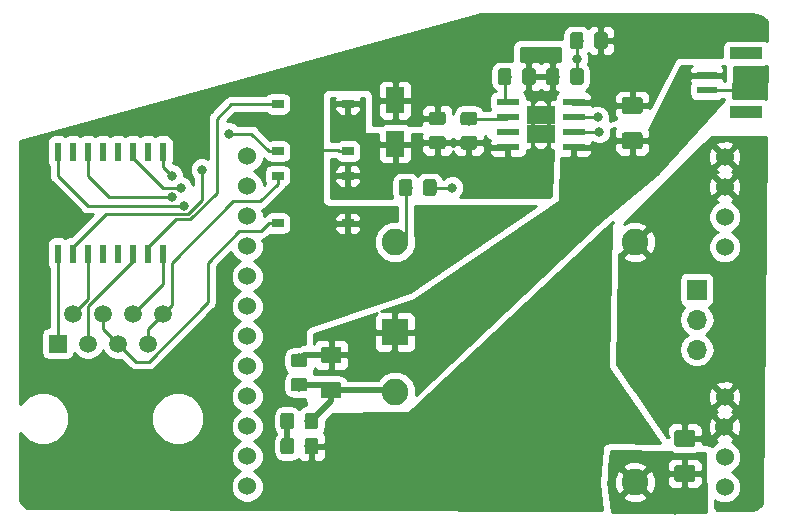
<source format=gbr>
G04 #@! TF.GenerationSoftware,KiCad,Pcbnew,(5.0.0)*
G04 #@! TF.CreationDate,2019-03-29T23:21:28-04:00*
G04 #@! TF.ProjectId,PoEShield,506F45536869656C642E6B696361645F,rev?*
G04 #@! TF.SameCoordinates,Original*
G04 #@! TF.FileFunction,Copper,L1,Top,Signal*
G04 #@! TF.FilePolarity,Positive*
%FSLAX46Y46*%
G04 Gerber Fmt 4.6, Leading zero omitted, Abs format (unit mm)*
G04 Created by KiCad (PCBNEW (5.0.0)) date 03/29/19 23:21:28*
%MOMM*%
%LPD*%
G01*
G04 APERTURE LIST*
G04 #@! TA.AperFunction,ComponentPad*
%ADD10R,2.250000X2.250000*%
G04 #@! TD*
G04 #@! TA.AperFunction,ComponentPad*
%ADD11C,2.250000*%
G04 #@! TD*
G04 #@! TA.AperFunction,SMDPad,CuDef*
%ADD12R,0.558800X1.600200*%
G04 #@! TD*
G04 #@! TA.AperFunction,ComponentPad*
%ADD13C,1.500000*%
G04 #@! TD*
G04 #@! TA.AperFunction,ComponentPad*
%ADD14R,1.500000X1.500000*%
G04 #@! TD*
G04 #@! TA.AperFunction,Conductor*
%ADD15C,0.100000*%
G04 #@! TD*
G04 #@! TA.AperFunction,SMDPad,CuDef*
%ADD16C,1.150000*%
G04 #@! TD*
G04 #@! TA.AperFunction,SMDPad,CuDef*
%ADD17R,1.630000X2.180400*%
G04 #@! TD*
G04 #@! TA.AperFunction,SMDPad,CuDef*
%ADD18R,1.000000X0.700000*%
G04 #@! TD*
G04 #@! TA.AperFunction,SMDPad,CuDef*
%ADD19R,1.700000X0.600000*%
G04 #@! TD*
G04 #@! TA.AperFunction,SMDPad,CuDef*
%ADD20R,2.800000X1.000000*%
G04 #@! TD*
G04 #@! TA.AperFunction,ComponentPad*
%ADD21R,1.700000X1.700000*%
G04 #@! TD*
G04 #@! TA.AperFunction,ComponentPad*
%ADD22O,1.700000X1.700000*%
G04 #@! TD*
G04 #@! TA.AperFunction,SMDPad,CuDef*
%ADD23R,1.910000X0.610000*%
G04 #@! TD*
G04 #@! TA.AperFunction,SMDPad,CuDef*
%ADD24R,1.205000X1.550000*%
G04 #@! TD*
G04 #@! TA.AperFunction,ComponentPad*
%ADD25C,1.524000*%
G04 #@! TD*
G04 #@! TA.AperFunction,SMDPad,CuDef*
%ADD26C,1.425000*%
G04 #@! TD*
G04 #@! TA.AperFunction,ViaPad*
%ADD27C,0.800000*%
G04 #@! TD*
G04 #@! TA.AperFunction,Conductor*
%ADD28C,0.250000*%
G04 #@! TD*
G04 #@! TA.AperFunction,Conductor*
%ADD29C,0.500000*%
G04 #@! TD*
G04 #@! TA.AperFunction,Conductor*
%ADD30C,0.254000*%
G04 #@! TD*
G04 APERTURE END LIST*
D10*
G04 #@! TO.P,U3,1*
G04 #@! TO.N,Net-(C2-Pad2)*
X128625600Y-96570800D03*
D11*
G04 #@! TO.P,U3,2*
G04 #@! TO.N,Net-(C3-Pad1)*
X128625600Y-101650800D03*
G04 #@! TO.P,U3,3*
G04 #@! TO.N,/VREG*
X148945600Y-109270800D03*
G04 #@! TO.P,U3,5*
G04 #@! TO.N,/-VREG*
X148945600Y-88950800D03*
G04 #@! TO.P,U3,6*
G04 #@! TO.N,Net-(R5-Pad2)*
X128625600Y-88950800D03*
G04 #@! TD*
D12*
G04 #@! TO.P,T1,16*
G04 #@! TO.N,Net-(T1-Pad16)*
X100076000Y-81280000D03*
G04 #@! TO.P,T1,15*
G04 #@! TO.N,N/C*
X101346000Y-81280000D03*
G04 #@! TO.P,T1,14*
G04 #@! TO.N,Net-(T1-Pad14)*
X102616000Y-81280000D03*
G04 #@! TO.P,T1,13*
G04 #@! TO.N,N/C*
X103886000Y-81280000D03*
G04 #@! TO.P,T1,12*
X105156000Y-81280000D03*
G04 #@! TO.P,T1,11*
G04 #@! TO.N,Net-(T1-Pad11)*
X106426000Y-81280000D03*
G04 #@! TO.P,T1,10*
G04 #@! TO.N,N/C*
X107696000Y-81280000D03*
G04 #@! TO.P,T1,9*
G04 #@! TO.N,Net-(T1-Pad9)*
X108966000Y-81280000D03*
G04 #@! TO.P,T1,8*
G04 #@! TO.N,Net-(J1-Pad6)*
X108966000Y-89916000D03*
G04 #@! TO.P,T1,7*
G04 #@! TO.N,Net-(D2-Pad3)*
X107696000Y-89916000D03*
G04 #@! TO.P,T1,6*
G04 #@! TO.N,Net-(J1-Pad3)*
X106426000Y-89916000D03*
G04 #@! TO.P,T1,5*
G04 #@! TO.N,N/C*
X105156000Y-89916000D03*
G04 #@! TO.P,T1,4*
X103886000Y-89916000D03*
G04 #@! TO.P,T1,3*
G04 #@! TO.N,Net-(J1-Pad2)*
X102616000Y-89916000D03*
G04 #@! TO.P,T1,2*
G04 #@! TO.N,Net-(D2-Pad4)*
X101346000Y-89916000D03*
G04 #@! TO.P,T1,1*
G04 #@! TO.N,Net-(J1-Pad1)*
X100076000Y-89916000D03*
G04 #@! TD*
D13*
G04 #@! TO.P,J1,8*
G04 #@! TO.N,Net-(D3-Pad3)*
X108966000Y-94996000D03*
G04 #@! TO.P,J1,7*
X107696000Y-97536000D03*
G04 #@! TO.P,J1,6*
G04 #@! TO.N,Net-(J1-Pad6)*
X106426000Y-94996000D03*
G04 #@! TO.P,J1,5*
G04 #@! TO.N,Net-(D3-Pad4)*
X105156000Y-97536000D03*
G04 #@! TO.P,J1,4*
X103886000Y-94996000D03*
G04 #@! TO.P,J1,3*
G04 #@! TO.N,Net-(J1-Pad3)*
X102616000Y-97536000D03*
G04 #@! TO.P,J1,2*
G04 #@! TO.N,Net-(J1-Pad2)*
X101346000Y-94996000D03*
D14*
G04 #@! TO.P,J1,1*
G04 #@! TO.N,Net-(J1-Pad1)*
X100076000Y-97536000D03*
G04 #@! TD*
D15*
G04 #@! TO.N,/VDD*
G04 #@! TO.C,C1*
G36*
X132681505Y-77894204D02*
X132705773Y-77897804D01*
X132729572Y-77903765D01*
X132752671Y-77912030D01*
X132774850Y-77922520D01*
X132795893Y-77935132D01*
X132815599Y-77949747D01*
X132833777Y-77966223D01*
X132850253Y-77984401D01*
X132864868Y-78004107D01*
X132877480Y-78025150D01*
X132887970Y-78047329D01*
X132896235Y-78070428D01*
X132902196Y-78094227D01*
X132905796Y-78118495D01*
X132907000Y-78142999D01*
X132907000Y-78793001D01*
X132905796Y-78817505D01*
X132902196Y-78841773D01*
X132896235Y-78865572D01*
X132887970Y-78888671D01*
X132877480Y-78910850D01*
X132864868Y-78931893D01*
X132850253Y-78951599D01*
X132833777Y-78969777D01*
X132815599Y-78986253D01*
X132795893Y-79000868D01*
X132774850Y-79013480D01*
X132752671Y-79023970D01*
X132729572Y-79032235D01*
X132705773Y-79038196D01*
X132681505Y-79041796D01*
X132657001Y-79043000D01*
X131756999Y-79043000D01*
X131732495Y-79041796D01*
X131708227Y-79038196D01*
X131684428Y-79032235D01*
X131661329Y-79023970D01*
X131639150Y-79013480D01*
X131618107Y-79000868D01*
X131598401Y-78986253D01*
X131580223Y-78969777D01*
X131563747Y-78951599D01*
X131549132Y-78931893D01*
X131536520Y-78910850D01*
X131526030Y-78888671D01*
X131517765Y-78865572D01*
X131511804Y-78841773D01*
X131508204Y-78817505D01*
X131507000Y-78793001D01*
X131507000Y-78142999D01*
X131508204Y-78118495D01*
X131511804Y-78094227D01*
X131517765Y-78070428D01*
X131526030Y-78047329D01*
X131536520Y-78025150D01*
X131549132Y-78004107D01*
X131563747Y-77984401D01*
X131580223Y-77966223D01*
X131598401Y-77949747D01*
X131618107Y-77935132D01*
X131639150Y-77922520D01*
X131661329Y-77912030D01*
X131684428Y-77903765D01*
X131708227Y-77897804D01*
X131732495Y-77894204D01*
X131756999Y-77893000D01*
X132657001Y-77893000D01*
X132681505Y-77894204D01*
X132681505Y-77894204D01*
G37*
D16*
G04 #@! TD*
G04 #@! TO.P,C1,1*
G04 #@! TO.N,/VDD*
X132207000Y-78468000D03*
D15*
G04 #@! TO.N,/VSS*
G04 #@! TO.C,C1*
G36*
X132681505Y-79944204D02*
X132705773Y-79947804D01*
X132729572Y-79953765D01*
X132752671Y-79962030D01*
X132774850Y-79972520D01*
X132795893Y-79985132D01*
X132815599Y-79999747D01*
X132833777Y-80016223D01*
X132850253Y-80034401D01*
X132864868Y-80054107D01*
X132877480Y-80075150D01*
X132887970Y-80097329D01*
X132896235Y-80120428D01*
X132902196Y-80144227D01*
X132905796Y-80168495D01*
X132907000Y-80192999D01*
X132907000Y-80843001D01*
X132905796Y-80867505D01*
X132902196Y-80891773D01*
X132896235Y-80915572D01*
X132887970Y-80938671D01*
X132877480Y-80960850D01*
X132864868Y-80981893D01*
X132850253Y-81001599D01*
X132833777Y-81019777D01*
X132815599Y-81036253D01*
X132795893Y-81050868D01*
X132774850Y-81063480D01*
X132752671Y-81073970D01*
X132729572Y-81082235D01*
X132705773Y-81088196D01*
X132681505Y-81091796D01*
X132657001Y-81093000D01*
X131756999Y-81093000D01*
X131732495Y-81091796D01*
X131708227Y-81088196D01*
X131684428Y-81082235D01*
X131661329Y-81073970D01*
X131639150Y-81063480D01*
X131618107Y-81050868D01*
X131598401Y-81036253D01*
X131580223Y-81019777D01*
X131563747Y-81001599D01*
X131549132Y-80981893D01*
X131536520Y-80960850D01*
X131526030Y-80938671D01*
X131517765Y-80915572D01*
X131511804Y-80891773D01*
X131508204Y-80867505D01*
X131507000Y-80843001D01*
X131507000Y-80192999D01*
X131508204Y-80168495D01*
X131511804Y-80144227D01*
X131517765Y-80120428D01*
X131526030Y-80097329D01*
X131536520Y-80075150D01*
X131549132Y-80054107D01*
X131563747Y-80034401D01*
X131580223Y-80016223D01*
X131598401Y-79999747D01*
X131618107Y-79985132D01*
X131639150Y-79972520D01*
X131661329Y-79962030D01*
X131684428Y-79953765D01*
X131708227Y-79947804D01*
X131732495Y-79944204D01*
X131756999Y-79943000D01*
X132657001Y-79943000D01*
X132681505Y-79944204D01*
X132681505Y-79944204D01*
G37*
D16*
G04 #@! TD*
G04 #@! TO.P,C1,2*
G04 #@! TO.N,/VSS*
X132207000Y-80518000D03*
D17*
G04 #@! TO.P,D1,1*
G04 #@! TO.N,/VDD*
X128651000Y-76930600D03*
G04 #@! TO.P,D1,2*
G04 #@! TO.N,/VSS*
X128651000Y-80645000D03*
G04 #@! TD*
D18*
G04 #@! TO.P,D2,4*
G04 #@! TO.N,Net-(D2-Pad4)*
X118691000Y-81248000D03*
G04 #@! TO.P,D2,3*
G04 #@! TO.N,Net-(D2-Pad3)*
X118691000Y-77248000D03*
G04 #@! TO.P,D2,2*
G04 #@! TO.N,/VSS*
X124641000Y-77248000D03*
G04 #@! TO.P,D2,1*
G04 #@! TO.N,/VDD*
X124641000Y-81248000D03*
G04 #@! TD*
G04 #@! TO.P,D3,1*
G04 #@! TO.N,/VDD*
X124641000Y-87344000D03*
G04 #@! TO.P,D3,2*
G04 #@! TO.N,/VSS*
X124641000Y-83344000D03*
G04 #@! TO.P,D3,3*
G04 #@! TO.N,Net-(D3-Pad3)*
X118691000Y-83344000D03*
G04 #@! TO.P,D3,4*
G04 #@! TO.N,Net-(D3-Pad4)*
X118691000Y-87344000D03*
G04 #@! TD*
D19*
G04 #@! TO.P,J2,1*
G04 #@! TO.N,Net-(C2-Pad2)*
X155022000Y-74813000D03*
G04 #@! TO.P,J2,2*
G04 #@! TO.N,/VDD*
X155022000Y-76063000D03*
D20*
G04 #@! TO.P,J2,MP*
G04 #@! TO.N,N/C*
X158372000Y-72963000D03*
X158372000Y-77913000D03*
G04 #@! TD*
D21*
G04 #@! TO.P,J3,1*
G04 #@! TO.N,/3V3DC*
X154178000Y-92964000D03*
D22*
G04 #@! TO.P,J3,2*
G04 #@! TO.N,/VREG*
X154178000Y-95504000D03*
G04 #@! TO.P,J3,3*
G04 #@! TO.N,/12VDC*
X154178000Y-98044000D03*
G04 #@! TD*
D15*
G04 #@! TO.N,Net-(R1-Pad1)*
G04 #@! TO.C,R1*
G36*
X138262505Y-74231204D02*
X138286773Y-74234804D01*
X138310572Y-74240765D01*
X138333671Y-74249030D01*
X138355850Y-74259520D01*
X138376893Y-74272132D01*
X138396599Y-74286747D01*
X138414777Y-74303223D01*
X138431253Y-74321401D01*
X138445868Y-74341107D01*
X138458480Y-74362150D01*
X138468970Y-74384329D01*
X138477235Y-74407428D01*
X138483196Y-74431227D01*
X138486796Y-74455495D01*
X138488000Y-74479999D01*
X138488000Y-75380001D01*
X138486796Y-75404505D01*
X138483196Y-75428773D01*
X138477235Y-75452572D01*
X138468970Y-75475671D01*
X138458480Y-75497850D01*
X138445868Y-75518893D01*
X138431253Y-75538599D01*
X138414777Y-75556777D01*
X138396599Y-75573253D01*
X138376893Y-75587868D01*
X138355850Y-75600480D01*
X138333671Y-75610970D01*
X138310572Y-75619235D01*
X138286773Y-75625196D01*
X138262505Y-75628796D01*
X138238001Y-75630000D01*
X137587999Y-75630000D01*
X137563495Y-75628796D01*
X137539227Y-75625196D01*
X137515428Y-75619235D01*
X137492329Y-75610970D01*
X137470150Y-75600480D01*
X137449107Y-75587868D01*
X137429401Y-75573253D01*
X137411223Y-75556777D01*
X137394747Y-75538599D01*
X137380132Y-75518893D01*
X137367520Y-75497850D01*
X137357030Y-75475671D01*
X137348765Y-75452572D01*
X137342804Y-75428773D01*
X137339204Y-75404505D01*
X137338000Y-75380001D01*
X137338000Y-74479999D01*
X137339204Y-74455495D01*
X137342804Y-74431227D01*
X137348765Y-74407428D01*
X137357030Y-74384329D01*
X137367520Y-74362150D01*
X137380132Y-74341107D01*
X137394747Y-74321401D01*
X137411223Y-74303223D01*
X137429401Y-74286747D01*
X137449107Y-74272132D01*
X137470150Y-74259520D01*
X137492329Y-74249030D01*
X137515428Y-74240765D01*
X137539227Y-74234804D01*
X137563495Y-74231204D01*
X137587999Y-74230000D01*
X138238001Y-74230000D01*
X138262505Y-74231204D01*
X138262505Y-74231204D01*
G37*
D16*
G04 #@! TD*
G04 #@! TO.P,R1,1*
G04 #@! TO.N,Net-(R1-Pad1)*
X137913000Y-74930000D03*
D15*
G04 #@! TO.N,/VSS*
G04 #@! TO.C,R1*
G36*
X140312505Y-74231204D02*
X140336773Y-74234804D01*
X140360572Y-74240765D01*
X140383671Y-74249030D01*
X140405850Y-74259520D01*
X140426893Y-74272132D01*
X140446599Y-74286747D01*
X140464777Y-74303223D01*
X140481253Y-74321401D01*
X140495868Y-74341107D01*
X140508480Y-74362150D01*
X140518970Y-74384329D01*
X140527235Y-74407428D01*
X140533196Y-74431227D01*
X140536796Y-74455495D01*
X140538000Y-74479999D01*
X140538000Y-75380001D01*
X140536796Y-75404505D01*
X140533196Y-75428773D01*
X140527235Y-75452572D01*
X140518970Y-75475671D01*
X140508480Y-75497850D01*
X140495868Y-75518893D01*
X140481253Y-75538599D01*
X140464777Y-75556777D01*
X140446599Y-75573253D01*
X140426893Y-75587868D01*
X140405850Y-75600480D01*
X140383671Y-75610970D01*
X140360572Y-75619235D01*
X140336773Y-75625196D01*
X140312505Y-75628796D01*
X140288001Y-75630000D01*
X139637999Y-75630000D01*
X139613495Y-75628796D01*
X139589227Y-75625196D01*
X139565428Y-75619235D01*
X139542329Y-75610970D01*
X139520150Y-75600480D01*
X139499107Y-75587868D01*
X139479401Y-75573253D01*
X139461223Y-75556777D01*
X139444747Y-75538599D01*
X139430132Y-75518893D01*
X139417520Y-75497850D01*
X139407030Y-75475671D01*
X139398765Y-75452572D01*
X139392804Y-75428773D01*
X139389204Y-75404505D01*
X139388000Y-75380001D01*
X139388000Y-74479999D01*
X139389204Y-74455495D01*
X139392804Y-74431227D01*
X139398765Y-74407428D01*
X139407030Y-74384329D01*
X139417520Y-74362150D01*
X139430132Y-74341107D01*
X139444747Y-74321401D01*
X139461223Y-74303223D01*
X139479401Y-74286747D01*
X139499107Y-74272132D01*
X139520150Y-74259520D01*
X139542329Y-74249030D01*
X139565428Y-74240765D01*
X139589227Y-74234804D01*
X139613495Y-74231204D01*
X139637999Y-74230000D01*
X140288001Y-74230000D01*
X140312505Y-74231204D01*
X140312505Y-74231204D01*
G37*
D16*
G04 #@! TD*
G04 #@! TO.P,R1,2*
G04 #@! TO.N,/VSS*
X139963000Y-74930000D03*
D15*
G04 #@! TO.N,Net-(R2-Pad1)*
G04 #@! TO.C,R2*
G36*
X135348505Y-77912204D02*
X135372773Y-77915804D01*
X135396572Y-77921765D01*
X135419671Y-77930030D01*
X135441850Y-77940520D01*
X135462893Y-77953132D01*
X135482599Y-77967747D01*
X135500777Y-77984223D01*
X135517253Y-78002401D01*
X135531868Y-78022107D01*
X135544480Y-78043150D01*
X135554970Y-78065329D01*
X135563235Y-78088428D01*
X135569196Y-78112227D01*
X135572796Y-78136495D01*
X135574000Y-78160999D01*
X135574000Y-78811001D01*
X135572796Y-78835505D01*
X135569196Y-78859773D01*
X135563235Y-78883572D01*
X135554970Y-78906671D01*
X135544480Y-78928850D01*
X135531868Y-78949893D01*
X135517253Y-78969599D01*
X135500777Y-78987777D01*
X135482599Y-79004253D01*
X135462893Y-79018868D01*
X135441850Y-79031480D01*
X135419671Y-79041970D01*
X135396572Y-79050235D01*
X135372773Y-79056196D01*
X135348505Y-79059796D01*
X135324001Y-79061000D01*
X134423999Y-79061000D01*
X134399495Y-79059796D01*
X134375227Y-79056196D01*
X134351428Y-79050235D01*
X134328329Y-79041970D01*
X134306150Y-79031480D01*
X134285107Y-79018868D01*
X134265401Y-79004253D01*
X134247223Y-78987777D01*
X134230747Y-78969599D01*
X134216132Y-78949893D01*
X134203520Y-78928850D01*
X134193030Y-78906671D01*
X134184765Y-78883572D01*
X134178804Y-78859773D01*
X134175204Y-78835505D01*
X134174000Y-78811001D01*
X134174000Y-78160999D01*
X134175204Y-78136495D01*
X134178804Y-78112227D01*
X134184765Y-78088428D01*
X134193030Y-78065329D01*
X134203520Y-78043150D01*
X134216132Y-78022107D01*
X134230747Y-78002401D01*
X134247223Y-77984223D01*
X134265401Y-77967747D01*
X134285107Y-77953132D01*
X134306150Y-77940520D01*
X134328329Y-77930030D01*
X134351428Y-77921765D01*
X134375227Y-77915804D01*
X134399495Y-77912204D01*
X134423999Y-77911000D01*
X135324001Y-77911000D01*
X135348505Y-77912204D01*
X135348505Y-77912204D01*
G37*
D16*
G04 #@! TD*
G04 #@! TO.P,R2,1*
G04 #@! TO.N,Net-(R2-Pad1)*
X134874000Y-78486000D03*
D15*
G04 #@! TO.N,/VSS*
G04 #@! TO.C,R2*
G36*
X135348505Y-79962204D02*
X135372773Y-79965804D01*
X135396572Y-79971765D01*
X135419671Y-79980030D01*
X135441850Y-79990520D01*
X135462893Y-80003132D01*
X135482599Y-80017747D01*
X135500777Y-80034223D01*
X135517253Y-80052401D01*
X135531868Y-80072107D01*
X135544480Y-80093150D01*
X135554970Y-80115329D01*
X135563235Y-80138428D01*
X135569196Y-80162227D01*
X135572796Y-80186495D01*
X135574000Y-80210999D01*
X135574000Y-80861001D01*
X135572796Y-80885505D01*
X135569196Y-80909773D01*
X135563235Y-80933572D01*
X135554970Y-80956671D01*
X135544480Y-80978850D01*
X135531868Y-80999893D01*
X135517253Y-81019599D01*
X135500777Y-81037777D01*
X135482599Y-81054253D01*
X135462893Y-81068868D01*
X135441850Y-81081480D01*
X135419671Y-81091970D01*
X135396572Y-81100235D01*
X135372773Y-81106196D01*
X135348505Y-81109796D01*
X135324001Y-81111000D01*
X134423999Y-81111000D01*
X134399495Y-81109796D01*
X134375227Y-81106196D01*
X134351428Y-81100235D01*
X134328329Y-81091970D01*
X134306150Y-81081480D01*
X134285107Y-81068868D01*
X134265401Y-81054253D01*
X134247223Y-81037777D01*
X134230747Y-81019599D01*
X134216132Y-80999893D01*
X134203520Y-80978850D01*
X134193030Y-80956671D01*
X134184765Y-80933572D01*
X134178804Y-80909773D01*
X134175204Y-80885505D01*
X134174000Y-80861001D01*
X134174000Y-80210999D01*
X134175204Y-80186495D01*
X134178804Y-80162227D01*
X134184765Y-80138428D01*
X134193030Y-80115329D01*
X134203520Y-80093150D01*
X134216132Y-80072107D01*
X134230747Y-80052401D01*
X134247223Y-80034223D01*
X134265401Y-80017747D01*
X134285107Y-80003132D01*
X134306150Y-79990520D01*
X134328329Y-79980030D01*
X134351428Y-79971765D01*
X134375227Y-79965804D01*
X134399495Y-79962204D01*
X134423999Y-79961000D01*
X135324001Y-79961000D01*
X135348505Y-79962204D01*
X135348505Y-79962204D01*
G37*
D16*
G04 #@! TD*
G04 #@! TO.P,R2,2*
G04 #@! TO.N,/VSS*
X134874000Y-80536000D03*
D15*
G04 #@! TO.N,Net-(R3-Pad2)*
G04 #@! TO.C,R3*
G36*
X144358505Y-71183204D02*
X144382773Y-71186804D01*
X144406572Y-71192765D01*
X144429671Y-71201030D01*
X144451850Y-71211520D01*
X144472893Y-71224132D01*
X144492599Y-71238747D01*
X144510777Y-71255223D01*
X144527253Y-71273401D01*
X144541868Y-71293107D01*
X144554480Y-71314150D01*
X144564970Y-71336329D01*
X144573235Y-71359428D01*
X144579196Y-71383227D01*
X144582796Y-71407495D01*
X144584000Y-71431999D01*
X144584000Y-72332001D01*
X144582796Y-72356505D01*
X144579196Y-72380773D01*
X144573235Y-72404572D01*
X144564970Y-72427671D01*
X144554480Y-72449850D01*
X144541868Y-72470893D01*
X144527253Y-72490599D01*
X144510777Y-72508777D01*
X144492599Y-72525253D01*
X144472893Y-72539868D01*
X144451850Y-72552480D01*
X144429671Y-72562970D01*
X144406572Y-72571235D01*
X144382773Y-72577196D01*
X144358505Y-72580796D01*
X144334001Y-72582000D01*
X143683999Y-72582000D01*
X143659495Y-72580796D01*
X143635227Y-72577196D01*
X143611428Y-72571235D01*
X143588329Y-72562970D01*
X143566150Y-72552480D01*
X143545107Y-72539868D01*
X143525401Y-72525253D01*
X143507223Y-72508777D01*
X143490747Y-72490599D01*
X143476132Y-72470893D01*
X143463520Y-72449850D01*
X143453030Y-72427671D01*
X143444765Y-72404572D01*
X143438804Y-72380773D01*
X143435204Y-72356505D01*
X143434000Y-72332001D01*
X143434000Y-71431999D01*
X143435204Y-71407495D01*
X143438804Y-71383227D01*
X143444765Y-71359428D01*
X143453030Y-71336329D01*
X143463520Y-71314150D01*
X143476132Y-71293107D01*
X143490747Y-71273401D01*
X143507223Y-71255223D01*
X143525401Y-71238747D01*
X143545107Y-71224132D01*
X143566150Y-71211520D01*
X143588329Y-71201030D01*
X143611428Y-71192765D01*
X143635227Y-71186804D01*
X143659495Y-71183204D01*
X143683999Y-71182000D01*
X144334001Y-71182000D01*
X144358505Y-71183204D01*
X144358505Y-71183204D01*
G37*
D16*
G04 #@! TD*
G04 #@! TO.P,R3,2*
G04 #@! TO.N,Net-(R3-Pad2)*
X144009000Y-71882000D03*
D15*
G04 #@! TO.N,/VDD*
G04 #@! TO.C,R3*
G36*
X146408505Y-71183204D02*
X146432773Y-71186804D01*
X146456572Y-71192765D01*
X146479671Y-71201030D01*
X146501850Y-71211520D01*
X146522893Y-71224132D01*
X146542599Y-71238747D01*
X146560777Y-71255223D01*
X146577253Y-71273401D01*
X146591868Y-71293107D01*
X146604480Y-71314150D01*
X146614970Y-71336329D01*
X146623235Y-71359428D01*
X146629196Y-71383227D01*
X146632796Y-71407495D01*
X146634000Y-71431999D01*
X146634000Y-72332001D01*
X146632796Y-72356505D01*
X146629196Y-72380773D01*
X146623235Y-72404572D01*
X146614970Y-72427671D01*
X146604480Y-72449850D01*
X146591868Y-72470893D01*
X146577253Y-72490599D01*
X146560777Y-72508777D01*
X146542599Y-72525253D01*
X146522893Y-72539868D01*
X146501850Y-72552480D01*
X146479671Y-72562970D01*
X146456572Y-72571235D01*
X146432773Y-72577196D01*
X146408505Y-72580796D01*
X146384001Y-72582000D01*
X145733999Y-72582000D01*
X145709495Y-72580796D01*
X145685227Y-72577196D01*
X145661428Y-72571235D01*
X145638329Y-72562970D01*
X145616150Y-72552480D01*
X145595107Y-72539868D01*
X145575401Y-72525253D01*
X145557223Y-72508777D01*
X145540747Y-72490599D01*
X145526132Y-72470893D01*
X145513520Y-72449850D01*
X145503030Y-72427671D01*
X145494765Y-72404572D01*
X145488804Y-72380773D01*
X145485204Y-72356505D01*
X145484000Y-72332001D01*
X145484000Y-71431999D01*
X145485204Y-71407495D01*
X145488804Y-71383227D01*
X145494765Y-71359428D01*
X145503030Y-71336329D01*
X145513520Y-71314150D01*
X145526132Y-71293107D01*
X145540747Y-71273401D01*
X145557223Y-71255223D01*
X145575401Y-71238747D01*
X145595107Y-71224132D01*
X145616150Y-71211520D01*
X145638329Y-71201030D01*
X145661428Y-71192765D01*
X145685227Y-71186804D01*
X145709495Y-71183204D01*
X145733999Y-71182000D01*
X146384001Y-71182000D01*
X146408505Y-71183204D01*
X146408505Y-71183204D01*
G37*
D16*
G04 #@! TD*
G04 #@! TO.P,R3,1*
G04 #@! TO.N,/VDD*
X146059000Y-71882000D03*
D15*
G04 #@! TO.N,Net-(R3-Pad2)*
G04 #@! TO.C,R4*
G36*
X144376505Y-74231204D02*
X144400773Y-74234804D01*
X144424572Y-74240765D01*
X144447671Y-74249030D01*
X144469850Y-74259520D01*
X144490893Y-74272132D01*
X144510599Y-74286747D01*
X144528777Y-74303223D01*
X144545253Y-74321401D01*
X144559868Y-74341107D01*
X144572480Y-74362150D01*
X144582970Y-74384329D01*
X144591235Y-74407428D01*
X144597196Y-74431227D01*
X144600796Y-74455495D01*
X144602000Y-74479999D01*
X144602000Y-75380001D01*
X144600796Y-75404505D01*
X144597196Y-75428773D01*
X144591235Y-75452572D01*
X144582970Y-75475671D01*
X144572480Y-75497850D01*
X144559868Y-75518893D01*
X144545253Y-75538599D01*
X144528777Y-75556777D01*
X144510599Y-75573253D01*
X144490893Y-75587868D01*
X144469850Y-75600480D01*
X144447671Y-75610970D01*
X144424572Y-75619235D01*
X144400773Y-75625196D01*
X144376505Y-75628796D01*
X144352001Y-75630000D01*
X143701999Y-75630000D01*
X143677495Y-75628796D01*
X143653227Y-75625196D01*
X143629428Y-75619235D01*
X143606329Y-75610970D01*
X143584150Y-75600480D01*
X143563107Y-75587868D01*
X143543401Y-75573253D01*
X143525223Y-75556777D01*
X143508747Y-75538599D01*
X143494132Y-75518893D01*
X143481520Y-75497850D01*
X143471030Y-75475671D01*
X143462765Y-75452572D01*
X143456804Y-75428773D01*
X143453204Y-75404505D01*
X143452000Y-75380001D01*
X143452000Y-74479999D01*
X143453204Y-74455495D01*
X143456804Y-74431227D01*
X143462765Y-74407428D01*
X143471030Y-74384329D01*
X143481520Y-74362150D01*
X143494132Y-74341107D01*
X143508747Y-74321401D01*
X143525223Y-74303223D01*
X143543401Y-74286747D01*
X143563107Y-74272132D01*
X143584150Y-74259520D01*
X143606329Y-74249030D01*
X143629428Y-74240765D01*
X143653227Y-74234804D01*
X143677495Y-74231204D01*
X143701999Y-74230000D01*
X144352001Y-74230000D01*
X144376505Y-74231204D01*
X144376505Y-74231204D01*
G37*
D16*
G04 #@! TD*
G04 #@! TO.P,R4,1*
G04 #@! TO.N,Net-(R3-Pad2)*
X144027000Y-74930000D03*
D15*
G04 #@! TO.N,/VSS*
G04 #@! TO.C,R4*
G36*
X142326505Y-74231204D02*
X142350773Y-74234804D01*
X142374572Y-74240765D01*
X142397671Y-74249030D01*
X142419850Y-74259520D01*
X142440893Y-74272132D01*
X142460599Y-74286747D01*
X142478777Y-74303223D01*
X142495253Y-74321401D01*
X142509868Y-74341107D01*
X142522480Y-74362150D01*
X142532970Y-74384329D01*
X142541235Y-74407428D01*
X142547196Y-74431227D01*
X142550796Y-74455495D01*
X142552000Y-74479999D01*
X142552000Y-75380001D01*
X142550796Y-75404505D01*
X142547196Y-75428773D01*
X142541235Y-75452572D01*
X142532970Y-75475671D01*
X142522480Y-75497850D01*
X142509868Y-75518893D01*
X142495253Y-75538599D01*
X142478777Y-75556777D01*
X142460599Y-75573253D01*
X142440893Y-75587868D01*
X142419850Y-75600480D01*
X142397671Y-75610970D01*
X142374572Y-75619235D01*
X142350773Y-75625196D01*
X142326505Y-75628796D01*
X142302001Y-75630000D01*
X141651999Y-75630000D01*
X141627495Y-75628796D01*
X141603227Y-75625196D01*
X141579428Y-75619235D01*
X141556329Y-75610970D01*
X141534150Y-75600480D01*
X141513107Y-75587868D01*
X141493401Y-75573253D01*
X141475223Y-75556777D01*
X141458747Y-75538599D01*
X141444132Y-75518893D01*
X141431520Y-75497850D01*
X141421030Y-75475671D01*
X141412765Y-75452572D01*
X141406804Y-75428773D01*
X141403204Y-75404505D01*
X141402000Y-75380001D01*
X141402000Y-74479999D01*
X141403204Y-74455495D01*
X141406804Y-74431227D01*
X141412765Y-74407428D01*
X141421030Y-74384329D01*
X141431520Y-74362150D01*
X141444132Y-74341107D01*
X141458747Y-74321401D01*
X141475223Y-74303223D01*
X141493401Y-74286747D01*
X141513107Y-74272132D01*
X141534150Y-74259520D01*
X141556329Y-74249030D01*
X141579428Y-74240765D01*
X141603227Y-74234804D01*
X141627495Y-74231204D01*
X141651999Y-74230000D01*
X142302001Y-74230000D01*
X142326505Y-74231204D01*
X142326505Y-74231204D01*
G37*
D16*
G04 #@! TD*
G04 #@! TO.P,R4,2*
G04 #@! TO.N,/VSS*
X141977000Y-74930000D03*
D15*
G04 #@! TO.N,Net-(R5-Pad2)*
G04 #@! TO.C,R5*
G36*
X129871505Y-83629204D02*
X129895773Y-83632804D01*
X129919572Y-83638765D01*
X129942671Y-83647030D01*
X129964850Y-83657520D01*
X129985893Y-83670132D01*
X130005599Y-83684747D01*
X130023777Y-83701223D01*
X130040253Y-83719401D01*
X130054868Y-83739107D01*
X130067480Y-83760150D01*
X130077970Y-83782329D01*
X130086235Y-83805428D01*
X130092196Y-83829227D01*
X130095796Y-83853495D01*
X130097000Y-83877999D01*
X130097000Y-84778001D01*
X130095796Y-84802505D01*
X130092196Y-84826773D01*
X130086235Y-84850572D01*
X130077970Y-84873671D01*
X130067480Y-84895850D01*
X130054868Y-84916893D01*
X130040253Y-84936599D01*
X130023777Y-84954777D01*
X130005599Y-84971253D01*
X129985893Y-84985868D01*
X129964850Y-84998480D01*
X129942671Y-85008970D01*
X129919572Y-85017235D01*
X129895773Y-85023196D01*
X129871505Y-85026796D01*
X129847001Y-85028000D01*
X129196999Y-85028000D01*
X129172495Y-85026796D01*
X129148227Y-85023196D01*
X129124428Y-85017235D01*
X129101329Y-85008970D01*
X129079150Y-84998480D01*
X129058107Y-84985868D01*
X129038401Y-84971253D01*
X129020223Y-84954777D01*
X129003747Y-84936599D01*
X128989132Y-84916893D01*
X128976520Y-84895850D01*
X128966030Y-84873671D01*
X128957765Y-84850572D01*
X128951804Y-84826773D01*
X128948204Y-84802505D01*
X128947000Y-84778001D01*
X128947000Y-83877999D01*
X128948204Y-83853495D01*
X128951804Y-83829227D01*
X128957765Y-83805428D01*
X128966030Y-83782329D01*
X128976520Y-83760150D01*
X128989132Y-83739107D01*
X129003747Y-83719401D01*
X129020223Y-83701223D01*
X129038401Y-83684747D01*
X129058107Y-83670132D01*
X129079150Y-83657520D01*
X129101329Y-83647030D01*
X129124428Y-83638765D01*
X129148227Y-83632804D01*
X129172495Y-83629204D01*
X129196999Y-83628000D01*
X129847001Y-83628000D01*
X129871505Y-83629204D01*
X129871505Y-83629204D01*
G37*
D16*
G04 #@! TD*
G04 #@! TO.P,R5,2*
G04 #@! TO.N,Net-(R5-Pad2)*
X129522000Y-84328000D03*
D15*
G04 #@! TO.N,Net-(R5-Pad1)*
G04 #@! TO.C,R5*
G36*
X131921505Y-83629204D02*
X131945773Y-83632804D01*
X131969572Y-83638765D01*
X131992671Y-83647030D01*
X132014850Y-83657520D01*
X132035893Y-83670132D01*
X132055599Y-83684747D01*
X132073777Y-83701223D01*
X132090253Y-83719401D01*
X132104868Y-83739107D01*
X132117480Y-83760150D01*
X132127970Y-83782329D01*
X132136235Y-83805428D01*
X132142196Y-83829227D01*
X132145796Y-83853495D01*
X132147000Y-83877999D01*
X132147000Y-84778001D01*
X132145796Y-84802505D01*
X132142196Y-84826773D01*
X132136235Y-84850572D01*
X132127970Y-84873671D01*
X132117480Y-84895850D01*
X132104868Y-84916893D01*
X132090253Y-84936599D01*
X132073777Y-84954777D01*
X132055599Y-84971253D01*
X132035893Y-84985868D01*
X132014850Y-84998480D01*
X131992671Y-85008970D01*
X131969572Y-85017235D01*
X131945773Y-85023196D01*
X131921505Y-85026796D01*
X131897001Y-85028000D01*
X131246999Y-85028000D01*
X131222495Y-85026796D01*
X131198227Y-85023196D01*
X131174428Y-85017235D01*
X131151329Y-85008970D01*
X131129150Y-84998480D01*
X131108107Y-84985868D01*
X131088401Y-84971253D01*
X131070223Y-84954777D01*
X131053747Y-84936599D01*
X131039132Y-84916893D01*
X131026520Y-84895850D01*
X131016030Y-84873671D01*
X131007765Y-84850572D01*
X131001804Y-84826773D01*
X130998204Y-84802505D01*
X130997000Y-84778001D01*
X130997000Y-83877999D01*
X130998204Y-83853495D01*
X131001804Y-83829227D01*
X131007765Y-83805428D01*
X131016030Y-83782329D01*
X131026520Y-83760150D01*
X131039132Y-83739107D01*
X131053747Y-83719401D01*
X131070223Y-83701223D01*
X131088401Y-83684747D01*
X131108107Y-83670132D01*
X131129150Y-83657520D01*
X131151329Y-83647030D01*
X131174428Y-83638765D01*
X131198227Y-83632804D01*
X131222495Y-83629204D01*
X131246999Y-83628000D01*
X131897001Y-83628000D01*
X131921505Y-83629204D01*
X131921505Y-83629204D01*
G37*
D16*
G04 #@! TD*
G04 #@! TO.P,R5,1*
G04 #@! TO.N,Net-(R5-Pad1)*
X131572000Y-84328000D03*
D23*
G04 #@! TO.P,U1,1*
G04 #@! TO.N,Net-(R1-Pad1)*
X138190000Y-77089000D03*
G04 #@! TO.P,U1,2*
G04 #@! TO.N,Net-(R2-Pad1)*
X138190000Y-78359000D03*
G04 #@! TO.P,U1,3*
G04 #@! TO.N,N/C*
X138190000Y-79629000D03*
G04 #@! TO.P,U1,4*
G04 #@! TO.N,/VSS*
X138190000Y-80899000D03*
G04 #@! TO.P,U1,5*
G04 #@! TO.N,Net-(C2-Pad2)*
X143750000Y-80899000D03*
G04 #@! TO.P,U1,6*
G04 #@! TO.N,Net-(R5-Pad1)*
X143750000Y-79629000D03*
G04 #@! TO.P,U1,7*
G04 #@! TO.N,Net-(R3-Pad2)*
X143750000Y-78359000D03*
G04 #@! TO.P,U1,8*
G04 #@! TO.N,/VDD*
X143750000Y-77089000D03*
D24*
G04 #@! TO.P,U1,9*
G04 #@! TO.N,/VSS*
X141572500Y-79769000D03*
X141572500Y-78219000D03*
X140367500Y-79769000D03*
X140367500Y-78219000D03*
G04 #@! TD*
D25*
G04 #@! TO.P,U2,1*
G04 #@! TO.N,N/C*
X116102201Y-81685201D03*
G04 #@! TO.P,U2,2*
X116102201Y-84225201D03*
G04 #@! TO.P,U2,3*
X116102201Y-86765201D03*
G04 #@! TO.P,U2,4*
X116102201Y-89305201D03*
G04 #@! TO.P,U2,5*
G04 #@! TO.N,Net-(T1-Pad16)*
X116102201Y-91845201D03*
G04 #@! TO.P,U2,6*
G04 #@! TO.N,Net-(T1-Pad14)*
X116102201Y-94385201D03*
G04 #@! TO.P,U2,7*
G04 #@! TO.N,Net-(T1-Pad11)*
X116102201Y-96925201D03*
G04 #@! TO.P,U2,8*
G04 #@! TO.N,N/C*
X116102201Y-99465201D03*
G04 #@! TO.P,U2,9*
X116102201Y-102005201D03*
G04 #@! TO.P,U2,10*
G04 #@! TO.N,Net-(T1-Pad9)*
X116102201Y-104545201D03*
G04 #@! TO.P,U2,11*
G04 #@! TO.N,N/C*
X116102201Y-107085201D03*
G04 #@! TO.P,U2,12*
X116102201Y-109625201D03*
G04 #@! TO.P,U2,13*
G04 #@! TO.N,/12VDC*
X156542201Y-109675201D03*
G04 #@! TO.P,U2,14*
X156542201Y-107135201D03*
G04 #@! TO.P,U2,15*
G04 #@! TO.N,/-VREG*
X156502201Y-104595201D03*
G04 #@! TO.P,U2,16*
X156542201Y-102055201D03*
G04 #@! TO.P,U2,17*
G04 #@! TO.N,/3V3DC*
X156542201Y-89355201D03*
G04 #@! TO.P,U2,18*
X156542201Y-86815201D03*
G04 #@! TO.P,U2,19*
G04 #@! TO.N,/-VREG*
X156542201Y-84275201D03*
G04 #@! TO.P,U2,20*
X156542201Y-81735201D03*
G04 #@! TD*
D15*
G04 #@! TO.N,/VDD*
G04 #@! TO.C,C2*
G36*
X149366504Y-76668204D02*
X149390773Y-76671804D01*
X149414571Y-76677765D01*
X149437671Y-76686030D01*
X149459849Y-76696520D01*
X149480893Y-76709133D01*
X149500598Y-76723747D01*
X149518777Y-76740223D01*
X149535253Y-76758402D01*
X149549867Y-76778107D01*
X149562480Y-76799151D01*
X149572970Y-76821329D01*
X149581235Y-76844429D01*
X149587196Y-76868227D01*
X149590796Y-76892496D01*
X149592000Y-76917000D01*
X149592000Y-77842000D01*
X149590796Y-77866504D01*
X149587196Y-77890773D01*
X149581235Y-77914571D01*
X149572970Y-77937671D01*
X149562480Y-77959849D01*
X149549867Y-77980893D01*
X149535253Y-78000598D01*
X149518777Y-78018777D01*
X149500598Y-78035253D01*
X149480893Y-78049867D01*
X149459849Y-78062480D01*
X149437671Y-78072970D01*
X149414571Y-78081235D01*
X149390773Y-78087196D01*
X149366504Y-78090796D01*
X149342000Y-78092000D01*
X148092000Y-78092000D01*
X148067496Y-78090796D01*
X148043227Y-78087196D01*
X148019429Y-78081235D01*
X147996329Y-78072970D01*
X147974151Y-78062480D01*
X147953107Y-78049867D01*
X147933402Y-78035253D01*
X147915223Y-78018777D01*
X147898747Y-78000598D01*
X147884133Y-77980893D01*
X147871520Y-77959849D01*
X147861030Y-77937671D01*
X147852765Y-77914571D01*
X147846804Y-77890773D01*
X147843204Y-77866504D01*
X147842000Y-77842000D01*
X147842000Y-76917000D01*
X147843204Y-76892496D01*
X147846804Y-76868227D01*
X147852765Y-76844429D01*
X147861030Y-76821329D01*
X147871520Y-76799151D01*
X147884133Y-76778107D01*
X147898747Y-76758402D01*
X147915223Y-76740223D01*
X147933402Y-76723747D01*
X147953107Y-76709133D01*
X147974151Y-76696520D01*
X147996329Y-76686030D01*
X148019429Y-76677765D01*
X148043227Y-76671804D01*
X148067496Y-76668204D01*
X148092000Y-76667000D01*
X149342000Y-76667000D01*
X149366504Y-76668204D01*
X149366504Y-76668204D01*
G37*
D26*
G04 #@! TD*
G04 #@! TO.P,C2,1*
G04 #@! TO.N,/VDD*
X148717000Y-77379500D03*
D15*
G04 #@! TO.N,Net-(C2-Pad2)*
G04 #@! TO.C,C2*
G36*
X149366504Y-79643204D02*
X149390773Y-79646804D01*
X149414571Y-79652765D01*
X149437671Y-79661030D01*
X149459849Y-79671520D01*
X149480893Y-79684133D01*
X149500598Y-79698747D01*
X149518777Y-79715223D01*
X149535253Y-79733402D01*
X149549867Y-79753107D01*
X149562480Y-79774151D01*
X149572970Y-79796329D01*
X149581235Y-79819429D01*
X149587196Y-79843227D01*
X149590796Y-79867496D01*
X149592000Y-79892000D01*
X149592000Y-80817000D01*
X149590796Y-80841504D01*
X149587196Y-80865773D01*
X149581235Y-80889571D01*
X149572970Y-80912671D01*
X149562480Y-80934849D01*
X149549867Y-80955893D01*
X149535253Y-80975598D01*
X149518777Y-80993777D01*
X149500598Y-81010253D01*
X149480893Y-81024867D01*
X149459849Y-81037480D01*
X149437671Y-81047970D01*
X149414571Y-81056235D01*
X149390773Y-81062196D01*
X149366504Y-81065796D01*
X149342000Y-81067000D01*
X148092000Y-81067000D01*
X148067496Y-81065796D01*
X148043227Y-81062196D01*
X148019429Y-81056235D01*
X147996329Y-81047970D01*
X147974151Y-81037480D01*
X147953107Y-81024867D01*
X147933402Y-81010253D01*
X147915223Y-80993777D01*
X147898747Y-80975598D01*
X147884133Y-80955893D01*
X147871520Y-80934849D01*
X147861030Y-80912671D01*
X147852765Y-80889571D01*
X147846804Y-80865773D01*
X147843204Y-80841504D01*
X147842000Y-80817000D01*
X147842000Y-79892000D01*
X147843204Y-79867496D01*
X147846804Y-79843227D01*
X147852765Y-79819429D01*
X147861030Y-79796329D01*
X147871520Y-79774151D01*
X147884133Y-79753107D01*
X147898747Y-79733402D01*
X147915223Y-79715223D01*
X147933402Y-79698747D01*
X147953107Y-79684133D01*
X147974151Y-79671520D01*
X147996329Y-79661030D01*
X148019429Y-79652765D01*
X148043227Y-79646804D01*
X148067496Y-79643204D01*
X148092000Y-79642000D01*
X149342000Y-79642000D01*
X149366504Y-79643204D01*
X149366504Y-79643204D01*
G37*
D26*
G04 #@! TD*
G04 #@! TO.P,C2,2*
G04 #@! TO.N,Net-(C2-Pad2)*
X148717000Y-80354500D03*
D15*
G04 #@! TO.N,Net-(C3-Pad1)*
G04 #@! TO.C,C3*
G36*
X123864904Y-100764904D02*
X123889173Y-100768504D01*
X123912971Y-100774465D01*
X123936071Y-100782730D01*
X123958249Y-100793220D01*
X123979293Y-100805833D01*
X123998998Y-100820447D01*
X124017177Y-100836923D01*
X124033653Y-100855102D01*
X124048267Y-100874807D01*
X124060880Y-100895851D01*
X124071370Y-100918029D01*
X124079635Y-100941129D01*
X124085596Y-100964927D01*
X124089196Y-100989196D01*
X124090400Y-101013700D01*
X124090400Y-101938700D01*
X124089196Y-101963204D01*
X124085596Y-101987473D01*
X124079635Y-102011271D01*
X124071370Y-102034371D01*
X124060880Y-102056549D01*
X124048267Y-102077593D01*
X124033653Y-102097298D01*
X124017177Y-102115477D01*
X123998998Y-102131953D01*
X123979293Y-102146567D01*
X123958249Y-102159180D01*
X123936071Y-102169670D01*
X123912971Y-102177935D01*
X123889173Y-102183896D01*
X123864904Y-102187496D01*
X123840400Y-102188700D01*
X122590400Y-102188700D01*
X122565896Y-102187496D01*
X122541627Y-102183896D01*
X122517829Y-102177935D01*
X122494729Y-102169670D01*
X122472551Y-102159180D01*
X122451507Y-102146567D01*
X122431802Y-102131953D01*
X122413623Y-102115477D01*
X122397147Y-102097298D01*
X122382533Y-102077593D01*
X122369920Y-102056549D01*
X122359430Y-102034371D01*
X122351165Y-102011271D01*
X122345204Y-101987473D01*
X122341604Y-101963204D01*
X122340400Y-101938700D01*
X122340400Y-101013700D01*
X122341604Y-100989196D01*
X122345204Y-100964927D01*
X122351165Y-100941129D01*
X122359430Y-100918029D01*
X122369920Y-100895851D01*
X122382533Y-100874807D01*
X122397147Y-100855102D01*
X122413623Y-100836923D01*
X122431802Y-100820447D01*
X122451507Y-100805833D01*
X122472551Y-100793220D01*
X122494729Y-100782730D01*
X122517829Y-100774465D01*
X122541627Y-100768504D01*
X122565896Y-100764904D01*
X122590400Y-100763700D01*
X123840400Y-100763700D01*
X123864904Y-100764904D01*
X123864904Y-100764904D01*
G37*
D26*
G04 #@! TD*
G04 #@! TO.P,C3,1*
G04 #@! TO.N,Net-(C3-Pad1)*
X123215400Y-101476200D03*
D15*
G04 #@! TO.N,Net-(C2-Pad2)*
G04 #@! TO.C,C3*
G36*
X123864904Y-97789904D02*
X123889173Y-97793504D01*
X123912971Y-97799465D01*
X123936071Y-97807730D01*
X123958249Y-97818220D01*
X123979293Y-97830833D01*
X123998998Y-97845447D01*
X124017177Y-97861923D01*
X124033653Y-97880102D01*
X124048267Y-97899807D01*
X124060880Y-97920851D01*
X124071370Y-97943029D01*
X124079635Y-97966129D01*
X124085596Y-97989927D01*
X124089196Y-98014196D01*
X124090400Y-98038700D01*
X124090400Y-98963700D01*
X124089196Y-98988204D01*
X124085596Y-99012473D01*
X124079635Y-99036271D01*
X124071370Y-99059371D01*
X124060880Y-99081549D01*
X124048267Y-99102593D01*
X124033653Y-99122298D01*
X124017177Y-99140477D01*
X123998998Y-99156953D01*
X123979293Y-99171567D01*
X123958249Y-99184180D01*
X123936071Y-99194670D01*
X123912971Y-99202935D01*
X123889173Y-99208896D01*
X123864904Y-99212496D01*
X123840400Y-99213700D01*
X122590400Y-99213700D01*
X122565896Y-99212496D01*
X122541627Y-99208896D01*
X122517829Y-99202935D01*
X122494729Y-99194670D01*
X122472551Y-99184180D01*
X122451507Y-99171567D01*
X122431802Y-99156953D01*
X122413623Y-99140477D01*
X122397147Y-99122298D01*
X122382533Y-99102593D01*
X122369920Y-99081549D01*
X122359430Y-99059371D01*
X122351165Y-99036271D01*
X122345204Y-99012473D01*
X122341604Y-98988204D01*
X122340400Y-98963700D01*
X122340400Y-98038700D01*
X122341604Y-98014196D01*
X122345204Y-97989927D01*
X122351165Y-97966129D01*
X122359430Y-97943029D01*
X122369920Y-97920851D01*
X122382533Y-97899807D01*
X122397147Y-97880102D01*
X122413623Y-97861923D01*
X122431802Y-97845447D01*
X122451507Y-97830833D01*
X122472551Y-97818220D01*
X122494729Y-97807730D01*
X122517829Y-97799465D01*
X122541627Y-97793504D01*
X122565896Y-97789904D01*
X122590400Y-97788700D01*
X123840400Y-97788700D01*
X123864904Y-97789904D01*
X123864904Y-97789904D01*
G37*
D26*
G04 #@! TD*
G04 #@! TO.P,C3,2*
G04 #@! TO.N,Net-(C2-Pad2)*
X123215400Y-98501200D03*
D15*
G04 #@! TO.N,/-VREG*
G04 #@! TO.C,C4*
G36*
X153811504Y-104851104D02*
X153835773Y-104854704D01*
X153859571Y-104860665D01*
X153882671Y-104868930D01*
X153904849Y-104879420D01*
X153925893Y-104892033D01*
X153945598Y-104906647D01*
X153963777Y-104923123D01*
X153980253Y-104941302D01*
X153994867Y-104961007D01*
X154007480Y-104982051D01*
X154017970Y-105004229D01*
X154026235Y-105027329D01*
X154032196Y-105051127D01*
X154035796Y-105075396D01*
X154037000Y-105099900D01*
X154037000Y-106024900D01*
X154035796Y-106049404D01*
X154032196Y-106073673D01*
X154026235Y-106097471D01*
X154017970Y-106120571D01*
X154007480Y-106142749D01*
X153994867Y-106163793D01*
X153980253Y-106183498D01*
X153963777Y-106201677D01*
X153945598Y-106218153D01*
X153925893Y-106232767D01*
X153904849Y-106245380D01*
X153882671Y-106255870D01*
X153859571Y-106264135D01*
X153835773Y-106270096D01*
X153811504Y-106273696D01*
X153787000Y-106274900D01*
X152537000Y-106274900D01*
X152512496Y-106273696D01*
X152488227Y-106270096D01*
X152464429Y-106264135D01*
X152441329Y-106255870D01*
X152419151Y-106245380D01*
X152398107Y-106232767D01*
X152378402Y-106218153D01*
X152360223Y-106201677D01*
X152343747Y-106183498D01*
X152329133Y-106163793D01*
X152316520Y-106142749D01*
X152306030Y-106120571D01*
X152297765Y-106097471D01*
X152291804Y-106073673D01*
X152288204Y-106049404D01*
X152287000Y-106024900D01*
X152287000Y-105099900D01*
X152288204Y-105075396D01*
X152291804Y-105051127D01*
X152297765Y-105027329D01*
X152306030Y-105004229D01*
X152316520Y-104982051D01*
X152329133Y-104961007D01*
X152343747Y-104941302D01*
X152360223Y-104923123D01*
X152378402Y-104906647D01*
X152398107Y-104892033D01*
X152419151Y-104879420D01*
X152441329Y-104868930D01*
X152464429Y-104860665D01*
X152488227Y-104854704D01*
X152512496Y-104851104D01*
X152537000Y-104849900D01*
X153787000Y-104849900D01*
X153811504Y-104851104D01*
X153811504Y-104851104D01*
G37*
D26*
G04 #@! TD*
G04 #@! TO.P,C4,2*
G04 #@! TO.N,/-VREG*
X153162000Y-105562400D03*
D15*
G04 #@! TO.N,/VREG*
G04 #@! TO.C,C4*
G36*
X153811504Y-107826104D02*
X153835773Y-107829704D01*
X153859571Y-107835665D01*
X153882671Y-107843930D01*
X153904849Y-107854420D01*
X153925893Y-107867033D01*
X153945598Y-107881647D01*
X153963777Y-107898123D01*
X153980253Y-107916302D01*
X153994867Y-107936007D01*
X154007480Y-107957051D01*
X154017970Y-107979229D01*
X154026235Y-108002329D01*
X154032196Y-108026127D01*
X154035796Y-108050396D01*
X154037000Y-108074900D01*
X154037000Y-108999900D01*
X154035796Y-109024404D01*
X154032196Y-109048673D01*
X154026235Y-109072471D01*
X154017970Y-109095571D01*
X154007480Y-109117749D01*
X153994867Y-109138793D01*
X153980253Y-109158498D01*
X153963777Y-109176677D01*
X153945598Y-109193153D01*
X153925893Y-109207767D01*
X153904849Y-109220380D01*
X153882671Y-109230870D01*
X153859571Y-109239135D01*
X153835773Y-109245096D01*
X153811504Y-109248696D01*
X153787000Y-109249900D01*
X152537000Y-109249900D01*
X152512496Y-109248696D01*
X152488227Y-109245096D01*
X152464429Y-109239135D01*
X152441329Y-109230870D01*
X152419151Y-109220380D01*
X152398107Y-109207767D01*
X152378402Y-109193153D01*
X152360223Y-109176677D01*
X152343747Y-109158498D01*
X152329133Y-109138793D01*
X152316520Y-109117749D01*
X152306030Y-109095571D01*
X152297765Y-109072471D01*
X152291804Y-109048673D01*
X152288204Y-109024404D01*
X152287000Y-108999900D01*
X152287000Y-108074900D01*
X152288204Y-108050396D01*
X152291804Y-108026127D01*
X152297765Y-108002329D01*
X152306030Y-107979229D01*
X152316520Y-107957051D01*
X152329133Y-107936007D01*
X152343747Y-107916302D01*
X152360223Y-107898123D01*
X152378402Y-107881647D01*
X152398107Y-107867033D01*
X152419151Y-107854420D01*
X152441329Y-107843930D01*
X152464429Y-107835665D01*
X152488227Y-107829704D01*
X152512496Y-107826104D01*
X152537000Y-107824900D01*
X153787000Y-107824900D01*
X153811504Y-107826104D01*
X153811504Y-107826104D01*
G37*
D26*
G04 #@! TD*
G04 #@! TO.P,C4,1*
G04 #@! TO.N,/VREG*
X153162000Y-108537400D03*
D15*
G04 #@! TO.N,Net-(C3-Pad1)*
G04 #@! TO.C,C5*
G36*
X120972105Y-100442004D02*
X120996373Y-100445604D01*
X121020172Y-100451565D01*
X121043271Y-100459830D01*
X121065450Y-100470320D01*
X121086493Y-100482932D01*
X121106199Y-100497547D01*
X121124377Y-100514023D01*
X121140853Y-100532201D01*
X121155468Y-100551907D01*
X121168080Y-100572950D01*
X121178570Y-100595129D01*
X121186835Y-100618228D01*
X121192796Y-100642027D01*
X121196396Y-100666295D01*
X121197600Y-100690799D01*
X121197600Y-101340801D01*
X121196396Y-101365305D01*
X121192796Y-101389573D01*
X121186835Y-101413372D01*
X121178570Y-101436471D01*
X121168080Y-101458650D01*
X121155468Y-101479693D01*
X121140853Y-101499399D01*
X121124377Y-101517577D01*
X121106199Y-101534053D01*
X121086493Y-101548668D01*
X121065450Y-101561280D01*
X121043271Y-101571770D01*
X121020172Y-101580035D01*
X120996373Y-101585996D01*
X120972105Y-101589596D01*
X120947601Y-101590800D01*
X120047599Y-101590800D01*
X120023095Y-101589596D01*
X119998827Y-101585996D01*
X119975028Y-101580035D01*
X119951929Y-101571770D01*
X119929750Y-101561280D01*
X119908707Y-101548668D01*
X119889001Y-101534053D01*
X119870823Y-101517577D01*
X119854347Y-101499399D01*
X119839732Y-101479693D01*
X119827120Y-101458650D01*
X119816630Y-101436471D01*
X119808365Y-101413372D01*
X119802404Y-101389573D01*
X119798804Y-101365305D01*
X119797600Y-101340801D01*
X119797600Y-100690799D01*
X119798804Y-100666295D01*
X119802404Y-100642027D01*
X119808365Y-100618228D01*
X119816630Y-100595129D01*
X119827120Y-100572950D01*
X119839732Y-100551907D01*
X119854347Y-100532201D01*
X119870823Y-100514023D01*
X119889001Y-100497547D01*
X119908707Y-100482932D01*
X119929750Y-100470320D01*
X119951929Y-100459830D01*
X119975028Y-100451565D01*
X119998827Y-100445604D01*
X120023095Y-100442004D01*
X120047599Y-100440800D01*
X120947601Y-100440800D01*
X120972105Y-100442004D01*
X120972105Y-100442004D01*
G37*
D16*
G04 #@! TD*
G04 #@! TO.P,C5,1*
G04 #@! TO.N,Net-(C3-Pad1)*
X120497600Y-101015800D03*
D15*
G04 #@! TO.N,Net-(C2-Pad2)*
G04 #@! TO.C,C5*
G36*
X120972105Y-98392004D02*
X120996373Y-98395604D01*
X121020172Y-98401565D01*
X121043271Y-98409830D01*
X121065450Y-98420320D01*
X121086493Y-98432932D01*
X121106199Y-98447547D01*
X121124377Y-98464023D01*
X121140853Y-98482201D01*
X121155468Y-98501907D01*
X121168080Y-98522950D01*
X121178570Y-98545129D01*
X121186835Y-98568228D01*
X121192796Y-98592027D01*
X121196396Y-98616295D01*
X121197600Y-98640799D01*
X121197600Y-99290801D01*
X121196396Y-99315305D01*
X121192796Y-99339573D01*
X121186835Y-99363372D01*
X121178570Y-99386471D01*
X121168080Y-99408650D01*
X121155468Y-99429693D01*
X121140853Y-99449399D01*
X121124377Y-99467577D01*
X121106199Y-99484053D01*
X121086493Y-99498668D01*
X121065450Y-99511280D01*
X121043271Y-99521770D01*
X121020172Y-99530035D01*
X120996373Y-99535996D01*
X120972105Y-99539596D01*
X120947601Y-99540800D01*
X120047599Y-99540800D01*
X120023095Y-99539596D01*
X119998827Y-99535996D01*
X119975028Y-99530035D01*
X119951929Y-99521770D01*
X119929750Y-99511280D01*
X119908707Y-99498668D01*
X119889001Y-99484053D01*
X119870823Y-99467577D01*
X119854347Y-99449399D01*
X119839732Y-99429693D01*
X119827120Y-99408650D01*
X119816630Y-99386471D01*
X119808365Y-99363372D01*
X119802404Y-99339573D01*
X119798804Y-99315305D01*
X119797600Y-99290801D01*
X119797600Y-98640799D01*
X119798804Y-98616295D01*
X119802404Y-98592027D01*
X119808365Y-98568228D01*
X119816630Y-98545129D01*
X119827120Y-98522950D01*
X119839732Y-98501907D01*
X119854347Y-98482201D01*
X119870823Y-98464023D01*
X119889001Y-98447547D01*
X119908707Y-98432932D01*
X119929750Y-98420320D01*
X119951929Y-98409830D01*
X119975028Y-98401565D01*
X119998827Y-98395604D01*
X120023095Y-98392004D01*
X120047599Y-98390800D01*
X120947601Y-98390800D01*
X120972105Y-98392004D01*
X120972105Y-98392004D01*
G37*
D16*
G04 #@! TD*
G04 #@! TO.P,C5,2*
G04 #@! TO.N,Net-(C2-Pad2)*
X120497600Y-98965800D03*
D15*
G04 #@! TO.N,Net-(F1-Pad1)*
G04 #@! TO.C,F1*
G36*
X119856505Y-105524004D02*
X119880773Y-105527604D01*
X119904572Y-105533565D01*
X119927671Y-105541830D01*
X119949850Y-105552320D01*
X119970893Y-105564932D01*
X119990599Y-105579547D01*
X120008777Y-105596023D01*
X120025253Y-105614201D01*
X120039868Y-105633907D01*
X120052480Y-105654950D01*
X120062970Y-105677129D01*
X120071235Y-105700228D01*
X120077196Y-105724027D01*
X120080796Y-105748295D01*
X120082000Y-105772799D01*
X120082000Y-106672801D01*
X120080796Y-106697305D01*
X120077196Y-106721573D01*
X120071235Y-106745372D01*
X120062970Y-106768471D01*
X120052480Y-106790650D01*
X120039868Y-106811693D01*
X120025253Y-106831399D01*
X120008777Y-106849577D01*
X119990599Y-106866053D01*
X119970893Y-106880668D01*
X119949850Y-106893280D01*
X119927671Y-106903770D01*
X119904572Y-106912035D01*
X119880773Y-106917996D01*
X119856505Y-106921596D01*
X119832001Y-106922800D01*
X119181999Y-106922800D01*
X119157495Y-106921596D01*
X119133227Y-106917996D01*
X119109428Y-106912035D01*
X119086329Y-106903770D01*
X119064150Y-106893280D01*
X119043107Y-106880668D01*
X119023401Y-106866053D01*
X119005223Y-106849577D01*
X118988747Y-106831399D01*
X118974132Y-106811693D01*
X118961520Y-106790650D01*
X118951030Y-106768471D01*
X118942765Y-106745372D01*
X118936804Y-106721573D01*
X118933204Y-106697305D01*
X118932000Y-106672801D01*
X118932000Y-105772799D01*
X118933204Y-105748295D01*
X118936804Y-105724027D01*
X118942765Y-105700228D01*
X118951030Y-105677129D01*
X118961520Y-105654950D01*
X118974132Y-105633907D01*
X118988747Y-105614201D01*
X119005223Y-105596023D01*
X119023401Y-105579547D01*
X119043107Y-105564932D01*
X119064150Y-105552320D01*
X119086329Y-105541830D01*
X119109428Y-105533565D01*
X119133227Y-105527604D01*
X119157495Y-105524004D01*
X119181999Y-105522800D01*
X119832001Y-105522800D01*
X119856505Y-105524004D01*
X119856505Y-105524004D01*
G37*
D16*
G04 #@! TD*
G04 #@! TO.P,F1,1*
G04 #@! TO.N,Net-(F1-Pad1)*
X119507000Y-106222800D03*
D15*
G04 #@! TO.N,/VDD*
G04 #@! TO.C,F1*
G36*
X121906505Y-105524004D02*
X121930773Y-105527604D01*
X121954572Y-105533565D01*
X121977671Y-105541830D01*
X121999850Y-105552320D01*
X122020893Y-105564932D01*
X122040599Y-105579547D01*
X122058777Y-105596023D01*
X122075253Y-105614201D01*
X122089868Y-105633907D01*
X122102480Y-105654950D01*
X122112970Y-105677129D01*
X122121235Y-105700228D01*
X122127196Y-105724027D01*
X122130796Y-105748295D01*
X122132000Y-105772799D01*
X122132000Y-106672801D01*
X122130796Y-106697305D01*
X122127196Y-106721573D01*
X122121235Y-106745372D01*
X122112970Y-106768471D01*
X122102480Y-106790650D01*
X122089868Y-106811693D01*
X122075253Y-106831399D01*
X122058777Y-106849577D01*
X122040599Y-106866053D01*
X122020893Y-106880668D01*
X121999850Y-106893280D01*
X121977671Y-106903770D01*
X121954572Y-106912035D01*
X121930773Y-106917996D01*
X121906505Y-106921596D01*
X121882001Y-106922800D01*
X121231999Y-106922800D01*
X121207495Y-106921596D01*
X121183227Y-106917996D01*
X121159428Y-106912035D01*
X121136329Y-106903770D01*
X121114150Y-106893280D01*
X121093107Y-106880668D01*
X121073401Y-106866053D01*
X121055223Y-106849577D01*
X121038747Y-106831399D01*
X121024132Y-106811693D01*
X121011520Y-106790650D01*
X121001030Y-106768471D01*
X120992765Y-106745372D01*
X120986804Y-106721573D01*
X120983204Y-106697305D01*
X120982000Y-106672801D01*
X120982000Y-105772799D01*
X120983204Y-105748295D01*
X120986804Y-105724027D01*
X120992765Y-105700228D01*
X121001030Y-105677129D01*
X121011520Y-105654950D01*
X121024132Y-105633907D01*
X121038747Y-105614201D01*
X121055223Y-105596023D01*
X121073401Y-105579547D01*
X121093107Y-105564932D01*
X121114150Y-105552320D01*
X121136329Y-105541830D01*
X121159428Y-105533565D01*
X121183227Y-105527604D01*
X121207495Y-105524004D01*
X121231999Y-105522800D01*
X121882001Y-105522800D01*
X121906505Y-105524004D01*
X121906505Y-105524004D01*
G37*
D16*
G04 #@! TD*
G04 #@! TO.P,F1,2*
G04 #@! TO.N,/VDD*
X121557000Y-106222800D03*
D15*
G04 #@! TO.N,Net-(F1-Pad1)*
G04 #@! TO.C,L1*
G36*
X119847505Y-103390404D02*
X119871773Y-103394004D01*
X119895572Y-103399965D01*
X119918671Y-103408230D01*
X119940850Y-103418720D01*
X119961893Y-103431332D01*
X119981599Y-103445947D01*
X119999777Y-103462423D01*
X120016253Y-103480601D01*
X120030868Y-103500307D01*
X120043480Y-103521350D01*
X120053970Y-103543529D01*
X120062235Y-103566628D01*
X120068196Y-103590427D01*
X120071796Y-103614695D01*
X120073000Y-103639199D01*
X120073000Y-104539201D01*
X120071796Y-104563705D01*
X120068196Y-104587973D01*
X120062235Y-104611772D01*
X120053970Y-104634871D01*
X120043480Y-104657050D01*
X120030868Y-104678093D01*
X120016253Y-104697799D01*
X119999777Y-104715977D01*
X119981599Y-104732453D01*
X119961893Y-104747068D01*
X119940850Y-104759680D01*
X119918671Y-104770170D01*
X119895572Y-104778435D01*
X119871773Y-104784396D01*
X119847505Y-104787996D01*
X119823001Y-104789200D01*
X119172999Y-104789200D01*
X119148495Y-104787996D01*
X119124227Y-104784396D01*
X119100428Y-104778435D01*
X119077329Y-104770170D01*
X119055150Y-104759680D01*
X119034107Y-104747068D01*
X119014401Y-104732453D01*
X118996223Y-104715977D01*
X118979747Y-104697799D01*
X118965132Y-104678093D01*
X118952520Y-104657050D01*
X118942030Y-104634871D01*
X118933765Y-104611772D01*
X118927804Y-104587973D01*
X118924204Y-104563705D01*
X118923000Y-104539201D01*
X118923000Y-103639199D01*
X118924204Y-103614695D01*
X118927804Y-103590427D01*
X118933765Y-103566628D01*
X118942030Y-103543529D01*
X118952520Y-103521350D01*
X118965132Y-103500307D01*
X118979747Y-103480601D01*
X118996223Y-103462423D01*
X119014401Y-103445947D01*
X119034107Y-103431332D01*
X119055150Y-103418720D01*
X119077329Y-103408230D01*
X119100428Y-103399965D01*
X119124227Y-103394004D01*
X119148495Y-103390404D01*
X119172999Y-103389200D01*
X119823001Y-103389200D01*
X119847505Y-103390404D01*
X119847505Y-103390404D01*
G37*
D16*
G04 #@! TD*
G04 #@! TO.P,L1,1*
G04 #@! TO.N,Net-(F1-Pad1)*
X119498000Y-104089200D03*
D15*
G04 #@! TO.N,Net-(C3-Pad1)*
G04 #@! TO.C,L1*
G36*
X121897505Y-103390404D02*
X121921773Y-103394004D01*
X121945572Y-103399965D01*
X121968671Y-103408230D01*
X121990850Y-103418720D01*
X122011893Y-103431332D01*
X122031599Y-103445947D01*
X122049777Y-103462423D01*
X122066253Y-103480601D01*
X122080868Y-103500307D01*
X122093480Y-103521350D01*
X122103970Y-103543529D01*
X122112235Y-103566628D01*
X122118196Y-103590427D01*
X122121796Y-103614695D01*
X122123000Y-103639199D01*
X122123000Y-104539201D01*
X122121796Y-104563705D01*
X122118196Y-104587973D01*
X122112235Y-104611772D01*
X122103970Y-104634871D01*
X122093480Y-104657050D01*
X122080868Y-104678093D01*
X122066253Y-104697799D01*
X122049777Y-104715977D01*
X122031599Y-104732453D01*
X122011893Y-104747068D01*
X121990850Y-104759680D01*
X121968671Y-104770170D01*
X121945572Y-104778435D01*
X121921773Y-104784396D01*
X121897505Y-104787996D01*
X121873001Y-104789200D01*
X121222999Y-104789200D01*
X121198495Y-104787996D01*
X121174227Y-104784396D01*
X121150428Y-104778435D01*
X121127329Y-104770170D01*
X121105150Y-104759680D01*
X121084107Y-104747068D01*
X121064401Y-104732453D01*
X121046223Y-104715977D01*
X121029747Y-104697799D01*
X121015132Y-104678093D01*
X121002520Y-104657050D01*
X120992030Y-104634871D01*
X120983765Y-104611772D01*
X120977804Y-104587973D01*
X120974204Y-104563705D01*
X120973000Y-104539201D01*
X120973000Y-103639199D01*
X120974204Y-103614695D01*
X120977804Y-103590427D01*
X120983765Y-103566628D01*
X120992030Y-103543529D01*
X121002520Y-103521350D01*
X121015132Y-103500307D01*
X121029747Y-103480601D01*
X121046223Y-103462423D01*
X121064401Y-103445947D01*
X121084107Y-103431332D01*
X121105150Y-103418720D01*
X121127329Y-103408230D01*
X121150428Y-103399965D01*
X121174227Y-103394004D01*
X121198495Y-103390404D01*
X121222999Y-103389200D01*
X121873001Y-103389200D01*
X121897505Y-103390404D01*
X121897505Y-103390404D01*
G37*
D16*
G04 #@! TD*
G04 #@! TO.P,L1,2*
G04 #@! TO.N,Net-(C3-Pad1)*
X121548000Y-104089200D03*
D27*
G04 #@! TO.N,/VDD*
X121666000Y-77368400D03*
X121767600Y-79044800D03*
X121513600Y-83362800D03*
X121513600Y-85293200D03*
X121564400Y-87172800D03*
X121666000Y-81127600D03*
X150418800Y-74930000D03*
X148793200Y-74930000D03*
X148742400Y-73355200D03*
X150469600Y-73355200D03*
X157480000Y-76047600D03*
X123190000Y-105029000D03*
X125044200Y-105054400D03*
X123215400Y-106629200D03*
X125095000Y-106680000D03*
X124053600Y-93802200D03*
X125882400Y-93802200D03*
G04 #@! TO.N,/VSS*
X137363200Y-82804000D03*
X139090400Y-82854800D03*
X140716000Y-82854800D03*
X137363200Y-84175600D03*
X139039600Y-84175600D03*
X140716000Y-84226400D03*
X136093200Y-83413600D03*
X126238000Y-83159600D03*
X127609600Y-83159600D03*
X126238000Y-84378800D03*
X127609600Y-84429600D03*
G04 #@! TO.N,Net-(D2-Pad4)*
X112268000Y-82804000D03*
X114554000Y-79756000D03*
G04 #@! TO.N,/VREG*
X152349200Y-110286800D03*
X154330400Y-110337600D03*
X152349200Y-111607600D03*
X154330400Y-111556800D03*
X153365200Y-110947200D03*
G04 #@! TO.N,Net-(R3-Pad2)*
X144018000Y-73406000D03*
X145796000Y-78359000D03*
G04 #@! TO.N,Net-(R5-Pad1)*
X145923000Y-79629000D03*
X133477000Y-84328000D03*
G04 #@! TO.N,Net-(T1-Pad9)*
X109728000Y-83312000D03*
G04 #@! TO.N,Net-(T1-Pad11)*
X110490000Y-84328000D03*
G04 #@! TO.N,Net-(T1-Pad14)*
X109728000Y-85127000D03*
G04 #@! TO.N,Net-(T1-Pad16)*
X110744000Y-85852000D03*
G04 #@! TD*
D28*
G04 #@! TO.N,/VDD*
X123891000Y-81248000D02*
X123796000Y-81153000D01*
X124641000Y-81248000D02*
X123891000Y-81248000D01*
X123796000Y-81153000D02*
X122301000Y-81153000D01*
X155022000Y-76063000D02*
X157464600Y-76063000D01*
X157464600Y-76063000D02*
X157480000Y-76047600D01*
D29*
G04 #@! TO.N,Net-(C2-Pad2)*
X120962200Y-98501200D02*
X120497600Y-98965800D01*
X123215400Y-98501200D02*
X120962200Y-98501200D01*
X128625600Y-98195800D02*
X128625600Y-96570800D01*
X128320200Y-98501200D02*
X128625600Y-98195800D01*
X123215400Y-98501200D02*
X128320200Y-98501200D01*
D28*
G04 #@! TO.N,Net-(D2-Pad4)*
X101346000Y-89916000D02*
X101346000Y-89395300D01*
X112268000Y-85401002D02*
X112268000Y-82804000D01*
X111092001Y-86577001D02*
X112268000Y-85401002D01*
X101346000Y-89395300D02*
X104164299Y-86577001D01*
X104164299Y-86577001D02*
X111092001Y-86577001D01*
X117941000Y-81248000D02*
X118691000Y-81248000D01*
X114554000Y-79756000D02*
X116449000Y-79756000D01*
X116449000Y-79756000D02*
X117941000Y-81248000D01*
G04 #@! TO.N,Net-(D2-Pad3)*
X114776000Y-77248000D02*
X118691000Y-77248000D01*
X113538000Y-78486000D02*
X114776000Y-77248000D01*
X113538000Y-84767412D02*
X113538000Y-78486000D01*
X111278402Y-87027010D02*
X113538000Y-84767412D01*
X110064289Y-87027011D02*
X111278402Y-87027010D01*
X107696000Y-89395300D02*
X110064289Y-87027011D01*
X107696000Y-89916000D02*
X107696000Y-89395300D01*
G04 #@! TO.N,Net-(D3-Pad3)*
X107696000Y-96266000D02*
X108966000Y-94996000D01*
X107696000Y-97536000D02*
X107696000Y-96266000D01*
X109715999Y-94246001D02*
X108966000Y-94996000D01*
X109715999Y-90690001D02*
X109715999Y-94246001D01*
X114935000Y-85471000D02*
X109715999Y-90690001D01*
X117221000Y-85471000D02*
X114935000Y-85471000D01*
X118691000Y-83344000D02*
X118691000Y-84001000D01*
X118691000Y-84001000D02*
X117221000Y-85471000D01*
G04 #@! TO.N,Net-(D3-Pad4)*
X103886000Y-96266000D02*
X105156000Y-97536000D01*
X103886000Y-94996000D02*
X103886000Y-96266000D01*
X105156000Y-97536000D02*
X106680000Y-99060000D01*
X107763002Y-99060000D02*
X112776000Y-94047002D01*
X106680000Y-99060000D02*
X107763002Y-99060000D01*
X112776000Y-94047002D02*
X112776000Y-90678000D01*
X117941000Y-87344000D02*
X118691000Y-87344000D01*
X112776000Y-90678000D02*
X115443000Y-88011000D01*
X117274000Y-88011000D02*
X117602000Y-87683000D01*
X115443000Y-88011000D02*
X117274000Y-88011000D01*
X117432798Y-87852202D02*
X117602000Y-87683000D01*
X117602000Y-87683000D02*
X117941000Y-87344000D01*
G04 #@! TO.N,Net-(J1-Pad1)*
X100076000Y-96536000D02*
X100076000Y-89916000D01*
X100076000Y-97536000D02*
X100076000Y-96536000D01*
G04 #@! TO.N,Net-(J1-Pad2)*
X102616000Y-93726000D02*
X102616000Y-89916000D01*
X101346000Y-94996000D02*
X102616000Y-93726000D01*
G04 #@! TO.N,Net-(J1-Pad3)*
X102616000Y-96475340D02*
X102616000Y-97536000D01*
X102616000Y-94362410D02*
X102616000Y-96475340D01*
X106426000Y-90552410D02*
X102616000Y-94362410D01*
X106426000Y-89916000D02*
X106426000Y-90552410D01*
G04 #@! TO.N,Net-(J1-Pad6)*
X108966000Y-92456000D02*
X106426000Y-94996000D01*
X108966000Y-89916000D02*
X108966000Y-92456000D01*
G04 #@! TO.N,Net-(R1-Pad1)*
X137913000Y-76812000D02*
X138190000Y-77089000D01*
X137913000Y-74930000D02*
X137913000Y-76812000D01*
G04 #@! TO.N,Net-(R2-Pad1)*
X138063000Y-78486000D02*
X138190000Y-78359000D01*
X134874000Y-78486000D02*
X138063000Y-78486000D01*
G04 #@! TO.N,Net-(R3-Pad2)*
X144027000Y-74930000D02*
X144027000Y-73415000D01*
X144027000Y-73415000D02*
X144018000Y-73406000D01*
X144009000Y-73397000D02*
X144018000Y-73406000D01*
X144009000Y-71882000D02*
X144009000Y-73397000D01*
X145796000Y-78359000D02*
X143750000Y-78359000D01*
G04 #@! TO.N,Net-(R5-Pad2)*
X129522000Y-88882000D02*
X129540000Y-88900000D01*
X129522000Y-84328000D02*
X129522000Y-88882000D01*
X129522000Y-88054400D02*
X128625600Y-88950800D01*
X129522000Y-84328000D02*
X129522000Y-88054400D01*
G04 #@! TO.N,Net-(R5-Pad1)*
X143750000Y-79629000D02*
X145923000Y-79629000D01*
X133477000Y-84328000D02*
X131572000Y-84328000D01*
G04 #@! TO.N,Net-(T1-Pad9)*
X108966000Y-81280000D02*
X108966000Y-82550000D01*
X108966000Y-82550000D02*
X109728000Y-83312000D01*
G04 #@! TO.N,Net-(T1-Pad11)*
X108953300Y-84328000D02*
X110490000Y-84328000D01*
X106426000Y-81280000D02*
X106426000Y-81800700D01*
X106426000Y-81800700D02*
X108953300Y-84328000D01*
G04 #@! TO.N,Net-(T1-Pad14)*
X102616000Y-81280000D02*
X102616000Y-83312000D01*
X102616000Y-83312000D02*
X104431000Y-85127000D01*
X104431000Y-85127000D02*
X109728000Y-85127000D01*
G04 #@! TO.N,Net-(T1-Pad16)*
X100076000Y-81280000D02*
X100076000Y-83312000D01*
X100076000Y-83312000D02*
X101346000Y-84582000D01*
X101346000Y-84582000D02*
X102616000Y-85852000D01*
X102616000Y-85852000D02*
X110744000Y-85852000D01*
D29*
G04 #@! TO.N,Net-(C3-Pad1)*
X123215400Y-101476200D02*
X123215400Y-101092000D01*
X122755000Y-101015800D02*
X123215400Y-101476200D01*
X120497600Y-101015800D02*
X122755000Y-101015800D01*
X128451000Y-101476200D02*
X128625600Y-101650800D01*
X123215400Y-101476200D02*
X128451000Y-101476200D01*
X123215400Y-102421800D02*
X121548000Y-104089200D01*
X123215400Y-101476200D02*
X123215400Y-102421800D01*
G04 #@! TO.N,Net-(F1-Pad1)*
X119498000Y-106213800D02*
X119507000Y-106222800D01*
X119498000Y-104089200D02*
X119498000Y-106213800D01*
G04 #@! TD*
D30*
G04 #@! TO.N,/VDD*
G36*
X158846283Y-69645538D02*
X159314694Y-69714652D01*
X159712808Y-69881951D01*
X160056810Y-70143001D01*
X160138875Y-70246517D01*
X160120684Y-71932275D01*
X160019765Y-71864843D01*
X159772000Y-71815560D01*
X156972000Y-71815560D01*
X156724235Y-71864843D01*
X156514191Y-72005191D01*
X156373843Y-72215235D01*
X156324560Y-72463000D01*
X156324560Y-73279000D01*
X152781000Y-73279000D01*
X152581380Y-73311193D01*
X152365890Y-73433470D01*
X152213598Y-73628904D01*
X150199378Y-77637628D01*
X150068250Y-77506500D01*
X148844000Y-77506500D01*
X148844000Y-77526500D01*
X148590000Y-77526500D01*
X148590000Y-77506500D01*
X147365750Y-77506500D01*
X147207000Y-77665250D01*
X147207000Y-78218309D01*
X147303673Y-78451698D01*
X147354146Y-78502172D01*
X147255782Y-78515475D01*
X146790616Y-78662369D01*
X146831000Y-78564874D01*
X146831000Y-78153126D01*
X146673431Y-77772720D01*
X146382280Y-77481569D01*
X146001874Y-77324000D01*
X145590126Y-77324000D01*
X145340000Y-77427605D01*
X145340000Y-77374750D01*
X145181250Y-77216000D01*
X143877000Y-77216000D01*
X143877000Y-77236000D01*
X143623000Y-77236000D01*
X143623000Y-77216000D01*
X143603000Y-77216000D01*
X143603000Y-76962000D01*
X143623000Y-76962000D01*
X143623000Y-76942000D01*
X143877000Y-76942000D01*
X143877000Y-76962000D01*
X145181250Y-76962000D01*
X145340000Y-76803250D01*
X145340000Y-76657690D01*
X145291538Y-76540691D01*
X147207000Y-76540691D01*
X147207000Y-77093750D01*
X147365750Y-77252500D01*
X148590000Y-77252500D01*
X148590000Y-76190750D01*
X148844000Y-76190750D01*
X148844000Y-77252500D01*
X150068250Y-77252500D01*
X150227000Y-77093750D01*
X150227000Y-76540691D01*
X150130327Y-76307302D01*
X149951699Y-76128673D01*
X149718310Y-76032000D01*
X149002750Y-76032000D01*
X148844000Y-76190750D01*
X148590000Y-76190750D01*
X148431250Y-76032000D01*
X147715690Y-76032000D01*
X147482301Y-76128673D01*
X147303673Y-76307302D01*
X147207000Y-76540691D01*
X145291538Y-76540691D01*
X145243327Y-76424301D01*
X145064698Y-76245673D01*
X144831309Y-76149000D01*
X144785422Y-76149000D01*
X144986586Y-76014586D01*
X145181127Y-75723436D01*
X145249440Y-75380001D01*
X145249440Y-74479999D01*
X145181127Y-74136564D01*
X144986586Y-73845414D01*
X144962838Y-73829546D01*
X145053000Y-73611874D01*
X145053000Y-73200126D01*
X144958936Y-72973034D01*
X144968586Y-72966586D01*
X144969377Y-72965403D01*
X145124302Y-73120327D01*
X145357691Y-73217000D01*
X145773250Y-73217000D01*
X145932000Y-73058250D01*
X145932000Y-72009000D01*
X146186000Y-72009000D01*
X146186000Y-73058250D01*
X146344750Y-73217000D01*
X146760309Y-73217000D01*
X146993698Y-73120327D01*
X147172327Y-72941699D01*
X147269000Y-72708310D01*
X147269000Y-72167750D01*
X147110250Y-72009000D01*
X146186000Y-72009000D01*
X145932000Y-72009000D01*
X145912000Y-72009000D01*
X145912000Y-71755000D01*
X145932000Y-71755000D01*
X145932000Y-70705750D01*
X146186000Y-70705750D01*
X146186000Y-71755000D01*
X147110250Y-71755000D01*
X147269000Y-71596250D01*
X147269000Y-71055690D01*
X147172327Y-70822301D01*
X146993698Y-70643673D01*
X146760309Y-70547000D01*
X146344750Y-70547000D01*
X146186000Y-70705750D01*
X145932000Y-70705750D01*
X145773250Y-70547000D01*
X145357691Y-70547000D01*
X145124302Y-70643673D01*
X144969377Y-70798597D01*
X144968586Y-70797414D01*
X144677436Y-70602873D01*
X144334001Y-70534560D01*
X143683999Y-70534560D01*
X143340564Y-70602873D01*
X143049414Y-70797414D01*
X142854873Y-71088564D01*
X142786560Y-71431999D01*
X142786560Y-71762670D01*
X142748000Y-71755000D01*
X139192000Y-71755000D01*
X138958489Y-71799494D01*
X138750287Y-71933804D01*
X138609332Y-72137567D01*
X138557083Y-72379759D01*
X138536725Y-73641979D01*
X138238001Y-73582560D01*
X137587999Y-73582560D01*
X137244564Y-73650873D01*
X136953414Y-73845414D01*
X136758873Y-74136564D01*
X136690560Y-74479999D01*
X136690560Y-75380001D01*
X136758873Y-75723436D01*
X136953414Y-76014586D01*
X137153001Y-76147946D01*
X137153001Y-76152871D01*
X136987235Y-76185843D01*
X136777191Y-76326191D01*
X136636843Y-76536235D01*
X136587560Y-76784000D01*
X136587560Y-77394000D01*
X136636843Y-77641765D01*
X136691791Y-77724000D01*
X136690455Y-77726000D01*
X136091946Y-77726000D01*
X135958586Y-77526414D01*
X135667436Y-77331873D01*
X135324001Y-77263560D01*
X134423999Y-77263560D01*
X134080564Y-77331873D01*
X133789414Y-77526414D01*
X133594873Y-77817564D01*
X133542000Y-78083376D01*
X133542000Y-77766691D01*
X133445327Y-77533302D01*
X133266699Y-77354673D01*
X133033310Y-77258000D01*
X132492750Y-77258000D01*
X132334000Y-77416750D01*
X132334000Y-78341000D01*
X132354000Y-78341000D01*
X132354000Y-78595000D01*
X132334000Y-78595000D01*
X132334000Y-78615000D01*
X132080000Y-78615000D01*
X132080000Y-78595000D01*
X131030750Y-78595000D01*
X130872000Y-78753750D01*
X130872000Y-78994000D01*
X129769673Y-78994000D01*
X129713765Y-78956643D01*
X129466000Y-78907360D01*
X127836000Y-78907360D01*
X127588235Y-78956643D01*
X127532327Y-78994000D01*
X126746000Y-78994000D01*
X126746000Y-77216350D01*
X127201000Y-77216350D01*
X127201000Y-78147110D01*
X127297673Y-78380499D01*
X127476302Y-78559127D01*
X127709691Y-78655800D01*
X128365250Y-78655800D01*
X128524000Y-78497050D01*
X128524000Y-77057600D01*
X128778000Y-77057600D01*
X128778000Y-78497050D01*
X128936750Y-78655800D01*
X129592309Y-78655800D01*
X129825698Y-78559127D01*
X130004327Y-78380499D01*
X130101000Y-78147110D01*
X130101000Y-77766691D01*
X130872000Y-77766691D01*
X130872000Y-78182250D01*
X131030750Y-78341000D01*
X132080000Y-78341000D01*
X132080000Y-77416750D01*
X131921250Y-77258000D01*
X131380690Y-77258000D01*
X131147301Y-77354673D01*
X130968673Y-77533302D01*
X130872000Y-77766691D01*
X130101000Y-77766691D01*
X130101000Y-77216350D01*
X129942250Y-77057600D01*
X128778000Y-77057600D01*
X128524000Y-77057600D01*
X127359750Y-77057600D01*
X127201000Y-77216350D01*
X126746000Y-77216350D01*
X126746000Y-76581000D01*
X126697664Y-76337996D01*
X126560013Y-76131987D01*
X126354004Y-75994336D01*
X126111000Y-75946000D01*
X123063000Y-75946000D01*
X122819996Y-75994336D01*
X122613987Y-76131987D01*
X122476336Y-76337996D01*
X122428000Y-76581000D01*
X122428000Y-85344000D01*
X122477927Y-85590808D01*
X122616912Y-85795919D01*
X122823811Y-85932229D01*
X123067123Y-85978987D01*
X128762000Y-85942007D01*
X128762001Y-87190800D01*
X128275514Y-87190800D01*
X127628640Y-87458744D01*
X127133544Y-87953840D01*
X126865600Y-88600714D01*
X126865600Y-89300886D01*
X127133544Y-89947760D01*
X127628640Y-90442856D01*
X128275514Y-90710800D01*
X128975686Y-90710800D01*
X129622560Y-90442856D01*
X130117656Y-89947760D01*
X130385600Y-89300886D01*
X130385600Y-88600714D01*
X130282000Y-88350601D01*
X130282000Y-88129248D01*
X130296888Y-88054401D01*
X130282000Y-87979554D01*
X130282000Y-85932137D01*
X140602477Y-85865121D01*
X129913360Y-93153155D01*
X121409072Y-96071787D01*
X121160745Y-96228896D01*
X121025617Y-96436568D01*
X120980247Y-96680143D01*
X120991522Y-97604695D01*
X120962200Y-97598863D01*
X120875039Y-97616200D01*
X120875035Y-97616200D01*
X120616890Y-97667548D01*
X120503430Y-97743360D01*
X120047599Y-97743360D01*
X119704164Y-97811673D01*
X119413014Y-98006214D01*
X119218473Y-98297364D01*
X119150160Y-98640799D01*
X119150160Y-99290801D01*
X119218473Y-99634236D01*
X119413014Y-99925386D01*
X119510913Y-99990800D01*
X119413014Y-100056214D01*
X119218473Y-100347364D01*
X119150160Y-100690799D01*
X119150160Y-101340801D01*
X119218473Y-101684236D01*
X119413014Y-101975386D01*
X119704164Y-102169927D01*
X120047599Y-102238240D01*
X120947601Y-102238240D01*
X121047786Y-102218312D01*
X121054578Y-102775261D01*
X120879564Y-102810073D01*
X120588414Y-103004614D01*
X120523000Y-103102513D01*
X120457586Y-103004614D01*
X120166436Y-102810073D01*
X119823001Y-102741760D01*
X119172999Y-102741760D01*
X118829564Y-102810073D01*
X118538414Y-103004614D01*
X118343873Y-103295764D01*
X118275560Y-103639199D01*
X118275560Y-104539201D01*
X118343873Y-104882636D01*
X118531030Y-105162735D01*
X118352873Y-105429364D01*
X118284560Y-105772799D01*
X118284560Y-106672801D01*
X118352873Y-107016236D01*
X118547414Y-107307386D01*
X118838564Y-107501927D01*
X119181999Y-107570240D01*
X119832001Y-107570240D01*
X120175436Y-107501927D01*
X120466586Y-107307386D01*
X120467377Y-107306203D01*
X120622302Y-107461127D01*
X120855691Y-107557800D01*
X121271250Y-107557800D01*
X121430000Y-107399050D01*
X121430000Y-106349800D01*
X121684000Y-106349800D01*
X121684000Y-107399050D01*
X121842750Y-107557800D01*
X122258309Y-107557800D01*
X122491698Y-107461127D01*
X122670327Y-107282499D01*
X122767000Y-107049110D01*
X122767000Y-106508550D01*
X122608250Y-106349800D01*
X121684000Y-106349800D01*
X121430000Y-106349800D01*
X121410000Y-106349800D01*
X121410000Y-106095800D01*
X121430000Y-106095800D01*
X121430000Y-106075800D01*
X121684000Y-106075800D01*
X121684000Y-106095800D01*
X122608250Y-106095800D01*
X122767000Y-105937050D01*
X122767000Y-105396490D01*
X122670327Y-105163101D01*
X122577051Y-105069825D01*
X122702127Y-104882636D01*
X122770440Y-104539201D01*
X122770440Y-104118338D01*
X123370369Y-103518410D01*
X128270727Y-103408817D01*
X128275514Y-103410800D01*
X128975686Y-103410800D01*
X129020981Y-103392038D01*
X129655798Y-103377841D01*
X129867098Y-103336612D01*
X130077098Y-103205132D01*
X146368618Y-87852532D01*
X147074876Y-87270051D01*
X146941999Y-87463106D01*
X146888352Y-87704993D01*
X146634352Y-99300093D01*
X146648119Y-99446224D01*
X146745996Y-99673836D01*
X151077886Y-105972430D01*
X146772957Y-105892709D01*
X146562198Y-105924588D01*
X146346583Y-106046645D01*
X146194091Y-106241922D01*
X146127935Y-106480691D01*
X145924735Y-109223891D01*
X145926884Y-109340924D01*
X146185525Y-111668694D01*
X97510294Y-111433358D01*
X97487328Y-111423707D01*
X97143221Y-111162577D01*
X96901000Y-110857043D01*
X96901000Y-105127259D01*
X96911259Y-105152026D01*
X97539974Y-105780741D01*
X98361431Y-106121000D01*
X99250569Y-106121000D01*
X100072026Y-105780741D01*
X100700741Y-105152026D01*
X101041000Y-104330569D01*
X101041000Y-103441431D01*
X108001000Y-103441431D01*
X108001000Y-104330569D01*
X108341259Y-105152026D01*
X108969974Y-105780741D01*
X109791431Y-106121000D01*
X110680569Y-106121000D01*
X111502026Y-105780741D01*
X112130741Y-105152026D01*
X112471000Y-104330569D01*
X112471000Y-103441431D01*
X112130741Y-102619974D01*
X111502026Y-101991259D01*
X110680569Y-101651000D01*
X109791431Y-101651000D01*
X108969974Y-101991259D01*
X108341259Y-102619974D01*
X108001000Y-103441431D01*
X101041000Y-103441431D01*
X100700741Y-102619974D01*
X100072026Y-101991259D01*
X99250569Y-101651000D01*
X98361431Y-101651000D01*
X97539974Y-101991259D01*
X96911259Y-102619974D01*
X96901000Y-102644741D01*
X96901000Y-96786000D01*
X98678560Y-96786000D01*
X98678560Y-98286000D01*
X98727843Y-98533765D01*
X98868191Y-98743809D01*
X99078235Y-98884157D01*
X99326000Y-98933440D01*
X100826000Y-98933440D01*
X101073765Y-98884157D01*
X101283809Y-98743809D01*
X101424157Y-98533765D01*
X101462469Y-98341156D01*
X101831460Y-98710147D01*
X102340506Y-98921000D01*
X102891494Y-98921000D01*
X103400540Y-98710147D01*
X103790147Y-98320540D01*
X103886000Y-98089130D01*
X103981853Y-98320540D01*
X104371460Y-98710147D01*
X104880506Y-98921000D01*
X105431494Y-98921000D01*
X105456033Y-98910835D01*
X106089673Y-99544476D01*
X106132071Y-99607929D01*
X106195524Y-99650327D01*
X106195526Y-99650329D01*
X106320902Y-99734102D01*
X106383463Y-99775904D01*
X106605148Y-99820000D01*
X106605152Y-99820000D01*
X106679999Y-99834888D01*
X106754846Y-99820000D01*
X107688155Y-99820000D01*
X107763002Y-99834888D01*
X107837849Y-99820000D01*
X107837854Y-99820000D01*
X108059539Y-99775904D01*
X108310931Y-99607929D01*
X108353333Y-99544470D01*
X113260473Y-94637331D01*
X113323929Y-94594931D01*
X113426179Y-94441904D01*
X113491904Y-94343540D01*
X113506172Y-94271809D01*
X113536000Y-94121854D01*
X113536000Y-94121850D01*
X113550888Y-94047002D01*
X113536000Y-93972154D01*
X113536000Y-90992801D01*
X114775647Y-89753154D01*
X114917881Y-90096538D01*
X115310864Y-90489521D01*
X115517714Y-90575201D01*
X115310864Y-90660881D01*
X114917881Y-91053864D01*
X114705201Y-91567320D01*
X114705201Y-92123082D01*
X114917881Y-92636538D01*
X115310864Y-93029521D01*
X115517714Y-93115201D01*
X115310864Y-93200881D01*
X114917881Y-93593864D01*
X114705201Y-94107320D01*
X114705201Y-94663082D01*
X114917881Y-95176538D01*
X115310864Y-95569521D01*
X115517714Y-95655201D01*
X115310864Y-95740881D01*
X114917881Y-96133864D01*
X114705201Y-96647320D01*
X114705201Y-97203082D01*
X114917881Y-97716538D01*
X115310864Y-98109521D01*
X115517714Y-98195201D01*
X115310864Y-98280881D01*
X114917881Y-98673864D01*
X114705201Y-99187320D01*
X114705201Y-99743082D01*
X114917881Y-100256538D01*
X115310864Y-100649521D01*
X115517714Y-100735201D01*
X115310864Y-100820881D01*
X114917881Y-101213864D01*
X114705201Y-101727320D01*
X114705201Y-102283082D01*
X114917881Y-102796538D01*
X115310864Y-103189521D01*
X115517714Y-103275201D01*
X115310864Y-103360881D01*
X114917881Y-103753864D01*
X114705201Y-104267320D01*
X114705201Y-104823082D01*
X114917881Y-105336538D01*
X115310864Y-105729521D01*
X115517714Y-105815201D01*
X115310864Y-105900881D01*
X114917881Y-106293864D01*
X114705201Y-106807320D01*
X114705201Y-107363082D01*
X114917881Y-107876538D01*
X115310864Y-108269521D01*
X115517714Y-108355201D01*
X115310864Y-108440881D01*
X114917881Y-108833864D01*
X114705201Y-109347320D01*
X114705201Y-109903082D01*
X114917881Y-110416538D01*
X115310864Y-110809521D01*
X115824320Y-111022201D01*
X116380082Y-111022201D01*
X116893538Y-110809521D01*
X117286521Y-110416538D01*
X117499201Y-109903082D01*
X117499201Y-109347320D01*
X117286521Y-108833864D01*
X116893538Y-108440881D01*
X116686688Y-108355201D01*
X116893538Y-108269521D01*
X117286521Y-107876538D01*
X117499201Y-107363082D01*
X117499201Y-106807320D01*
X117286521Y-106293864D01*
X116893538Y-105900881D01*
X116686688Y-105815201D01*
X116893538Y-105729521D01*
X117286521Y-105336538D01*
X117499201Y-104823082D01*
X117499201Y-104267320D01*
X117286521Y-103753864D01*
X116893538Y-103360881D01*
X116686688Y-103275201D01*
X116893538Y-103189521D01*
X117286521Y-102796538D01*
X117499201Y-102283082D01*
X117499201Y-101727320D01*
X117286521Y-101213864D01*
X116893538Y-100820881D01*
X116686688Y-100735201D01*
X116893538Y-100649521D01*
X117286521Y-100256538D01*
X117499201Y-99743082D01*
X117499201Y-99187320D01*
X117286521Y-98673864D01*
X116893538Y-98280881D01*
X116686688Y-98195201D01*
X116893538Y-98109521D01*
X117286521Y-97716538D01*
X117499201Y-97203082D01*
X117499201Y-96647320D01*
X117286521Y-96133864D01*
X116893538Y-95740881D01*
X116686688Y-95655201D01*
X116893538Y-95569521D01*
X117286521Y-95176538D01*
X117499201Y-94663082D01*
X117499201Y-94107320D01*
X117286521Y-93593864D01*
X116893538Y-93200881D01*
X116686688Y-93115201D01*
X116893538Y-93029521D01*
X117286521Y-92636538D01*
X117499201Y-92123082D01*
X117499201Y-91567320D01*
X117286521Y-91053864D01*
X116893538Y-90660881D01*
X116686688Y-90575201D01*
X116893538Y-90489521D01*
X117286521Y-90096538D01*
X117499201Y-89583082D01*
X117499201Y-89027320D01*
X117389667Y-88762881D01*
X117570537Y-88726904D01*
X117821929Y-88558929D01*
X117864331Y-88495470D01*
X118047003Y-88312798D01*
X118191000Y-88341440D01*
X119191000Y-88341440D01*
X119438765Y-88292157D01*
X119648809Y-88151809D01*
X119789157Y-87941765D01*
X119838440Y-87694000D01*
X119838440Y-87629750D01*
X123506000Y-87629750D01*
X123506000Y-87820310D01*
X123602673Y-88053699D01*
X123781302Y-88232327D01*
X124014691Y-88329000D01*
X124355250Y-88329000D01*
X124514000Y-88170250D01*
X124514000Y-87471000D01*
X124768000Y-87471000D01*
X124768000Y-88170250D01*
X124926750Y-88329000D01*
X125267309Y-88329000D01*
X125500698Y-88232327D01*
X125679327Y-88053699D01*
X125776000Y-87820310D01*
X125776000Y-87629750D01*
X125617250Y-87471000D01*
X124768000Y-87471000D01*
X124514000Y-87471000D01*
X123664750Y-87471000D01*
X123506000Y-87629750D01*
X119838440Y-87629750D01*
X119838440Y-86994000D01*
X119813316Y-86867690D01*
X123506000Y-86867690D01*
X123506000Y-87058250D01*
X123664750Y-87217000D01*
X124514000Y-87217000D01*
X124514000Y-86517750D01*
X124768000Y-86517750D01*
X124768000Y-87217000D01*
X125617250Y-87217000D01*
X125776000Y-87058250D01*
X125776000Y-86867690D01*
X125679327Y-86634301D01*
X125500698Y-86455673D01*
X125267309Y-86359000D01*
X124926750Y-86359000D01*
X124768000Y-86517750D01*
X124514000Y-86517750D01*
X124355250Y-86359000D01*
X124014691Y-86359000D01*
X123781302Y-86455673D01*
X123602673Y-86634301D01*
X123506000Y-86867690D01*
X119813316Y-86867690D01*
X119789157Y-86746235D01*
X119648809Y-86536191D01*
X119438765Y-86395843D01*
X119191000Y-86346560D01*
X118191000Y-86346560D01*
X117943235Y-86395843D01*
X117733191Y-86536191D01*
X117675969Y-86621829D01*
X117644463Y-86628096D01*
X117499201Y-86725157D01*
X117499201Y-86487320D01*
X117385633Y-86213141D01*
X117517537Y-86186904D01*
X117768929Y-86018929D01*
X117811331Y-85955470D01*
X119175473Y-84591329D01*
X119238929Y-84548929D01*
X119406166Y-84298641D01*
X119438765Y-84292157D01*
X119648809Y-84151809D01*
X119789157Y-83941765D01*
X119838440Y-83694000D01*
X119838440Y-82994000D01*
X119789157Y-82746235D01*
X119648809Y-82536191D01*
X119438765Y-82395843D01*
X119191000Y-82346560D01*
X118191000Y-82346560D01*
X117943235Y-82395843D01*
X117733191Y-82536191D01*
X117592843Y-82746235D01*
X117543560Y-82994000D01*
X117543560Y-83694000D01*
X117592843Y-83941765D01*
X117625924Y-83991274D01*
X117499201Y-84117997D01*
X117499201Y-83947320D01*
X117286521Y-83433864D01*
X116893538Y-83040881D01*
X116686688Y-82955201D01*
X116893538Y-82869521D01*
X117286521Y-82476538D01*
X117499201Y-81963082D01*
X117499201Y-81866843D01*
X117644463Y-81963904D01*
X117675969Y-81970171D01*
X117733191Y-82055809D01*
X117943235Y-82196157D01*
X118191000Y-82245440D01*
X119191000Y-82245440D01*
X119438765Y-82196157D01*
X119648809Y-82055809D01*
X119789157Y-81845765D01*
X119838440Y-81598000D01*
X119838440Y-80898000D01*
X119789157Y-80650235D01*
X119648809Y-80440191D01*
X119438765Y-80299843D01*
X119191000Y-80250560D01*
X118191000Y-80250560D01*
X118047004Y-80279202D01*
X117039331Y-79271530D01*
X116996929Y-79208071D01*
X116745537Y-79040096D01*
X116523852Y-78996000D01*
X116523847Y-78996000D01*
X116449000Y-78981112D01*
X116374153Y-78996000D01*
X115257711Y-78996000D01*
X115140280Y-78878569D01*
X114759874Y-78721000D01*
X114377802Y-78721000D01*
X115090803Y-78008000D01*
X117701246Y-78008000D01*
X117733191Y-78055809D01*
X117943235Y-78196157D01*
X118191000Y-78245440D01*
X119191000Y-78245440D01*
X119438765Y-78196157D01*
X119648809Y-78055809D01*
X119789157Y-77845765D01*
X119838440Y-77598000D01*
X119838440Y-76898000D01*
X119789157Y-76650235D01*
X119648809Y-76440191D01*
X119438765Y-76299843D01*
X119191000Y-76250560D01*
X118191000Y-76250560D01*
X117943235Y-76299843D01*
X117733191Y-76440191D01*
X117701246Y-76488000D01*
X114850846Y-76488000D01*
X114775999Y-76473112D01*
X114701152Y-76488000D01*
X114701148Y-76488000D01*
X114479463Y-76532096D01*
X114479461Y-76532097D01*
X114479462Y-76532097D01*
X114291526Y-76657671D01*
X114291524Y-76657673D01*
X114228071Y-76700071D01*
X114185673Y-76763524D01*
X113053528Y-77895671D01*
X112990072Y-77938071D01*
X112947672Y-78001527D01*
X112947671Y-78001528D01*
X112822097Y-78189463D01*
X112763112Y-78486000D01*
X112778001Y-78560852D01*
X112778000Y-81894973D01*
X112473874Y-81769000D01*
X112062126Y-81769000D01*
X111681720Y-81926569D01*
X111390569Y-82217720D01*
X111233000Y-82598126D01*
X111233000Y-83009874D01*
X111390569Y-83390280D01*
X111508001Y-83507712D01*
X111508001Y-84081086D01*
X111367431Y-83741720D01*
X111076280Y-83450569D01*
X110763000Y-83320804D01*
X110763000Y-83106126D01*
X110605431Y-82725720D01*
X110314280Y-82434569D01*
X109933874Y-82277000D01*
X109853675Y-82277000D01*
X109892840Y-82080100D01*
X109892840Y-80479900D01*
X109843557Y-80232135D01*
X109703209Y-80022091D01*
X109493165Y-79881743D01*
X109245400Y-79832460D01*
X108686600Y-79832460D01*
X108438835Y-79881743D01*
X108331000Y-79953797D01*
X108223165Y-79881743D01*
X107975400Y-79832460D01*
X107416600Y-79832460D01*
X107168835Y-79881743D01*
X107061000Y-79953797D01*
X106953165Y-79881743D01*
X106705400Y-79832460D01*
X106146600Y-79832460D01*
X105898835Y-79881743D01*
X105791000Y-79953797D01*
X105683165Y-79881743D01*
X105435400Y-79832460D01*
X104876600Y-79832460D01*
X104628835Y-79881743D01*
X104521000Y-79953797D01*
X104413165Y-79881743D01*
X104165400Y-79832460D01*
X103606600Y-79832460D01*
X103358835Y-79881743D01*
X103251000Y-79953797D01*
X103143165Y-79881743D01*
X102895400Y-79832460D01*
X102336600Y-79832460D01*
X102088835Y-79881743D01*
X101981000Y-79953797D01*
X101873165Y-79881743D01*
X101625400Y-79832460D01*
X101066600Y-79832460D01*
X100818835Y-79881743D01*
X100711000Y-79953797D01*
X100603165Y-79881743D01*
X100355400Y-79832460D01*
X99796600Y-79832460D01*
X99548835Y-79881743D01*
X99338791Y-80022091D01*
X99198443Y-80232135D01*
X99149160Y-80479900D01*
X99149160Y-82080100D01*
X99198443Y-82327865D01*
X99316001Y-82503801D01*
X99316001Y-83237148D01*
X99301112Y-83312000D01*
X99360097Y-83608537D01*
X99483031Y-83792520D01*
X99528072Y-83859929D01*
X99591528Y-83902329D01*
X100861527Y-85172329D01*
X100861530Y-85172331D01*
X102025671Y-86336473D01*
X102068071Y-86399929D01*
X102319463Y-86567904D01*
X102541148Y-86612000D01*
X102541152Y-86612000D01*
X102615999Y-86626888D01*
X102690846Y-86612000D01*
X103054498Y-86612000D01*
X101198039Y-88468460D01*
X101066600Y-88468460D01*
X100818835Y-88517743D01*
X100711000Y-88589797D01*
X100603165Y-88517743D01*
X100355400Y-88468460D01*
X99796600Y-88468460D01*
X99548835Y-88517743D01*
X99338791Y-88658091D01*
X99198443Y-88868135D01*
X99149160Y-89115900D01*
X99149160Y-90716100D01*
X99198443Y-90963865D01*
X99316001Y-91139801D01*
X99316000Y-96140549D01*
X99078235Y-96187843D01*
X98868191Y-96328191D01*
X98727843Y-96538235D01*
X98678560Y-96786000D01*
X96901000Y-96786000D01*
X96901000Y-80357993D01*
X113845264Y-75714090D01*
X127201000Y-75714090D01*
X127201000Y-76644850D01*
X127359750Y-76803600D01*
X128524000Y-76803600D01*
X128524000Y-75364150D01*
X128778000Y-75364150D01*
X128778000Y-76803600D01*
X129942250Y-76803600D01*
X130101000Y-76644850D01*
X130101000Y-75714090D01*
X130004327Y-75480701D01*
X129825698Y-75302073D01*
X129592309Y-75205400D01*
X128936750Y-75205400D01*
X128778000Y-75364150D01*
X128524000Y-75364150D01*
X128365250Y-75205400D01*
X127709691Y-75205400D01*
X127476302Y-75302073D01*
X127297673Y-75480701D01*
X127201000Y-75714090D01*
X113845264Y-75714090D01*
X135933637Y-69660345D01*
X150763760Y-69636617D01*
X158846283Y-69645538D01*
X158846283Y-69645538D01*
G37*
X158846283Y-69645538D02*
X159314694Y-69714652D01*
X159712808Y-69881951D01*
X160056810Y-70143001D01*
X160138875Y-70246517D01*
X160120684Y-71932275D01*
X160019765Y-71864843D01*
X159772000Y-71815560D01*
X156972000Y-71815560D01*
X156724235Y-71864843D01*
X156514191Y-72005191D01*
X156373843Y-72215235D01*
X156324560Y-72463000D01*
X156324560Y-73279000D01*
X152781000Y-73279000D01*
X152581380Y-73311193D01*
X152365890Y-73433470D01*
X152213598Y-73628904D01*
X150199378Y-77637628D01*
X150068250Y-77506500D01*
X148844000Y-77506500D01*
X148844000Y-77526500D01*
X148590000Y-77526500D01*
X148590000Y-77506500D01*
X147365750Y-77506500D01*
X147207000Y-77665250D01*
X147207000Y-78218309D01*
X147303673Y-78451698D01*
X147354146Y-78502172D01*
X147255782Y-78515475D01*
X146790616Y-78662369D01*
X146831000Y-78564874D01*
X146831000Y-78153126D01*
X146673431Y-77772720D01*
X146382280Y-77481569D01*
X146001874Y-77324000D01*
X145590126Y-77324000D01*
X145340000Y-77427605D01*
X145340000Y-77374750D01*
X145181250Y-77216000D01*
X143877000Y-77216000D01*
X143877000Y-77236000D01*
X143623000Y-77236000D01*
X143623000Y-77216000D01*
X143603000Y-77216000D01*
X143603000Y-76962000D01*
X143623000Y-76962000D01*
X143623000Y-76942000D01*
X143877000Y-76942000D01*
X143877000Y-76962000D01*
X145181250Y-76962000D01*
X145340000Y-76803250D01*
X145340000Y-76657690D01*
X145291538Y-76540691D01*
X147207000Y-76540691D01*
X147207000Y-77093750D01*
X147365750Y-77252500D01*
X148590000Y-77252500D01*
X148590000Y-76190750D01*
X148844000Y-76190750D01*
X148844000Y-77252500D01*
X150068250Y-77252500D01*
X150227000Y-77093750D01*
X150227000Y-76540691D01*
X150130327Y-76307302D01*
X149951699Y-76128673D01*
X149718310Y-76032000D01*
X149002750Y-76032000D01*
X148844000Y-76190750D01*
X148590000Y-76190750D01*
X148431250Y-76032000D01*
X147715690Y-76032000D01*
X147482301Y-76128673D01*
X147303673Y-76307302D01*
X147207000Y-76540691D01*
X145291538Y-76540691D01*
X145243327Y-76424301D01*
X145064698Y-76245673D01*
X144831309Y-76149000D01*
X144785422Y-76149000D01*
X144986586Y-76014586D01*
X145181127Y-75723436D01*
X145249440Y-75380001D01*
X145249440Y-74479999D01*
X145181127Y-74136564D01*
X144986586Y-73845414D01*
X144962838Y-73829546D01*
X145053000Y-73611874D01*
X145053000Y-73200126D01*
X144958936Y-72973034D01*
X144968586Y-72966586D01*
X144969377Y-72965403D01*
X145124302Y-73120327D01*
X145357691Y-73217000D01*
X145773250Y-73217000D01*
X145932000Y-73058250D01*
X145932000Y-72009000D01*
X146186000Y-72009000D01*
X146186000Y-73058250D01*
X146344750Y-73217000D01*
X146760309Y-73217000D01*
X146993698Y-73120327D01*
X147172327Y-72941699D01*
X147269000Y-72708310D01*
X147269000Y-72167750D01*
X147110250Y-72009000D01*
X146186000Y-72009000D01*
X145932000Y-72009000D01*
X145912000Y-72009000D01*
X145912000Y-71755000D01*
X145932000Y-71755000D01*
X145932000Y-70705750D01*
X146186000Y-70705750D01*
X146186000Y-71755000D01*
X147110250Y-71755000D01*
X147269000Y-71596250D01*
X147269000Y-71055690D01*
X147172327Y-70822301D01*
X146993698Y-70643673D01*
X146760309Y-70547000D01*
X146344750Y-70547000D01*
X146186000Y-70705750D01*
X145932000Y-70705750D01*
X145773250Y-70547000D01*
X145357691Y-70547000D01*
X145124302Y-70643673D01*
X144969377Y-70798597D01*
X144968586Y-70797414D01*
X144677436Y-70602873D01*
X144334001Y-70534560D01*
X143683999Y-70534560D01*
X143340564Y-70602873D01*
X143049414Y-70797414D01*
X142854873Y-71088564D01*
X142786560Y-71431999D01*
X142786560Y-71762670D01*
X142748000Y-71755000D01*
X139192000Y-71755000D01*
X138958489Y-71799494D01*
X138750287Y-71933804D01*
X138609332Y-72137567D01*
X138557083Y-72379759D01*
X138536725Y-73641979D01*
X138238001Y-73582560D01*
X137587999Y-73582560D01*
X137244564Y-73650873D01*
X136953414Y-73845414D01*
X136758873Y-74136564D01*
X136690560Y-74479999D01*
X136690560Y-75380001D01*
X136758873Y-75723436D01*
X136953414Y-76014586D01*
X137153001Y-76147946D01*
X137153001Y-76152871D01*
X136987235Y-76185843D01*
X136777191Y-76326191D01*
X136636843Y-76536235D01*
X136587560Y-76784000D01*
X136587560Y-77394000D01*
X136636843Y-77641765D01*
X136691791Y-77724000D01*
X136690455Y-77726000D01*
X136091946Y-77726000D01*
X135958586Y-77526414D01*
X135667436Y-77331873D01*
X135324001Y-77263560D01*
X134423999Y-77263560D01*
X134080564Y-77331873D01*
X133789414Y-77526414D01*
X133594873Y-77817564D01*
X133542000Y-78083376D01*
X133542000Y-77766691D01*
X133445327Y-77533302D01*
X133266699Y-77354673D01*
X133033310Y-77258000D01*
X132492750Y-77258000D01*
X132334000Y-77416750D01*
X132334000Y-78341000D01*
X132354000Y-78341000D01*
X132354000Y-78595000D01*
X132334000Y-78595000D01*
X132334000Y-78615000D01*
X132080000Y-78615000D01*
X132080000Y-78595000D01*
X131030750Y-78595000D01*
X130872000Y-78753750D01*
X130872000Y-78994000D01*
X129769673Y-78994000D01*
X129713765Y-78956643D01*
X129466000Y-78907360D01*
X127836000Y-78907360D01*
X127588235Y-78956643D01*
X127532327Y-78994000D01*
X126746000Y-78994000D01*
X126746000Y-77216350D01*
X127201000Y-77216350D01*
X127201000Y-78147110D01*
X127297673Y-78380499D01*
X127476302Y-78559127D01*
X127709691Y-78655800D01*
X128365250Y-78655800D01*
X128524000Y-78497050D01*
X128524000Y-77057600D01*
X128778000Y-77057600D01*
X128778000Y-78497050D01*
X128936750Y-78655800D01*
X129592309Y-78655800D01*
X129825698Y-78559127D01*
X130004327Y-78380499D01*
X130101000Y-78147110D01*
X130101000Y-77766691D01*
X130872000Y-77766691D01*
X130872000Y-78182250D01*
X131030750Y-78341000D01*
X132080000Y-78341000D01*
X132080000Y-77416750D01*
X131921250Y-77258000D01*
X131380690Y-77258000D01*
X131147301Y-77354673D01*
X130968673Y-77533302D01*
X130872000Y-77766691D01*
X130101000Y-77766691D01*
X130101000Y-77216350D01*
X129942250Y-77057600D01*
X128778000Y-77057600D01*
X128524000Y-77057600D01*
X127359750Y-77057600D01*
X127201000Y-77216350D01*
X126746000Y-77216350D01*
X126746000Y-76581000D01*
X126697664Y-76337996D01*
X126560013Y-76131987D01*
X126354004Y-75994336D01*
X126111000Y-75946000D01*
X123063000Y-75946000D01*
X122819996Y-75994336D01*
X122613987Y-76131987D01*
X122476336Y-76337996D01*
X122428000Y-76581000D01*
X122428000Y-85344000D01*
X122477927Y-85590808D01*
X122616912Y-85795919D01*
X122823811Y-85932229D01*
X123067123Y-85978987D01*
X128762000Y-85942007D01*
X128762001Y-87190800D01*
X128275514Y-87190800D01*
X127628640Y-87458744D01*
X127133544Y-87953840D01*
X126865600Y-88600714D01*
X126865600Y-89300886D01*
X127133544Y-89947760D01*
X127628640Y-90442856D01*
X128275514Y-90710800D01*
X128975686Y-90710800D01*
X129622560Y-90442856D01*
X130117656Y-89947760D01*
X130385600Y-89300886D01*
X130385600Y-88600714D01*
X130282000Y-88350601D01*
X130282000Y-88129248D01*
X130296888Y-88054401D01*
X130282000Y-87979554D01*
X130282000Y-85932137D01*
X140602477Y-85865121D01*
X129913360Y-93153155D01*
X121409072Y-96071787D01*
X121160745Y-96228896D01*
X121025617Y-96436568D01*
X120980247Y-96680143D01*
X120991522Y-97604695D01*
X120962200Y-97598863D01*
X120875039Y-97616200D01*
X120875035Y-97616200D01*
X120616890Y-97667548D01*
X120503430Y-97743360D01*
X120047599Y-97743360D01*
X119704164Y-97811673D01*
X119413014Y-98006214D01*
X119218473Y-98297364D01*
X119150160Y-98640799D01*
X119150160Y-99290801D01*
X119218473Y-99634236D01*
X119413014Y-99925386D01*
X119510913Y-99990800D01*
X119413014Y-100056214D01*
X119218473Y-100347364D01*
X119150160Y-100690799D01*
X119150160Y-101340801D01*
X119218473Y-101684236D01*
X119413014Y-101975386D01*
X119704164Y-102169927D01*
X120047599Y-102238240D01*
X120947601Y-102238240D01*
X121047786Y-102218312D01*
X121054578Y-102775261D01*
X120879564Y-102810073D01*
X120588414Y-103004614D01*
X120523000Y-103102513D01*
X120457586Y-103004614D01*
X120166436Y-102810073D01*
X119823001Y-102741760D01*
X119172999Y-102741760D01*
X118829564Y-102810073D01*
X118538414Y-103004614D01*
X118343873Y-103295764D01*
X118275560Y-103639199D01*
X118275560Y-104539201D01*
X118343873Y-104882636D01*
X118531030Y-105162735D01*
X118352873Y-105429364D01*
X118284560Y-105772799D01*
X118284560Y-106672801D01*
X118352873Y-107016236D01*
X118547414Y-107307386D01*
X118838564Y-107501927D01*
X119181999Y-107570240D01*
X119832001Y-107570240D01*
X120175436Y-107501927D01*
X120466586Y-107307386D01*
X120467377Y-107306203D01*
X120622302Y-107461127D01*
X120855691Y-107557800D01*
X121271250Y-107557800D01*
X121430000Y-107399050D01*
X121430000Y-106349800D01*
X121684000Y-106349800D01*
X121684000Y-107399050D01*
X121842750Y-107557800D01*
X122258309Y-107557800D01*
X122491698Y-107461127D01*
X122670327Y-107282499D01*
X122767000Y-107049110D01*
X122767000Y-106508550D01*
X122608250Y-106349800D01*
X121684000Y-106349800D01*
X121430000Y-106349800D01*
X121410000Y-106349800D01*
X121410000Y-106095800D01*
X121430000Y-106095800D01*
X121430000Y-106075800D01*
X121684000Y-106075800D01*
X121684000Y-106095800D01*
X122608250Y-106095800D01*
X122767000Y-105937050D01*
X122767000Y-105396490D01*
X122670327Y-105163101D01*
X122577051Y-105069825D01*
X122702127Y-104882636D01*
X122770440Y-104539201D01*
X122770440Y-104118338D01*
X123370369Y-103518410D01*
X128270727Y-103408817D01*
X128275514Y-103410800D01*
X128975686Y-103410800D01*
X129020981Y-103392038D01*
X129655798Y-103377841D01*
X129867098Y-103336612D01*
X130077098Y-103205132D01*
X146368618Y-87852532D01*
X147074876Y-87270051D01*
X146941999Y-87463106D01*
X146888352Y-87704993D01*
X146634352Y-99300093D01*
X146648119Y-99446224D01*
X146745996Y-99673836D01*
X151077886Y-105972430D01*
X146772957Y-105892709D01*
X146562198Y-105924588D01*
X146346583Y-106046645D01*
X146194091Y-106241922D01*
X146127935Y-106480691D01*
X145924735Y-109223891D01*
X145926884Y-109340924D01*
X146185525Y-111668694D01*
X97510294Y-111433358D01*
X97487328Y-111423707D01*
X97143221Y-111162577D01*
X96901000Y-110857043D01*
X96901000Y-105127259D01*
X96911259Y-105152026D01*
X97539974Y-105780741D01*
X98361431Y-106121000D01*
X99250569Y-106121000D01*
X100072026Y-105780741D01*
X100700741Y-105152026D01*
X101041000Y-104330569D01*
X101041000Y-103441431D01*
X108001000Y-103441431D01*
X108001000Y-104330569D01*
X108341259Y-105152026D01*
X108969974Y-105780741D01*
X109791431Y-106121000D01*
X110680569Y-106121000D01*
X111502026Y-105780741D01*
X112130741Y-105152026D01*
X112471000Y-104330569D01*
X112471000Y-103441431D01*
X112130741Y-102619974D01*
X111502026Y-101991259D01*
X110680569Y-101651000D01*
X109791431Y-101651000D01*
X108969974Y-101991259D01*
X108341259Y-102619974D01*
X108001000Y-103441431D01*
X101041000Y-103441431D01*
X100700741Y-102619974D01*
X100072026Y-101991259D01*
X99250569Y-101651000D01*
X98361431Y-101651000D01*
X97539974Y-101991259D01*
X96911259Y-102619974D01*
X96901000Y-102644741D01*
X96901000Y-96786000D01*
X98678560Y-96786000D01*
X98678560Y-98286000D01*
X98727843Y-98533765D01*
X98868191Y-98743809D01*
X99078235Y-98884157D01*
X99326000Y-98933440D01*
X100826000Y-98933440D01*
X101073765Y-98884157D01*
X101283809Y-98743809D01*
X101424157Y-98533765D01*
X101462469Y-98341156D01*
X101831460Y-98710147D01*
X102340506Y-98921000D01*
X102891494Y-98921000D01*
X103400540Y-98710147D01*
X103790147Y-98320540D01*
X103886000Y-98089130D01*
X103981853Y-98320540D01*
X104371460Y-98710147D01*
X104880506Y-98921000D01*
X105431494Y-98921000D01*
X105456033Y-98910835D01*
X106089673Y-99544476D01*
X106132071Y-99607929D01*
X106195524Y-99650327D01*
X106195526Y-99650329D01*
X106320902Y-99734102D01*
X106383463Y-99775904D01*
X106605148Y-99820000D01*
X106605152Y-99820000D01*
X106679999Y-99834888D01*
X106754846Y-99820000D01*
X107688155Y-99820000D01*
X107763002Y-99834888D01*
X107837849Y-99820000D01*
X107837854Y-99820000D01*
X108059539Y-99775904D01*
X108310931Y-99607929D01*
X108353333Y-99544470D01*
X113260473Y-94637331D01*
X113323929Y-94594931D01*
X113426179Y-94441904D01*
X113491904Y-94343540D01*
X113506172Y-94271809D01*
X113536000Y-94121854D01*
X113536000Y-94121850D01*
X113550888Y-94047002D01*
X113536000Y-93972154D01*
X113536000Y-90992801D01*
X114775647Y-89753154D01*
X114917881Y-90096538D01*
X115310864Y-90489521D01*
X115517714Y-90575201D01*
X115310864Y-90660881D01*
X114917881Y-91053864D01*
X114705201Y-91567320D01*
X114705201Y-92123082D01*
X114917881Y-92636538D01*
X115310864Y-93029521D01*
X115517714Y-93115201D01*
X115310864Y-93200881D01*
X114917881Y-93593864D01*
X114705201Y-94107320D01*
X114705201Y-94663082D01*
X114917881Y-95176538D01*
X115310864Y-95569521D01*
X115517714Y-95655201D01*
X115310864Y-95740881D01*
X114917881Y-96133864D01*
X114705201Y-96647320D01*
X114705201Y-97203082D01*
X114917881Y-97716538D01*
X115310864Y-98109521D01*
X115517714Y-98195201D01*
X115310864Y-98280881D01*
X114917881Y-98673864D01*
X114705201Y-99187320D01*
X114705201Y-99743082D01*
X114917881Y-100256538D01*
X115310864Y-100649521D01*
X115517714Y-100735201D01*
X115310864Y-100820881D01*
X114917881Y-101213864D01*
X114705201Y-101727320D01*
X114705201Y-102283082D01*
X114917881Y-102796538D01*
X115310864Y-103189521D01*
X115517714Y-103275201D01*
X115310864Y-103360881D01*
X114917881Y-103753864D01*
X114705201Y-104267320D01*
X114705201Y-104823082D01*
X114917881Y-105336538D01*
X115310864Y-105729521D01*
X115517714Y-105815201D01*
X115310864Y-105900881D01*
X114917881Y-106293864D01*
X114705201Y-106807320D01*
X114705201Y-107363082D01*
X114917881Y-107876538D01*
X115310864Y-108269521D01*
X115517714Y-108355201D01*
X115310864Y-108440881D01*
X114917881Y-108833864D01*
X114705201Y-109347320D01*
X114705201Y-109903082D01*
X114917881Y-110416538D01*
X115310864Y-110809521D01*
X115824320Y-111022201D01*
X116380082Y-111022201D01*
X116893538Y-110809521D01*
X117286521Y-110416538D01*
X117499201Y-109903082D01*
X117499201Y-109347320D01*
X117286521Y-108833864D01*
X116893538Y-108440881D01*
X116686688Y-108355201D01*
X116893538Y-108269521D01*
X117286521Y-107876538D01*
X117499201Y-107363082D01*
X117499201Y-106807320D01*
X117286521Y-106293864D01*
X116893538Y-105900881D01*
X116686688Y-105815201D01*
X116893538Y-105729521D01*
X117286521Y-105336538D01*
X117499201Y-104823082D01*
X117499201Y-104267320D01*
X117286521Y-103753864D01*
X116893538Y-103360881D01*
X116686688Y-103275201D01*
X116893538Y-103189521D01*
X117286521Y-102796538D01*
X117499201Y-102283082D01*
X117499201Y-101727320D01*
X117286521Y-101213864D01*
X116893538Y-100820881D01*
X116686688Y-100735201D01*
X116893538Y-100649521D01*
X117286521Y-100256538D01*
X117499201Y-99743082D01*
X117499201Y-99187320D01*
X117286521Y-98673864D01*
X116893538Y-98280881D01*
X116686688Y-98195201D01*
X116893538Y-98109521D01*
X117286521Y-97716538D01*
X117499201Y-97203082D01*
X117499201Y-96647320D01*
X117286521Y-96133864D01*
X116893538Y-95740881D01*
X116686688Y-95655201D01*
X116893538Y-95569521D01*
X117286521Y-95176538D01*
X117499201Y-94663082D01*
X117499201Y-94107320D01*
X117286521Y-93593864D01*
X116893538Y-93200881D01*
X116686688Y-93115201D01*
X116893538Y-93029521D01*
X117286521Y-92636538D01*
X117499201Y-92123082D01*
X117499201Y-91567320D01*
X117286521Y-91053864D01*
X116893538Y-90660881D01*
X116686688Y-90575201D01*
X116893538Y-90489521D01*
X117286521Y-90096538D01*
X117499201Y-89583082D01*
X117499201Y-89027320D01*
X117389667Y-88762881D01*
X117570537Y-88726904D01*
X117821929Y-88558929D01*
X117864331Y-88495470D01*
X118047003Y-88312798D01*
X118191000Y-88341440D01*
X119191000Y-88341440D01*
X119438765Y-88292157D01*
X119648809Y-88151809D01*
X119789157Y-87941765D01*
X119838440Y-87694000D01*
X119838440Y-87629750D01*
X123506000Y-87629750D01*
X123506000Y-87820310D01*
X123602673Y-88053699D01*
X123781302Y-88232327D01*
X124014691Y-88329000D01*
X124355250Y-88329000D01*
X124514000Y-88170250D01*
X124514000Y-87471000D01*
X124768000Y-87471000D01*
X124768000Y-88170250D01*
X124926750Y-88329000D01*
X125267309Y-88329000D01*
X125500698Y-88232327D01*
X125679327Y-88053699D01*
X125776000Y-87820310D01*
X125776000Y-87629750D01*
X125617250Y-87471000D01*
X124768000Y-87471000D01*
X124514000Y-87471000D01*
X123664750Y-87471000D01*
X123506000Y-87629750D01*
X119838440Y-87629750D01*
X119838440Y-86994000D01*
X119813316Y-86867690D01*
X123506000Y-86867690D01*
X123506000Y-87058250D01*
X123664750Y-87217000D01*
X124514000Y-87217000D01*
X124514000Y-86517750D01*
X124768000Y-86517750D01*
X124768000Y-87217000D01*
X125617250Y-87217000D01*
X125776000Y-87058250D01*
X125776000Y-86867690D01*
X125679327Y-86634301D01*
X125500698Y-86455673D01*
X125267309Y-86359000D01*
X124926750Y-86359000D01*
X124768000Y-86517750D01*
X124514000Y-86517750D01*
X124355250Y-86359000D01*
X124014691Y-86359000D01*
X123781302Y-86455673D01*
X123602673Y-86634301D01*
X123506000Y-86867690D01*
X119813316Y-86867690D01*
X119789157Y-86746235D01*
X119648809Y-86536191D01*
X119438765Y-86395843D01*
X119191000Y-86346560D01*
X118191000Y-86346560D01*
X117943235Y-86395843D01*
X117733191Y-86536191D01*
X117675969Y-86621829D01*
X117644463Y-86628096D01*
X117499201Y-86725157D01*
X117499201Y-86487320D01*
X117385633Y-86213141D01*
X117517537Y-86186904D01*
X117768929Y-86018929D01*
X117811331Y-85955470D01*
X119175473Y-84591329D01*
X119238929Y-84548929D01*
X119406166Y-84298641D01*
X119438765Y-84292157D01*
X119648809Y-84151809D01*
X119789157Y-83941765D01*
X119838440Y-83694000D01*
X119838440Y-82994000D01*
X119789157Y-82746235D01*
X119648809Y-82536191D01*
X119438765Y-82395843D01*
X119191000Y-82346560D01*
X118191000Y-82346560D01*
X117943235Y-82395843D01*
X117733191Y-82536191D01*
X117592843Y-82746235D01*
X117543560Y-82994000D01*
X117543560Y-83694000D01*
X117592843Y-83941765D01*
X117625924Y-83991274D01*
X117499201Y-84117997D01*
X117499201Y-83947320D01*
X117286521Y-83433864D01*
X116893538Y-83040881D01*
X116686688Y-82955201D01*
X116893538Y-82869521D01*
X117286521Y-82476538D01*
X117499201Y-81963082D01*
X117499201Y-81866843D01*
X117644463Y-81963904D01*
X117675969Y-81970171D01*
X117733191Y-82055809D01*
X117943235Y-82196157D01*
X118191000Y-82245440D01*
X119191000Y-82245440D01*
X119438765Y-82196157D01*
X119648809Y-82055809D01*
X119789157Y-81845765D01*
X119838440Y-81598000D01*
X119838440Y-80898000D01*
X119789157Y-80650235D01*
X119648809Y-80440191D01*
X119438765Y-80299843D01*
X119191000Y-80250560D01*
X118191000Y-80250560D01*
X118047004Y-80279202D01*
X117039331Y-79271530D01*
X116996929Y-79208071D01*
X116745537Y-79040096D01*
X116523852Y-78996000D01*
X116523847Y-78996000D01*
X116449000Y-78981112D01*
X116374153Y-78996000D01*
X115257711Y-78996000D01*
X115140280Y-78878569D01*
X114759874Y-78721000D01*
X114377802Y-78721000D01*
X115090803Y-78008000D01*
X117701246Y-78008000D01*
X117733191Y-78055809D01*
X117943235Y-78196157D01*
X118191000Y-78245440D01*
X119191000Y-78245440D01*
X119438765Y-78196157D01*
X119648809Y-78055809D01*
X119789157Y-77845765D01*
X119838440Y-77598000D01*
X119838440Y-76898000D01*
X119789157Y-76650235D01*
X119648809Y-76440191D01*
X119438765Y-76299843D01*
X119191000Y-76250560D01*
X118191000Y-76250560D01*
X117943235Y-76299843D01*
X117733191Y-76440191D01*
X117701246Y-76488000D01*
X114850846Y-76488000D01*
X114775999Y-76473112D01*
X114701152Y-76488000D01*
X114701148Y-76488000D01*
X114479463Y-76532096D01*
X114479461Y-76532097D01*
X114479462Y-76532097D01*
X114291526Y-76657671D01*
X114291524Y-76657673D01*
X114228071Y-76700071D01*
X114185673Y-76763524D01*
X113053528Y-77895671D01*
X112990072Y-77938071D01*
X112947672Y-78001527D01*
X112947671Y-78001528D01*
X112822097Y-78189463D01*
X112763112Y-78486000D01*
X112778001Y-78560852D01*
X112778000Y-81894973D01*
X112473874Y-81769000D01*
X112062126Y-81769000D01*
X111681720Y-81926569D01*
X111390569Y-82217720D01*
X111233000Y-82598126D01*
X111233000Y-83009874D01*
X111390569Y-83390280D01*
X111508001Y-83507712D01*
X111508001Y-84081086D01*
X111367431Y-83741720D01*
X111076280Y-83450569D01*
X110763000Y-83320804D01*
X110763000Y-83106126D01*
X110605431Y-82725720D01*
X110314280Y-82434569D01*
X109933874Y-82277000D01*
X109853675Y-82277000D01*
X109892840Y-82080100D01*
X109892840Y-80479900D01*
X109843557Y-80232135D01*
X109703209Y-80022091D01*
X109493165Y-79881743D01*
X109245400Y-79832460D01*
X108686600Y-79832460D01*
X108438835Y-79881743D01*
X108331000Y-79953797D01*
X108223165Y-79881743D01*
X107975400Y-79832460D01*
X107416600Y-79832460D01*
X107168835Y-79881743D01*
X107061000Y-79953797D01*
X106953165Y-79881743D01*
X106705400Y-79832460D01*
X106146600Y-79832460D01*
X105898835Y-79881743D01*
X105791000Y-79953797D01*
X105683165Y-79881743D01*
X105435400Y-79832460D01*
X104876600Y-79832460D01*
X104628835Y-79881743D01*
X104521000Y-79953797D01*
X104413165Y-79881743D01*
X104165400Y-79832460D01*
X103606600Y-79832460D01*
X103358835Y-79881743D01*
X103251000Y-79953797D01*
X103143165Y-79881743D01*
X102895400Y-79832460D01*
X102336600Y-79832460D01*
X102088835Y-79881743D01*
X101981000Y-79953797D01*
X101873165Y-79881743D01*
X101625400Y-79832460D01*
X101066600Y-79832460D01*
X100818835Y-79881743D01*
X100711000Y-79953797D01*
X100603165Y-79881743D01*
X100355400Y-79832460D01*
X99796600Y-79832460D01*
X99548835Y-79881743D01*
X99338791Y-80022091D01*
X99198443Y-80232135D01*
X99149160Y-80479900D01*
X99149160Y-82080100D01*
X99198443Y-82327865D01*
X99316001Y-82503801D01*
X99316001Y-83237148D01*
X99301112Y-83312000D01*
X99360097Y-83608537D01*
X99483031Y-83792520D01*
X99528072Y-83859929D01*
X99591528Y-83902329D01*
X100861527Y-85172329D01*
X100861530Y-85172331D01*
X102025671Y-86336473D01*
X102068071Y-86399929D01*
X102319463Y-86567904D01*
X102541148Y-86612000D01*
X102541152Y-86612000D01*
X102615999Y-86626888D01*
X102690846Y-86612000D01*
X103054498Y-86612000D01*
X101198039Y-88468460D01*
X101066600Y-88468460D01*
X100818835Y-88517743D01*
X100711000Y-88589797D01*
X100603165Y-88517743D01*
X100355400Y-88468460D01*
X99796600Y-88468460D01*
X99548835Y-88517743D01*
X99338791Y-88658091D01*
X99198443Y-88868135D01*
X99149160Y-89115900D01*
X99149160Y-90716100D01*
X99198443Y-90963865D01*
X99316001Y-91139801D01*
X99316000Y-96140549D01*
X99078235Y-96187843D01*
X98868191Y-96328191D01*
X98727843Y-96538235D01*
X98678560Y-96786000D01*
X96901000Y-96786000D01*
X96901000Y-80357993D01*
X113845264Y-75714090D01*
X127201000Y-75714090D01*
X127201000Y-76644850D01*
X127359750Y-76803600D01*
X128524000Y-76803600D01*
X128524000Y-75364150D01*
X128778000Y-75364150D01*
X128778000Y-76803600D01*
X129942250Y-76803600D01*
X130101000Y-76644850D01*
X130101000Y-75714090D01*
X130004327Y-75480701D01*
X129825698Y-75302073D01*
X129592309Y-75205400D01*
X128936750Y-75205400D01*
X128778000Y-75364150D01*
X128524000Y-75364150D01*
X128365250Y-75205400D01*
X127709691Y-75205400D01*
X127476302Y-75302073D01*
X127297673Y-75480701D01*
X127201000Y-75714090D01*
X113845264Y-75714090D01*
X135933637Y-69660345D01*
X150763760Y-69636617D01*
X158846283Y-69645538D01*
G36*
X160067649Y-76846838D02*
X160019765Y-76814843D01*
X159772000Y-76765560D01*
X157234736Y-76765560D01*
X157345366Y-74110440D01*
X159772000Y-74110440D01*
X160019765Y-74061157D01*
X160098276Y-74008697D01*
X160067649Y-76846838D01*
X160067649Y-76846838D01*
G37*
X160067649Y-76846838D02*
X160019765Y-76814843D01*
X159772000Y-76765560D01*
X157234736Y-76765560D01*
X157345366Y-74110440D01*
X159772000Y-74110440D01*
X160019765Y-74061157D01*
X160098276Y-74008697D01*
X160067649Y-76846838D01*
G04 #@! TO.N,/VSS*
G36*
X142609063Y-73595000D02*
X142262750Y-73595000D01*
X142104000Y-73753750D01*
X142104000Y-74803000D01*
X142124000Y-74803000D01*
X142124000Y-75057000D01*
X142104000Y-75057000D01*
X142104000Y-76106250D01*
X142262750Y-76265000D01*
X142428769Y-76265000D01*
X142337191Y-76326191D01*
X142196843Y-76536235D01*
X142147560Y-76784000D01*
X142147560Y-76809000D01*
X141858250Y-76809000D01*
X141699500Y-76967750D01*
X141699500Y-78092000D01*
X141719500Y-78092000D01*
X141719500Y-78346000D01*
X141699500Y-78346000D01*
X141699500Y-79642000D01*
X141719500Y-79642000D01*
X141719500Y-79896000D01*
X141699500Y-79896000D01*
X141699500Y-81020250D01*
X141858250Y-81179000D01*
X141971336Y-81179000D01*
X141868004Y-85002262D01*
X141730848Y-85095778D01*
X134123535Y-85145176D01*
X134354431Y-84914280D01*
X134512000Y-84533874D01*
X134512000Y-84122126D01*
X134354431Y-83741720D01*
X134063280Y-83450569D01*
X133682874Y-83293000D01*
X133271126Y-83293000D01*
X132890720Y-83450569D01*
X132773289Y-83568000D01*
X132732778Y-83568000D01*
X132726127Y-83534564D01*
X132531586Y-83243414D01*
X132240436Y-83048873D01*
X131897001Y-82980560D01*
X131246999Y-82980560D01*
X130903564Y-83048873D01*
X130612414Y-83243414D01*
X130547000Y-83341313D01*
X130481586Y-83243414D01*
X130190436Y-83048873D01*
X129847001Y-82980560D01*
X129196999Y-82980560D01*
X128853564Y-83048873D01*
X128562414Y-83243414D01*
X128367873Y-83534564D01*
X128299560Y-83877999D01*
X128299560Y-84778001D01*
X128367873Y-85121436D01*
X128408532Y-85182286D01*
X123190000Y-85216173D01*
X123190000Y-83629750D01*
X123506000Y-83629750D01*
X123506000Y-83820310D01*
X123602673Y-84053699D01*
X123781302Y-84232327D01*
X124014691Y-84329000D01*
X124355250Y-84329000D01*
X124514000Y-84170250D01*
X124514000Y-83471000D01*
X124768000Y-83471000D01*
X124768000Y-84170250D01*
X124926750Y-84329000D01*
X125267309Y-84329000D01*
X125500698Y-84232327D01*
X125679327Y-84053699D01*
X125776000Y-83820310D01*
X125776000Y-83629750D01*
X125617250Y-83471000D01*
X124768000Y-83471000D01*
X124514000Y-83471000D01*
X123664750Y-83471000D01*
X123506000Y-83629750D01*
X123190000Y-83629750D01*
X123190000Y-82867690D01*
X123506000Y-82867690D01*
X123506000Y-83058250D01*
X123664750Y-83217000D01*
X124514000Y-83217000D01*
X124514000Y-82517750D01*
X124768000Y-82517750D01*
X124768000Y-83217000D01*
X125617250Y-83217000D01*
X125776000Y-83058250D01*
X125776000Y-82867690D01*
X125679327Y-82634301D01*
X125500698Y-82455673D01*
X125267309Y-82359000D01*
X124926750Y-82359000D01*
X124768000Y-82517750D01*
X124514000Y-82517750D01*
X124355250Y-82359000D01*
X124014691Y-82359000D01*
X123781302Y-82455673D01*
X123602673Y-82634301D01*
X123506000Y-82867690D01*
X123190000Y-82867690D01*
X123190000Y-81913000D01*
X123518280Y-81913000D01*
X123594463Y-81963904D01*
X123625969Y-81970171D01*
X123683191Y-82055809D01*
X123893235Y-82196157D01*
X124141000Y-82245440D01*
X125141000Y-82245440D01*
X125388765Y-82196157D01*
X125598809Y-82055809D01*
X125739157Y-81845765D01*
X125788440Y-81598000D01*
X125788440Y-80930750D01*
X127201000Y-80930750D01*
X127201000Y-81861510D01*
X127297673Y-82094899D01*
X127476302Y-82273527D01*
X127709691Y-82370200D01*
X128365250Y-82370200D01*
X128524000Y-82211450D01*
X128524000Y-80772000D01*
X128778000Y-80772000D01*
X128778000Y-82211450D01*
X128936750Y-82370200D01*
X129592309Y-82370200D01*
X129825698Y-82273527D01*
X130004327Y-82094899D01*
X130101000Y-81861510D01*
X130101000Y-80930750D01*
X129974000Y-80803750D01*
X130872000Y-80803750D01*
X130872000Y-81219309D01*
X130968673Y-81452698D01*
X131147301Y-81631327D01*
X131380690Y-81728000D01*
X131921250Y-81728000D01*
X132080000Y-81569250D01*
X132080000Y-80645000D01*
X132334000Y-80645000D01*
X132334000Y-81569250D01*
X132492750Y-81728000D01*
X133033310Y-81728000D01*
X133266699Y-81631327D01*
X133445327Y-81452698D01*
X133539000Y-81226552D01*
X133539000Y-81237309D01*
X133635673Y-81470698D01*
X133814301Y-81649327D01*
X134047690Y-81746000D01*
X134588250Y-81746000D01*
X134747000Y-81587250D01*
X134747000Y-80663000D01*
X135001000Y-80663000D01*
X135001000Y-81587250D01*
X135159750Y-81746000D01*
X135700310Y-81746000D01*
X135933699Y-81649327D01*
X136112327Y-81470698D01*
X136209000Y-81237309D01*
X136209000Y-81184750D01*
X136600000Y-81184750D01*
X136600000Y-81330310D01*
X136696673Y-81563699D01*
X136875302Y-81742327D01*
X137108691Y-81839000D01*
X137904250Y-81839000D01*
X138063000Y-81680250D01*
X138063000Y-81026000D01*
X136758750Y-81026000D01*
X136600000Y-81184750D01*
X136209000Y-81184750D01*
X136209000Y-80821750D01*
X136050250Y-80663000D01*
X135001000Y-80663000D01*
X134747000Y-80663000D01*
X133697750Y-80663000D01*
X133542000Y-80818750D01*
X133542000Y-80803750D01*
X133383250Y-80645000D01*
X132334000Y-80645000D01*
X132080000Y-80645000D01*
X131030750Y-80645000D01*
X130872000Y-80803750D01*
X129974000Y-80803750D01*
X129942250Y-80772000D01*
X128778000Y-80772000D01*
X128524000Y-80772000D01*
X127359750Y-80772000D01*
X127201000Y-80930750D01*
X125788440Y-80930750D01*
X125788440Y-80898000D01*
X125739157Y-80650235D01*
X125598809Y-80440191D01*
X125388765Y-80299843D01*
X125141000Y-80250560D01*
X124141000Y-80250560D01*
X123893235Y-80299843D01*
X123767662Y-80383749D01*
X123721153Y-80393000D01*
X123190000Y-80393000D01*
X123190000Y-77533750D01*
X123506000Y-77533750D01*
X123506000Y-77724310D01*
X123602673Y-77957699D01*
X123781302Y-78136327D01*
X124014691Y-78233000D01*
X124355250Y-78233000D01*
X124514000Y-78074250D01*
X124514000Y-77375000D01*
X124768000Y-77375000D01*
X124768000Y-78074250D01*
X124926750Y-78233000D01*
X125267309Y-78233000D01*
X125500698Y-78136327D01*
X125679327Y-77957699D01*
X125776000Y-77724310D01*
X125776000Y-77533750D01*
X125617250Y-77375000D01*
X124768000Y-77375000D01*
X124514000Y-77375000D01*
X123664750Y-77375000D01*
X123506000Y-77533750D01*
X123190000Y-77533750D01*
X123190000Y-76708000D01*
X123532381Y-76708000D01*
X123506000Y-76771690D01*
X123506000Y-76962250D01*
X123664750Y-77121000D01*
X124514000Y-77121000D01*
X124514000Y-77101000D01*
X124768000Y-77101000D01*
X124768000Y-77121000D01*
X125617250Y-77121000D01*
X125776000Y-76962250D01*
X125776000Y-76771690D01*
X125749619Y-76708000D01*
X125984000Y-76708000D01*
X125984000Y-79629000D01*
X125993667Y-79677601D01*
X126021197Y-79718803D01*
X126062399Y-79746333D01*
X126111000Y-79756000D01*
X127201000Y-79756000D01*
X127201000Y-80359250D01*
X127359750Y-80518000D01*
X128524000Y-80518000D01*
X128524000Y-80498000D01*
X128778000Y-80498000D01*
X128778000Y-80518000D01*
X129942250Y-80518000D01*
X130101000Y-80359250D01*
X130101000Y-79756000D01*
X130897139Y-79756000D01*
X130872000Y-79816691D01*
X130872000Y-80232250D01*
X131030750Y-80391000D01*
X132080000Y-80391000D01*
X132080000Y-80371000D01*
X132334000Y-80371000D01*
X132334000Y-80391000D01*
X133383250Y-80391000D01*
X133539000Y-80235250D01*
X133539000Y-80250250D01*
X133697750Y-80409000D01*
X134747000Y-80409000D01*
X134747000Y-80389000D01*
X135001000Y-80389000D01*
X135001000Y-80409000D01*
X136050250Y-80409000D01*
X136209000Y-80250250D01*
X136209000Y-80000606D01*
X136435197Y-80226803D01*
X136476399Y-80254333D01*
X136518658Y-80263842D01*
X136681073Y-80271963D01*
X136600000Y-80467690D01*
X136600000Y-80613250D01*
X136758750Y-80772000D01*
X138063000Y-80772000D01*
X138063000Y-80752000D01*
X138317000Y-80752000D01*
X138317000Y-80772000D01*
X138337000Y-80772000D01*
X138337000Y-81026000D01*
X138317000Y-81026000D01*
X138317000Y-81680250D01*
X138475750Y-81839000D01*
X139271309Y-81839000D01*
X139504698Y-81742327D01*
X139683327Y-81563699D01*
X139780000Y-81330310D01*
X139780000Y-81184750D01*
X139774250Y-81179000D01*
X140081750Y-81179000D01*
X140240500Y-81020250D01*
X140240500Y-80054750D01*
X140335000Y-80054750D01*
X140335000Y-80670310D01*
X140431673Y-80903699D01*
X140494500Y-80966526D01*
X140494500Y-81020250D01*
X140653250Y-81179000D01*
X141286750Y-81179000D01*
X141445500Y-81020250D01*
X141445500Y-80966526D01*
X141508327Y-80903699D01*
X141605000Y-80670310D01*
X141605000Y-80054750D01*
X141446250Y-79896000D01*
X140493750Y-79896000D01*
X140335000Y-80054750D01*
X140240500Y-80054750D01*
X140240500Y-79896000D01*
X140220500Y-79896000D01*
X140220500Y-79642000D01*
X140240500Y-79642000D01*
X140240500Y-78504750D01*
X140335000Y-78504750D01*
X140335000Y-79483250D01*
X140493750Y-79642000D01*
X141446250Y-79642000D01*
X141605000Y-79483250D01*
X141605000Y-78504750D01*
X141446250Y-78346000D01*
X140493750Y-78346000D01*
X140335000Y-78504750D01*
X140240500Y-78504750D01*
X140240500Y-78346000D01*
X140220500Y-78346000D01*
X140220500Y-78092000D01*
X140240500Y-78092000D01*
X140240500Y-77317690D01*
X140335000Y-77317690D01*
X140335000Y-77933250D01*
X140493750Y-78092000D01*
X141446250Y-78092000D01*
X141605000Y-77933250D01*
X141605000Y-77317690D01*
X141508327Y-77084301D01*
X141445500Y-77021474D01*
X141445500Y-76967750D01*
X141286750Y-76809000D01*
X140653250Y-76809000D01*
X140494500Y-76967750D01*
X140494500Y-77021474D01*
X140431673Y-77084301D01*
X140335000Y-77317690D01*
X140240500Y-77317690D01*
X140240500Y-76967750D01*
X140081750Y-76809000D01*
X139792440Y-76809000D01*
X139792440Y-76784000D01*
X139743157Y-76536235D01*
X139602809Y-76326191D01*
X139511231Y-76265000D01*
X139677250Y-76265000D01*
X139836000Y-76106250D01*
X139836000Y-75057000D01*
X140090000Y-75057000D01*
X140090000Y-76106250D01*
X140248750Y-76265000D01*
X140664309Y-76265000D01*
X140897698Y-76168327D01*
X140970000Y-76096025D01*
X141042302Y-76168327D01*
X141275691Y-76265000D01*
X141691250Y-76265000D01*
X141850000Y-76106250D01*
X141850000Y-75057000D01*
X140090000Y-75057000D01*
X139836000Y-75057000D01*
X139816000Y-75057000D01*
X139816000Y-74803000D01*
X139836000Y-74803000D01*
X139836000Y-73753750D01*
X140090000Y-73753750D01*
X140090000Y-74803000D01*
X141850000Y-74803000D01*
X141850000Y-73753750D01*
X141691250Y-73595000D01*
X141275691Y-73595000D01*
X141042302Y-73691673D01*
X140970000Y-73763975D01*
X140897698Y-73691673D01*
X140664309Y-73595000D01*
X140248750Y-73595000D01*
X140090000Y-73753750D01*
X139836000Y-73753750D01*
X139677250Y-73595000D01*
X139299581Y-73595000D01*
X139316968Y-72517000D01*
X142619736Y-72517000D01*
X142609063Y-73595000D01*
X142609063Y-73595000D01*
G37*
X142609063Y-73595000D02*
X142262750Y-73595000D01*
X142104000Y-73753750D01*
X142104000Y-74803000D01*
X142124000Y-74803000D01*
X142124000Y-75057000D01*
X142104000Y-75057000D01*
X142104000Y-76106250D01*
X142262750Y-76265000D01*
X142428769Y-76265000D01*
X142337191Y-76326191D01*
X142196843Y-76536235D01*
X142147560Y-76784000D01*
X142147560Y-76809000D01*
X141858250Y-76809000D01*
X141699500Y-76967750D01*
X141699500Y-78092000D01*
X141719500Y-78092000D01*
X141719500Y-78346000D01*
X141699500Y-78346000D01*
X141699500Y-79642000D01*
X141719500Y-79642000D01*
X141719500Y-79896000D01*
X141699500Y-79896000D01*
X141699500Y-81020250D01*
X141858250Y-81179000D01*
X141971336Y-81179000D01*
X141868004Y-85002262D01*
X141730848Y-85095778D01*
X134123535Y-85145176D01*
X134354431Y-84914280D01*
X134512000Y-84533874D01*
X134512000Y-84122126D01*
X134354431Y-83741720D01*
X134063280Y-83450569D01*
X133682874Y-83293000D01*
X133271126Y-83293000D01*
X132890720Y-83450569D01*
X132773289Y-83568000D01*
X132732778Y-83568000D01*
X132726127Y-83534564D01*
X132531586Y-83243414D01*
X132240436Y-83048873D01*
X131897001Y-82980560D01*
X131246999Y-82980560D01*
X130903564Y-83048873D01*
X130612414Y-83243414D01*
X130547000Y-83341313D01*
X130481586Y-83243414D01*
X130190436Y-83048873D01*
X129847001Y-82980560D01*
X129196999Y-82980560D01*
X128853564Y-83048873D01*
X128562414Y-83243414D01*
X128367873Y-83534564D01*
X128299560Y-83877999D01*
X128299560Y-84778001D01*
X128367873Y-85121436D01*
X128408532Y-85182286D01*
X123190000Y-85216173D01*
X123190000Y-83629750D01*
X123506000Y-83629750D01*
X123506000Y-83820310D01*
X123602673Y-84053699D01*
X123781302Y-84232327D01*
X124014691Y-84329000D01*
X124355250Y-84329000D01*
X124514000Y-84170250D01*
X124514000Y-83471000D01*
X124768000Y-83471000D01*
X124768000Y-84170250D01*
X124926750Y-84329000D01*
X125267309Y-84329000D01*
X125500698Y-84232327D01*
X125679327Y-84053699D01*
X125776000Y-83820310D01*
X125776000Y-83629750D01*
X125617250Y-83471000D01*
X124768000Y-83471000D01*
X124514000Y-83471000D01*
X123664750Y-83471000D01*
X123506000Y-83629750D01*
X123190000Y-83629750D01*
X123190000Y-82867690D01*
X123506000Y-82867690D01*
X123506000Y-83058250D01*
X123664750Y-83217000D01*
X124514000Y-83217000D01*
X124514000Y-82517750D01*
X124768000Y-82517750D01*
X124768000Y-83217000D01*
X125617250Y-83217000D01*
X125776000Y-83058250D01*
X125776000Y-82867690D01*
X125679327Y-82634301D01*
X125500698Y-82455673D01*
X125267309Y-82359000D01*
X124926750Y-82359000D01*
X124768000Y-82517750D01*
X124514000Y-82517750D01*
X124355250Y-82359000D01*
X124014691Y-82359000D01*
X123781302Y-82455673D01*
X123602673Y-82634301D01*
X123506000Y-82867690D01*
X123190000Y-82867690D01*
X123190000Y-81913000D01*
X123518280Y-81913000D01*
X123594463Y-81963904D01*
X123625969Y-81970171D01*
X123683191Y-82055809D01*
X123893235Y-82196157D01*
X124141000Y-82245440D01*
X125141000Y-82245440D01*
X125388765Y-82196157D01*
X125598809Y-82055809D01*
X125739157Y-81845765D01*
X125788440Y-81598000D01*
X125788440Y-80930750D01*
X127201000Y-80930750D01*
X127201000Y-81861510D01*
X127297673Y-82094899D01*
X127476302Y-82273527D01*
X127709691Y-82370200D01*
X128365250Y-82370200D01*
X128524000Y-82211450D01*
X128524000Y-80772000D01*
X128778000Y-80772000D01*
X128778000Y-82211450D01*
X128936750Y-82370200D01*
X129592309Y-82370200D01*
X129825698Y-82273527D01*
X130004327Y-82094899D01*
X130101000Y-81861510D01*
X130101000Y-80930750D01*
X129974000Y-80803750D01*
X130872000Y-80803750D01*
X130872000Y-81219309D01*
X130968673Y-81452698D01*
X131147301Y-81631327D01*
X131380690Y-81728000D01*
X131921250Y-81728000D01*
X132080000Y-81569250D01*
X132080000Y-80645000D01*
X132334000Y-80645000D01*
X132334000Y-81569250D01*
X132492750Y-81728000D01*
X133033310Y-81728000D01*
X133266699Y-81631327D01*
X133445327Y-81452698D01*
X133539000Y-81226552D01*
X133539000Y-81237309D01*
X133635673Y-81470698D01*
X133814301Y-81649327D01*
X134047690Y-81746000D01*
X134588250Y-81746000D01*
X134747000Y-81587250D01*
X134747000Y-80663000D01*
X135001000Y-80663000D01*
X135001000Y-81587250D01*
X135159750Y-81746000D01*
X135700310Y-81746000D01*
X135933699Y-81649327D01*
X136112327Y-81470698D01*
X136209000Y-81237309D01*
X136209000Y-81184750D01*
X136600000Y-81184750D01*
X136600000Y-81330310D01*
X136696673Y-81563699D01*
X136875302Y-81742327D01*
X137108691Y-81839000D01*
X137904250Y-81839000D01*
X138063000Y-81680250D01*
X138063000Y-81026000D01*
X136758750Y-81026000D01*
X136600000Y-81184750D01*
X136209000Y-81184750D01*
X136209000Y-80821750D01*
X136050250Y-80663000D01*
X135001000Y-80663000D01*
X134747000Y-80663000D01*
X133697750Y-80663000D01*
X133542000Y-80818750D01*
X133542000Y-80803750D01*
X133383250Y-80645000D01*
X132334000Y-80645000D01*
X132080000Y-80645000D01*
X131030750Y-80645000D01*
X130872000Y-80803750D01*
X129974000Y-80803750D01*
X129942250Y-80772000D01*
X128778000Y-80772000D01*
X128524000Y-80772000D01*
X127359750Y-80772000D01*
X127201000Y-80930750D01*
X125788440Y-80930750D01*
X125788440Y-80898000D01*
X125739157Y-80650235D01*
X125598809Y-80440191D01*
X125388765Y-80299843D01*
X125141000Y-80250560D01*
X124141000Y-80250560D01*
X123893235Y-80299843D01*
X123767662Y-80383749D01*
X123721153Y-80393000D01*
X123190000Y-80393000D01*
X123190000Y-77533750D01*
X123506000Y-77533750D01*
X123506000Y-77724310D01*
X123602673Y-77957699D01*
X123781302Y-78136327D01*
X124014691Y-78233000D01*
X124355250Y-78233000D01*
X124514000Y-78074250D01*
X124514000Y-77375000D01*
X124768000Y-77375000D01*
X124768000Y-78074250D01*
X124926750Y-78233000D01*
X125267309Y-78233000D01*
X125500698Y-78136327D01*
X125679327Y-77957699D01*
X125776000Y-77724310D01*
X125776000Y-77533750D01*
X125617250Y-77375000D01*
X124768000Y-77375000D01*
X124514000Y-77375000D01*
X123664750Y-77375000D01*
X123506000Y-77533750D01*
X123190000Y-77533750D01*
X123190000Y-76708000D01*
X123532381Y-76708000D01*
X123506000Y-76771690D01*
X123506000Y-76962250D01*
X123664750Y-77121000D01*
X124514000Y-77121000D01*
X124514000Y-77101000D01*
X124768000Y-77101000D01*
X124768000Y-77121000D01*
X125617250Y-77121000D01*
X125776000Y-76962250D01*
X125776000Y-76771690D01*
X125749619Y-76708000D01*
X125984000Y-76708000D01*
X125984000Y-79629000D01*
X125993667Y-79677601D01*
X126021197Y-79718803D01*
X126062399Y-79746333D01*
X126111000Y-79756000D01*
X127201000Y-79756000D01*
X127201000Y-80359250D01*
X127359750Y-80518000D01*
X128524000Y-80518000D01*
X128524000Y-80498000D01*
X128778000Y-80498000D01*
X128778000Y-80518000D01*
X129942250Y-80518000D01*
X130101000Y-80359250D01*
X130101000Y-79756000D01*
X130897139Y-79756000D01*
X130872000Y-79816691D01*
X130872000Y-80232250D01*
X131030750Y-80391000D01*
X132080000Y-80391000D01*
X132080000Y-80371000D01*
X132334000Y-80371000D01*
X132334000Y-80391000D01*
X133383250Y-80391000D01*
X133539000Y-80235250D01*
X133539000Y-80250250D01*
X133697750Y-80409000D01*
X134747000Y-80409000D01*
X134747000Y-80389000D01*
X135001000Y-80389000D01*
X135001000Y-80409000D01*
X136050250Y-80409000D01*
X136209000Y-80250250D01*
X136209000Y-80000606D01*
X136435197Y-80226803D01*
X136476399Y-80254333D01*
X136518658Y-80263842D01*
X136681073Y-80271963D01*
X136600000Y-80467690D01*
X136600000Y-80613250D01*
X136758750Y-80772000D01*
X138063000Y-80772000D01*
X138063000Y-80752000D01*
X138317000Y-80752000D01*
X138317000Y-80772000D01*
X138337000Y-80772000D01*
X138337000Y-81026000D01*
X138317000Y-81026000D01*
X138317000Y-81680250D01*
X138475750Y-81839000D01*
X139271309Y-81839000D01*
X139504698Y-81742327D01*
X139683327Y-81563699D01*
X139780000Y-81330310D01*
X139780000Y-81184750D01*
X139774250Y-81179000D01*
X140081750Y-81179000D01*
X140240500Y-81020250D01*
X140240500Y-80054750D01*
X140335000Y-80054750D01*
X140335000Y-80670310D01*
X140431673Y-80903699D01*
X140494500Y-80966526D01*
X140494500Y-81020250D01*
X140653250Y-81179000D01*
X141286750Y-81179000D01*
X141445500Y-81020250D01*
X141445500Y-80966526D01*
X141508327Y-80903699D01*
X141605000Y-80670310D01*
X141605000Y-80054750D01*
X141446250Y-79896000D01*
X140493750Y-79896000D01*
X140335000Y-80054750D01*
X140240500Y-80054750D01*
X140240500Y-79896000D01*
X140220500Y-79896000D01*
X140220500Y-79642000D01*
X140240500Y-79642000D01*
X140240500Y-78504750D01*
X140335000Y-78504750D01*
X140335000Y-79483250D01*
X140493750Y-79642000D01*
X141446250Y-79642000D01*
X141605000Y-79483250D01*
X141605000Y-78504750D01*
X141446250Y-78346000D01*
X140493750Y-78346000D01*
X140335000Y-78504750D01*
X140240500Y-78504750D01*
X140240500Y-78346000D01*
X140220500Y-78346000D01*
X140220500Y-78092000D01*
X140240500Y-78092000D01*
X140240500Y-77317690D01*
X140335000Y-77317690D01*
X140335000Y-77933250D01*
X140493750Y-78092000D01*
X141446250Y-78092000D01*
X141605000Y-77933250D01*
X141605000Y-77317690D01*
X141508327Y-77084301D01*
X141445500Y-77021474D01*
X141445500Y-76967750D01*
X141286750Y-76809000D01*
X140653250Y-76809000D01*
X140494500Y-76967750D01*
X140494500Y-77021474D01*
X140431673Y-77084301D01*
X140335000Y-77317690D01*
X140240500Y-77317690D01*
X140240500Y-76967750D01*
X140081750Y-76809000D01*
X139792440Y-76809000D01*
X139792440Y-76784000D01*
X139743157Y-76536235D01*
X139602809Y-76326191D01*
X139511231Y-76265000D01*
X139677250Y-76265000D01*
X139836000Y-76106250D01*
X139836000Y-75057000D01*
X140090000Y-75057000D01*
X140090000Y-76106250D01*
X140248750Y-76265000D01*
X140664309Y-76265000D01*
X140897698Y-76168327D01*
X140970000Y-76096025D01*
X141042302Y-76168327D01*
X141275691Y-76265000D01*
X141691250Y-76265000D01*
X141850000Y-76106250D01*
X141850000Y-75057000D01*
X140090000Y-75057000D01*
X139836000Y-75057000D01*
X139816000Y-75057000D01*
X139816000Y-74803000D01*
X139836000Y-74803000D01*
X139836000Y-73753750D01*
X140090000Y-73753750D01*
X140090000Y-74803000D01*
X141850000Y-74803000D01*
X141850000Y-73753750D01*
X141691250Y-73595000D01*
X141275691Y-73595000D01*
X141042302Y-73691673D01*
X140970000Y-73763975D01*
X140897698Y-73691673D01*
X140664309Y-73595000D01*
X140248750Y-73595000D01*
X140090000Y-73753750D01*
X139836000Y-73753750D01*
X139677250Y-73595000D01*
X139299581Y-73595000D01*
X139316968Y-72517000D01*
X142619736Y-72517000D01*
X142609063Y-73595000D01*
G04 #@! TO.N,Net-(C2-Pad2)*
G36*
X153633673Y-74153302D02*
X153537000Y-74386691D01*
X153537000Y-74527250D01*
X153695750Y-74686000D01*
X154895000Y-74686000D01*
X154895000Y-74666000D01*
X155149000Y-74666000D01*
X155149000Y-74686000D01*
X156348250Y-74686000D01*
X156507000Y-74527250D01*
X156507000Y-74386691D01*
X156410327Y-74153302D01*
X156298026Y-74041000D01*
X156585598Y-74041000D01*
X156533015Y-75303000D01*
X156480618Y-75303000D01*
X156507000Y-75239309D01*
X156507000Y-75098750D01*
X156348250Y-74940000D01*
X155149000Y-74940000D01*
X155149000Y-74960000D01*
X154895000Y-74960000D01*
X154895000Y-74940000D01*
X153695750Y-74940000D01*
X153537000Y-75098750D01*
X153537000Y-75239309D01*
X153621654Y-75443681D01*
X153573843Y-75515235D01*
X153524560Y-75763000D01*
X153524560Y-76363000D01*
X153573843Y-76610765D01*
X153714191Y-76820809D01*
X153924235Y-76961157D01*
X154172000Y-77010440D01*
X155872000Y-77010440D01*
X156119765Y-76961157D01*
X156326530Y-76823000D01*
X156469682Y-76823000D01*
X156466014Y-76911028D01*
X150787916Y-83220026D01*
X145867594Y-87278023D01*
X145861300Y-87283574D01*
X130385600Y-101867372D01*
X130385600Y-101300714D01*
X130117656Y-100653840D01*
X129622560Y-100158744D01*
X128975686Y-99890800D01*
X128275514Y-99890800D01*
X127628640Y-100158744D01*
X127196184Y-100591200D01*
X124616697Y-100591200D01*
X124474986Y-100379114D01*
X124183835Y-100184574D01*
X123840400Y-100116260D01*
X122769062Y-100116260D01*
X122755000Y-100113463D01*
X122740938Y-100116260D01*
X122590400Y-100116260D01*
X122517303Y-100130800D01*
X121784386Y-100130800D01*
X121780272Y-99793441D01*
X121832600Y-99667109D01*
X121832600Y-99603925D01*
X121980701Y-99752027D01*
X122214090Y-99848700D01*
X122929650Y-99848700D01*
X123088400Y-99689950D01*
X123088400Y-98628200D01*
X123342400Y-98628200D01*
X123342400Y-99689950D01*
X123501150Y-99848700D01*
X124216710Y-99848700D01*
X124450099Y-99752027D01*
X124628727Y-99573398D01*
X124725400Y-99340009D01*
X124725400Y-98786950D01*
X124566650Y-98628200D01*
X123342400Y-98628200D01*
X123088400Y-98628200D01*
X123068400Y-98628200D01*
X123068400Y-98374200D01*
X123088400Y-98374200D01*
X123088400Y-97312450D01*
X123342400Y-97312450D01*
X123342400Y-98374200D01*
X124566650Y-98374200D01*
X124725400Y-98215450D01*
X124725400Y-97662391D01*
X124628727Y-97429002D01*
X124450099Y-97250373D01*
X124216710Y-97153700D01*
X123501150Y-97153700D01*
X123342400Y-97312450D01*
X123088400Y-97312450D01*
X122929650Y-97153700D01*
X122214090Y-97153700D01*
X121980701Y-97250373D01*
X121802073Y-97429002D01*
X121752885Y-97547753D01*
X121744456Y-96856550D01*
X126865600Y-96856550D01*
X126865600Y-97822109D01*
X126962273Y-98055498D01*
X127140901Y-98234127D01*
X127374290Y-98330800D01*
X128339850Y-98330800D01*
X128498600Y-98172050D01*
X128498600Y-96697800D01*
X128752600Y-96697800D01*
X128752600Y-98172050D01*
X128911350Y-98330800D01*
X129876910Y-98330800D01*
X130110299Y-98234127D01*
X130288927Y-98055498D01*
X130385600Y-97822109D01*
X130385600Y-96856550D01*
X130226850Y-96697800D01*
X128752600Y-96697800D01*
X128498600Y-96697800D01*
X127024350Y-96697800D01*
X126865600Y-96856550D01*
X121744456Y-96856550D01*
X121743311Y-96762704D01*
X127136632Y-94911742D01*
X126962273Y-95086102D01*
X126865600Y-95319491D01*
X126865600Y-96285050D01*
X127024350Y-96443800D01*
X128498600Y-96443800D01*
X128498600Y-94969550D01*
X128752600Y-94969550D01*
X128752600Y-96443800D01*
X130226850Y-96443800D01*
X130385600Y-96285050D01*
X130385600Y-95319491D01*
X130288927Y-95086102D01*
X130110299Y-94907473D01*
X129876910Y-94810800D01*
X128911350Y-94810800D01*
X128752600Y-94969550D01*
X128498600Y-94969550D01*
X128339850Y-94810800D01*
X127430756Y-94810800D01*
X130241626Y-93846123D01*
X130271944Y-93830931D01*
X142565544Y-85448931D01*
X142600253Y-85413565D01*
X142620954Y-85347431D01*
X142715777Y-81839000D01*
X143464250Y-81839000D01*
X143623000Y-81680250D01*
X143623000Y-81026000D01*
X143877000Y-81026000D01*
X143877000Y-81680250D01*
X144035750Y-81839000D01*
X144831309Y-81839000D01*
X145064698Y-81742327D01*
X145243327Y-81563699D01*
X145340000Y-81330310D01*
X145340000Y-81184750D01*
X145181250Y-81026000D01*
X143877000Y-81026000D01*
X143623000Y-81026000D01*
X143603000Y-81026000D01*
X143603000Y-80772000D01*
X143623000Y-80772000D01*
X143623000Y-80752000D01*
X143877000Y-80752000D01*
X143877000Y-80772000D01*
X145181250Y-80772000D01*
X145340000Y-80613250D01*
X145340000Y-80507790D01*
X145717126Y-80664000D01*
X146128874Y-80664000D01*
X146186211Y-80640250D01*
X147207000Y-80640250D01*
X147207000Y-81193309D01*
X147303673Y-81426698D01*
X147482301Y-81605327D01*
X147715690Y-81702000D01*
X148431250Y-81702000D01*
X148590000Y-81543250D01*
X148590000Y-80481500D01*
X148844000Y-80481500D01*
X148844000Y-81543250D01*
X149002750Y-81702000D01*
X149718310Y-81702000D01*
X149951699Y-81605327D01*
X150130327Y-81426698D01*
X150227000Y-81193309D01*
X150227000Y-80640250D01*
X150068250Y-80481500D01*
X148844000Y-80481500D01*
X148590000Y-80481500D01*
X147365750Y-80481500D01*
X147207000Y-80640250D01*
X146186211Y-80640250D01*
X146509280Y-80506431D01*
X146800431Y-80215280D01*
X146958000Y-79834874D01*
X146958000Y-79423126D01*
X146952680Y-79410283D01*
X147295504Y-79302023D01*
X147207000Y-79515691D01*
X147207000Y-80068750D01*
X147365750Y-80227500D01*
X148590000Y-80227500D01*
X148590000Y-80207500D01*
X148844000Y-80207500D01*
X148844000Y-80227500D01*
X150068250Y-80227500D01*
X150227000Y-80068750D01*
X150227000Y-79515691D01*
X150154101Y-79339698D01*
X150159269Y-79338868D01*
X150201461Y-79312882D01*
X150228524Y-79276836D01*
X152859317Y-74041000D01*
X153745974Y-74041000D01*
X153633673Y-74153302D01*
X153633673Y-74153302D01*
G37*
X153633673Y-74153302D02*
X153537000Y-74386691D01*
X153537000Y-74527250D01*
X153695750Y-74686000D01*
X154895000Y-74686000D01*
X154895000Y-74666000D01*
X155149000Y-74666000D01*
X155149000Y-74686000D01*
X156348250Y-74686000D01*
X156507000Y-74527250D01*
X156507000Y-74386691D01*
X156410327Y-74153302D01*
X156298026Y-74041000D01*
X156585598Y-74041000D01*
X156533015Y-75303000D01*
X156480618Y-75303000D01*
X156507000Y-75239309D01*
X156507000Y-75098750D01*
X156348250Y-74940000D01*
X155149000Y-74940000D01*
X155149000Y-74960000D01*
X154895000Y-74960000D01*
X154895000Y-74940000D01*
X153695750Y-74940000D01*
X153537000Y-75098750D01*
X153537000Y-75239309D01*
X153621654Y-75443681D01*
X153573843Y-75515235D01*
X153524560Y-75763000D01*
X153524560Y-76363000D01*
X153573843Y-76610765D01*
X153714191Y-76820809D01*
X153924235Y-76961157D01*
X154172000Y-77010440D01*
X155872000Y-77010440D01*
X156119765Y-76961157D01*
X156326530Y-76823000D01*
X156469682Y-76823000D01*
X156466014Y-76911028D01*
X150787916Y-83220026D01*
X145867594Y-87278023D01*
X145861300Y-87283574D01*
X130385600Y-101867372D01*
X130385600Y-101300714D01*
X130117656Y-100653840D01*
X129622560Y-100158744D01*
X128975686Y-99890800D01*
X128275514Y-99890800D01*
X127628640Y-100158744D01*
X127196184Y-100591200D01*
X124616697Y-100591200D01*
X124474986Y-100379114D01*
X124183835Y-100184574D01*
X123840400Y-100116260D01*
X122769062Y-100116260D01*
X122755000Y-100113463D01*
X122740938Y-100116260D01*
X122590400Y-100116260D01*
X122517303Y-100130800D01*
X121784386Y-100130800D01*
X121780272Y-99793441D01*
X121832600Y-99667109D01*
X121832600Y-99603925D01*
X121980701Y-99752027D01*
X122214090Y-99848700D01*
X122929650Y-99848700D01*
X123088400Y-99689950D01*
X123088400Y-98628200D01*
X123342400Y-98628200D01*
X123342400Y-99689950D01*
X123501150Y-99848700D01*
X124216710Y-99848700D01*
X124450099Y-99752027D01*
X124628727Y-99573398D01*
X124725400Y-99340009D01*
X124725400Y-98786950D01*
X124566650Y-98628200D01*
X123342400Y-98628200D01*
X123088400Y-98628200D01*
X123068400Y-98628200D01*
X123068400Y-98374200D01*
X123088400Y-98374200D01*
X123088400Y-97312450D01*
X123342400Y-97312450D01*
X123342400Y-98374200D01*
X124566650Y-98374200D01*
X124725400Y-98215450D01*
X124725400Y-97662391D01*
X124628727Y-97429002D01*
X124450099Y-97250373D01*
X124216710Y-97153700D01*
X123501150Y-97153700D01*
X123342400Y-97312450D01*
X123088400Y-97312450D01*
X122929650Y-97153700D01*
X122214090Y-97153700D01*
X121980701Y-97250373D01*
X121802073Y-97429002D01*
X121752885Y-97547753D01*
X121744456Y-96856550D01*
X126865600Y-96856550D01*
X126865600Y-97822109D01*
X126962273Y-98055498D01*
X127140901Y-98234127D01*
X127374290Y-98330800D01*
X128339850Y-98330800D01*
X128498600Y-98172050D01*
X128498600Y-96697800D01*
X128752600Y-96697800D01*
X128752600Y-98172050D01*
X128911350Y-98330800D01*
X129876910Y-98330800D01*
X130110299Y-98234127D01*
X130288927Y-98055498D01*
X130385600Y-97822109D01*
X130385600Y-96856550D01*
X130226850Y-96697800D01*
X128752600Y-96697800D01*
X128498600Y-96697800D01*
X127024350Y-96697800D01*
X126865600Y-96856550D01*
X121744456Y-96856550D01*
X121743311Y-96762704D01*
X127136632Y-94911742D01*
X126962273Y-95086102D01*
X126865600Y-95319491D01*
X126865600Y-96285050D01*
X127024350Y-96443800D01*
X128498600Y-96443800D01*
X128498600Y-94969550D01*
X128752600Y-94969550D01*
X128752600Y-96443800D01*
X130226850Y-96443800D01*
X130385600Y-96285050D01*
X130385600Y-95319491D01*
X130288927Y-95086102D01*
X130110299Y-94907473D01*
X129876910Y-94810800D01*
X128911350Y-94810800D01*
X128752600Y-94969550D01*
X128498600Y-94969550D01*
X128339850Y-94810800D01*
X127430756Y-94810800D01*
X130241626Y-93846123D01*
X130271944Y-93830931D01*
X142565544Y-85448931D01*
X142600253Y-85413565D01*
X142620954Y-85347431D01*
X142715777Y-81839000D01*
X143464250Y-81839000D01*
X143623000Y-81680250D01*
X143623000Y-81026000D01*
X143877000Y-81026000D01*
X143877000Y-81680250D01*
X144035750Y-81839000D01*
X144831309Y-81839000D01*
X145064698Y-81742327D01*
X145243327Y-81563699D01*
X145340000Y-81330310D01*
X145340000Y-81184750D01*
X145181250Y-81026000D01*
X143877000Y-81026000D01*
X143623000Y-81026000D01*
X143603000Y-81026000D01*
X143603000Y-80772000D01*
X143623000Y-80772000D01*
X143623000Y-80752000D01*
X143877000Y-80752000D01*
X143877000Y-80772000D01*
X145181250Y-80772000D01*
X145340000Y-80613250D01*
X145340000Y-80507790D01*
X145717126Y-80664000D01*
X146128874Y-80664000D01*
X146186211Y-80640250D01*
X147207000Y-80640250D01*
X147207000Y-81193309D01*
X147303673Y-81426698D01*
X147482301Y-81605327D01*
X147715690Y-81702000D01*
X148431250Y-81702000D01*
X148590000Y-81543250D01*
X148590000Y-80481500D01*
X148844000Y-80481500D01*
X148844000Y-81543250D01*
X149002750Y-81702000D01*
X149718310Y-81702000D01*
X149951699Y-81605327D01*
X150130327Y-81426698D01*
X150227000Y-81193309D01*
X150227000Y-80640250D01*
X150068250Y-80481500D01*
X148844000Y-80481500D01*
X148590000Y-80481500D01*
X147365750Y-80481500D01*
X147207000Y-80640250D01*
X146186211Y-80640250D01*
X146509280Y-80506431D01*
X146800431Y-80215280D01*
X146958000Y-79834874D01*
X146958000Y-79423126D01*
X146952680Y-79410283D01*
X147295504Y-79302023D01*
X147207000Y-79515691D01*
X147207000Y-80068750D01*
X147365750Y-80227500D01*
X148590000Y-80227500D01*
X148590000Y-80207500D01*
X148844000Y-80207500D01*
X148844000Y-80227500D01*
X150068250Y-80227500D01*
X150227000Y-80068750D01*
X150227000Y-79515691D01*
X150154101Y-79339698D01*
X150159269Y-79338868D01*
X150201461Y-79312882D01*
X150228524Y-79276836D01*
X152859317Y-74041000D01*
X153745974Y-74041000D01*
X153633673Y-74153302D01*
G04 #@! TO.N,/-VREG*
G36*
X160031338Y-80047066D02*
X159697141Y-111127328D01*
X159574600Y-111288808D01*
X159236199Y-111557083D01*
X158975757Y-111673075D01*
X155896375Y-111633848D01*
X155711881Y-111365593D01*
X155701693Y-110810350D01*
X155750864Y-110859521D01*
X156264320Y-111072201D01*
X156820082Y-111072201D01*
X157333538Y-110859521D01*
X157726521Y-110466538D01*
X157939201Y-109953082D01*
X157939201Y-109397320D01*
X157726521Y-108883864D01*
X157333538Y-108490881D01*
X157126688Y-108405201D01*
X157333538Y-108319521D01*
X157726521Y-107926538D01*
X157939201Y-107413082D01*
X157939201Y-106857320D01*
X157726521Y-106343864D01*
X157333538Y-105950881D01*
X157122554Y-105863489D01*
X157233344Y-105817598D01*
X157302809Y-105575414D01*
X156502201Y-104774806D01*
X155701593Y-105575414D01*
X155771058Y-105817598D01*
X155933084Y-105875403D01*
X155750864Y-105950881D01*
X155453646Y-106248099D01*
X155448049Y-106239378D01*
X155244625Y-106097936D01*
X155002557Y-106045109D01*
X154672000Y-106038988D01*
X154672000Y-105848150D01*
X154513250Y-105689400D01*
X153289000Y-105689400D01*
X153289000Y-105709400D01*
X153035000Y-105709400D01*
X153035000Y-105689400D01*
X153015000Y-105689400D01*
X153015000Y-105435400D01*
X153035000Y-105435400D01*
X153035000Y-104373650D01*
X153289000Y-104373650D01*
X153289000Y-105435400D01*
X154513250Y-105435400D01*
X154672000Y-105276650D01*
X154672000Y-104723591D01*
X154575327Y-104490202D01*
X154472629Y-104387503D01*
X155093057Y-104387503D01*
X155120839Y-104942569D01*
X155279804Y-105326344D01*
X155521988Y-105395809D01*
X156322596Y-104595201D01*
X156681806Y-104595201D01*
X157482414Y-105395809D01*
X157724598Y-105326344D01*
X157911345Y-104802899D01*
X157883563Y-104247833D01*
X157724598Y-103864058D01*
X157482414Y-103794593D01*
X156681806Y-104595201D01*
X156322596Y-104595201D01*
X155521988Y-103794593D01*
X155279804Y-103864058D01*
X155093057Y-104387503D01*
X154472629Y-104387503D01*
X154396699Y-104311573D01*
X154163310Y-104214900D01*
X153447750Y-104214900D01*
X153289000Y-104373650D01*
X153035000Y-104373650D01*
X152876250Y-104214900D01*
X152160690Y-104214900D01*
X151927301Y-104311573D01*
X151748673Y-104490202D01*
X151652000Y-104723591D01*
X151652000Y-105276650D01*
X151810748Y-105435398D01*
X151652000Y-105435398D01*
X151652000Y-105462501D01*
X150381364Y-103614988D01*
X155701593Y-103614988D01*
X156502201Y-104415596D01*
X157302809Y-103614988D01*
X157233344Y-103372804D01*
X157131347Y-103336415D01*
X157273344Y-103277598D01*
X157342809Y-103035414D01*
X156542201Y-102234806D01*
X155741593Y-103035414D01*
X155811058Y-103277598D01*
X155913055Y-103313987D01*
X155771058Y-103372804D01*
X155701593Y-103614988D01*
X150381364Y-103614988D01*
X149165767Y-101847503D01*
X155133057Y-101847503D01*
X155160839Y-102402569D01*
X155319804Y-102786344D01*
X155561988Y-102855809D01*
X156362596Y-102055201D01*
X156721806Y-102055201D01*
X157522414Y-102855809D01*
X157764598Y-102786344D01*
X157951345Y-102262899D01*
X157923563Y-101707833D01*
X157764598Y-101324058D01*
X157522414Y-101254593D01*
X156721806Y-102055201D01*
X156362596Y-102055201D01*
X155561988Y-101254593D01*
X155319804Y-101324058D01*
X155133057Y-101847503D01*
X149165767Y-101847503D01*
X148634466Y-101074988D01*
X155741593Y-101074988D01*
X156542201Y-101875596D01*
X157342809Y-101074988D01*
X157273344Y-100832804D01*
X156749899Y-100646057D01*
X156194833Y-100673839D01*
X155811058Y-100832804D01*
X155741593Y-101074988D01*
X148634466Y-101074988D01*
X147397068Y-99275805D01*
X147479692Y-95504000D01*
X152663908Y-95504000D01*
X152779161Y-96083418D01*
X153107375Y-96574625D01*
X153405761Y-96774000D01*
X153107375Y-96973375D01*
X152779161Y-97464582D01*
X152663908Y-98044000D01*
X152779161Y-98623418D01*
X153107375Y-99114625D01*
X153598582Y-99442839D01*
X154031744Y-99529000D01*
X154324256Y-99529000D01*
X154757418Y-99442839D01*
X155248625Y-99114625D01*
X155576839Y-98623418D01*
X155692092Y-98044000D01*
X155576839Y-97464582D01*
X155248625Y-96973375D01*
X154950239Y-96774000D01*
X155248625Y-96574625D01*
X155576839Y-96083418D01*
X155692092Y-95504000D01*
X155576839Y-94924582D01*
X155248625Y-94433375D01*
X155230381Y-94421184D01*
X155275765Y-94412157D01*
X155485809Y-94271809D01*
X155626157Y-94061765D01*
X155675440Y-93814000D01*
X155675440Y-92114000D01*
X155626157Y-91866235D01*
X155485809Y-91656191D01*
X155275765Y-91515843D01*
X155028000Y-91466560D01*
X153328000Y-91466560D01*
X153080235Y-91515843D01*
X152870191Y-91656191D01*
X152729843Y-91866235D01*
X152680560Y-92114000D01*
X152680560Y-93814000D01*
X152729843Y-94061765D01*
X152870191Y-94271809D01*
X153080235Y-94412157D01*
X153125619Y-94421184D01*
X153107375Y-94433375D01*
X152779161Y-94924582D01*
X152663908Y-95504000D01*
X147479692Y-95504000D01*
X147596017Y-90193747D01*
X147882258Y-90193747D01*
X147996221Y-90473573D01*
X148651229Y-90720970D01*
X149351051Y-90698875D01*
X149894979Y-90473573D01*
X150008942Y-90193747D01*
X148945600Y-89130405D01*
X147882258Y-90193747D01*
X147596017Y-90193747D01*
X147600860Y-89972685D01*
X147702653Y-90014142D01*
X148765995Y-88950800D01*
X149125205Y-88950800D01*
X150188547Y-90014142D01*
X150468373Y-89900179D01*
X150715770Y-89245171D01*
X150693675Y-88545349D01*
X150468373Y-88001421D01*
X150188547Y-87887458D01*
X149125205Y-88950800D01*
X148765995Y-88950800D01*
X148751853Y-88936658D01*
X148931458Y-88757053D01*
X148945600Y-88771195D01*
X150008942Y-87707853D01*
X149894979Y-87428027D01*
X149239971Y-87180630D01*
X148540149Y-87202725D01*
X147999283Y-87426758D01*
X148898811Y-86537320D01*
X155145201Y-86537320D01*
X155145201Y-87093082D01*
X155357881Y-87606538D01*
X155750864Y-87999521D01*
X155957714Y-88085201D01*
X155750864Y-88170881D01*
X155357881Y-88563864D01*
X155145201Y-89077320D01*
X155145201Y-89633082D01*
X155357881Y-90146538D01*
X155750864Y-90539521D01*
X156264320Y-90752201D01*
X156820082Y-90752201D01*
X157333538Y-90539521D01*
X157726521Y-90146538D01*
X157939201Y-89633082D01*
X157939201Y-89077320D01*
X157726521Y-88563864D01*
X157333538Y-88170881D01*
X157126688Y-88085201D01*
X157333538Y-87999521D01*
X157726521Y-87606538D01*
X157939201Y-87093082D01*
X157939201Y-86537320D01*
X157726521Y-86023864D01*
X157333538Y-85630881D01*
X157142554Y-85551773D01*
X157273344Y-85497598D01*
X157342809Y-85255414D01*
X156542201Y-84454806D01*
X155741593Y-85255414D01*
X155811058Y-85497598D01*
X155951594Y-85547736D01*
X155750864Y-85630881D01*
X155357881Y-86023864D01*
X155145201Y-86537320D01*
X148898811Y-86537320D01*
X151396649Y-84067503D01*
X155133057Y-84067503D01*
X155160839Y-84622569D01*
X155319804Y-85006344D01*
X155561988Y-85075809D01*
X156362596Y-84275201D01*
X156721806Y-84275201D01*
X157522414Y-85075809D01*
X157764598Y-85006344D01*
X157951345Y-84482899D01*
X157923563Y-83927833D01*
X157764598Y-83544058D01*
X157522414Y-83474593D01*
X156721806Y-84275201D01*
X156362596Y-84275201D01*
X155561988Y-83474593D01*
X155319804Y-83544058D01*
X155133057Y-84067503D01*
X151396649Y-84067503D01*
X152764077Y-82715414D01*
X155741593Y-82715414D01*
X155811058Y-82957598D01*
X155934545Y-83001654D01*
X155811058Y-83052804D01*
X155741593Y-83294988D01*
X156542201Y-84095596D01*
X157342809Y-83294988D01*
X157273344Y-83052804D01*
X157149857Y-83008748D01*
X157273344Y-82957598D01*
X157342809Y-82715414D01*
X156542201Y-81914806D01*
X155741593Y-82715414D01*
X152764077Y-82715414D01*
X153965466Y-81527503D01*
X155133057Y-81527503D01*
X155160839Y-82082569D01*
X155319804Y-82466344D01*
X155561988Y-82535809D01*
X156362596Y-81735201D01*
X156721806Y-81735201D01*
X157522414Y-82535809D01*
X157764598Y-82466344D01*
X157951345Y-81942899D01*
X157923563Y-81387833D01*
X157764598Y-81004058D01*
X157522414Y-80934593D01*
X156721806Y-81735201D01*
X156362596Y-81735201D01*
X155561988Y-80934593D01*
X155319804Y-81004058D01*
X155133057Y-81527503D01*
X153965466Y-81527503D01*
X154746746Y-80754988D01*
X155741593Y-80754988D01*
X156542201Y-81555596D01*
X157342809Y-80754988D01*
X157273344Y-80512804D01*
X156749899Y-80326057D01*
X156194833Y-80353839D01*
X155811058Y-80512804D01*
X155741593Y-80754988D01*
X154746746Y-80754988D01*
X155499759Y-80010423D01*
X160031338Y-80047066D01*
X160031338Y-80047066D01*
G37*
X160031338Y-80047066D02*
X159697141Y-111127328D01*
X159574600Y-111288808D01*
X159236199Y-111557083D01*
X158975757Y-111673075D01*
X155896375Y-111633848D01*
X155711881Y-111365593D01*
X155701693Y-110810350D01*
X155750864Y-110859521D01*
X156264320Y-111072201D01*
X156820082Y-111072201D01*
X157333538Y-110859521D01*
X157726521Y-110466538D01*
X157939201Y-109953082D01*
X157939201Y-109397320D01*
X157726521Y-108883864D01*
X157333538Y-108490881D01*
X157126688Y-108405201D01*
X157333538Y-108319521D01*
X157726521Y-107926538D01*
X157939201Y-107413082D01*
X157939201Y-106857320D01*
X157726521Y-106343864D01*
X157333538Y-105950881D01*
X157122554Y-105863489D01*
X157233344Y-105817598D01*
X157302809Y-105575414D01*
X156502201Y-104774806D01*
X155701593Y-105575414D01*
X155771058Y-105817598D01*
X155933084Y-105875403D01*
X155750864Y-105950881D01*
X155453646Y-106248099D01*
X155448049Y-106239378D01*
X155244625Y-106097936D01*
X155002557Y-106045109D01*
X154672000Y-106038988D01*
X154672000Y-105848150D01*
X154513250Y-105689400D01*
X153289000Y-105689400D01*
X153289000Y-105709400D01*
X153035000Y-105709400D01*
X153035000Y-105689400D01*
X153015000Y-105689400D01*
X153015000Y-105435400D01*
X153035000Y-105435400D01*
X153035000Y-104373650D01*
X153289000Y-104373650D01*
X153289000Y-105435400D01*
X154513250Y-105435400D01*
X154672000Y-105276650D01*
X154672000Y-104723591D01*
X154575327Y-104490202D01*
X154472629Y-104387503D01*
X155093057Y-104387503D01*
X155120839Y-104942569D01*
X155279804Y-105326344D01*
X155521988Y-105395809D01*
X156322596Y-104595201D01*
X156681806Y-104595201D01*
X157482414Y-105395809D01*
X157724598Y-105326344D01*
X157911345Y-104802899D01*
X157883563Y-104247833D01*
X157724598Y-103864058D01*
X157482414Y-103794593D01*
X156681806Y-104595201D01*
X156322596Y-104595201D01*
X155521988Y-103794593D01*
X155279804Y-103864058D01*
X155093057Y-104387503D01*
X154472629Y-104387503D01*
X154396699Y-104311573D01*
X154163310Y-104214900D01*
X153447750Y-104214900D01*
X153289000Y-104373650D01*
X153035000Y-104373650D01*
X152876250Y-104214900D01*
X152160690Y-104214900D01*
X151927301Y-104311573D01*
X151748673Y-104490202D01*
X151652000Y-104723591D01*
X151652000Y-105276650D01*
X151810748Y-105435398D01*
X151652000Y-105435398D01*
X151652000Y-105462501D01*
X150381364Y-103614988D01*
X155701593Y-103614988D01*
X156502201Y-104415596D01*
X157302809Y-103614988D01*
X157233344Y-103372804D01*
X157131347Y-103336415D01*
X157273344Y-103277598D01*
X157342809Y-103035414D01*
X156542201Y-102234806D01*
X155741593Y-103035414D01*
X155811058Y-103277598D01*
X155913055Y-103313987D01*
X155771058Y-103372804D01*
X155701593Y-103614988D01*
X150381364Y-103614988D01*
X149165767Y-101847503D01*
X155133057Y-101847503D01*
X155160839Y-102402569D01*
X155319804Y-102786344D01*
X155561988Y-102855809D01*
X156362596Y-102055201D01*
X156721806Y-102055201D01*
X157522414Y-102855809D01*
X157764598Y-102786344D01*
X157951345Y-102262899D01*
X157923563Y-101707833D01*
X157764598Y-101324058D01*
X157522414Y-101254593D01*
X156721806Y-102055201D01*
X156362596Y-102055201D01*
X155561988Y-101254593D01*
X155319804Y-101324058D01*
X155133057Y-101847503D01*
X149165767Y-101847503D01*
X148634466Y-101074988D01*
X155741593Y-101074988D01*
X156542201Y-101875596D01*
X157342809Y-101074988D01*
X157273344Y-100832804D01*
X156749899Y-100646057D01*
X156194833Y-100673839D01*
X155811058Y-100832804D01*
X155741593Y-101074988D01*
X148634466Y-101074988D01*
X147397068Y-99275805D01*
X147479692Y-95504000D01*
X152663908Y-95504000D01*
X152779161Y-96083418D01*
X153107375Y-96574625D01*
X153405761Y-96774000D01*
X153107375Y-96973375D01*
X152779161Y-97464582D01*
X152663908Y-98044000D01*
X152779161Y-98623418D01*
X153107375Y-99114625D01*
X153598582Y-99442839D01*
X154031744Y-99529000D01*
X154324256Y-99529000D01*
X154757418Y-99442839D01*
X155248625Y-99114625D01*
X155576839Y-98623418D01*
X155692092Y-98044000D01*
X155576839Y-97464582D01*
X155248625Y-96973375D01*
X154950239Y-96774000D01*
X155248625Y-96574625D01*
X155576839Y-96083418D01*
X155692092Y-95504000D01*
X155576839Y-94924582D01*
X155248625Y-94433375D01*
X155230381Y-94421184D01*
X155275765Y-94412157D01*
X155485809Y-94271809D01*
X155626157Y-94061765D01*
X155675440Y-93814000D01*
X155675440Y-92114000D01*
X155626157Y-91866235D01*
X155485809Y-91656191D01*
X155275765Y-91515843D01*
X155028000Y-91466560D01*
X153328000Y-91466560D01*
X153080235Y-91515843D01*
X152870191Y-91656191D01*
X152729843Y-91866235D01*
X152680560Y-92114000D01*
X152680560Y-93814000D01*
X152729843Y-94061765D01*
X152870191Y-94271809D01*
X153080235Y-94412157D01*
X153125619Y-94421184D01*
X153107375Y-94433375D01*
X152779161Y-94924582D01*
X152663908Y-95504000D01*
X147479692Y-95504000D01*
X147596017Y-90193747D01*
X147882258Y-90193747D01*
X147996221Y-90473573D01*
X148651229Y-90720970D01*
X149351051Y-90698875D01*
X149894979Y-90473573D01*
X150008942Y-90193747D01*
X148945600Y-89130405D01*
X147882258Y-90193747D01*
X147596017Y-90193747D01*
X147600860Y-89972685D01*
X147702653Y-90014142D01*
X148765995Y-88950800D01*
X149125205Y-88950800D01*
X150188547Y-90014142D01*
X150468373Y-89900179D01*
X150715770Y-89245171D01*
X150693675Y-88545349D01*
X150468373Y-88001421D01*
X150188547Y-87887458D01*
X149125205Y-88950800D01*
X148765995Y-88950800D01*
X148751853Y-88936658D01*
X148931458Y-88757053D01*
X148945600Y-88771195D01*
X150008942Y-87707853D01*
X149894979Y-87428027D01*
X149239971Y-87180630D01*
X148540149Y-87202725D01*
X147999283Y-87426758D01*
X148898811Y-86537320D01*
X155145201Y-86537320D01*
X155145201Y-87093082D01*
X155357881Y-87606538D01*
X155750864Y-87999521D01*
X155957714Y-88085201D01*
X155750864Y-88170881D01*
X155357881Y-88563864D01*
X155145201Y-89077320D01*
X155145201Y-89633082D01*
X155357881Y-90146538D01*
X155750864Y-90539521D01*
X156264320Y-90752201D01*
X156820082Y-90752201D01*
X157333538Y-90539521D01*
X157726521Y-90146538D01*
X157939201Y-89633082D01*
X157939201Y-89077320D01*
X157726521Y-88563864D01*
X157333538Y-88170881D01*
X157126688Y-88085201D01*
X157333538Y-87999521D01*
X157726521Y-87606538D01*
X157939201Y-87093082D01*
X157939201Y-86537320D01*
X157726521Y-86023864D01*
X157333538Y-85630881D01*
X157142554Y-85551773D01*
X157273344Y-85497598D01*
X157342809Y-85255414D01*
X156542201Y-84454806D01*
X155741593Y-85255414D01*
X155811058Y-85497598D01*
X155951594Y-85547736D01*
X155750864Y-85630881D01*
X155357881Y-86023864D01*
X155145201Y-86537320D01*
X148898811Y-86537320D01*
X151396649Y-84067503D01*
X155133057Y-84067503D01*
X155160839Y-84622569D01*
X155319804Y-85006344D01*
X155561988Y-85075809D01*
X156362596Y-84275201D01*
X156721806Y-84275201D01*
X157522414Y-85075809D01*
X157764598Y-85006344D01*
X157951345Y-84482899D01*
X157923563Y-83927833D01*
X157764598Y-83544058D01*
X157522414Y-83474593D01*
X156721806Y-84275201D01*
X156362596Y-84275201D01*
X155561988Y-83474593D01*
X155319804Y-83544058D01*
X155133057Y-84067503D01*
X151396649Y-84067503D01*
X152764077Y-82715414D01*
X155741593Y-82715414D01*
X155811058Y-82957598D01*
X155934545Y-83001654D01*
X155811058Y-83052804D01*
X155741593Y-83294988D01*
X156542201Y-84095596D01*
X157342809Y-83294988D01*
X157273344Y-83052804D01*
X157149857Y-83008748D01*
X157273344Y-82957598D01*
X157342809Y-82715414D01*
X156542201Y-81914806D01*
X155741593Y-82715414D01*
X152764077Y-82715414D01*
X153965466Y-81527503D01*
X155133057Y-81527503D01*
X155160839Y-82082569D01*
X155319804Y-82466344D01*
X155561988Y-82535809D01*
X156362596Y-81735201D01*
X156721806Y-81735201D01*
X157522414Y-82535809D01*
X157764598Y-82466344D01*
X157951345Y-81942899D01*
X157923563Y-81387833D01*
X157764598Y-81004058D01*
X157522414Y-80934593D01*
X156721806Y-81735201D01*
X156362596Y-81735201D01*
X155561988Y-80934593D01*
X155319804Y-81004058D01*
X155133057Y-81527503D01*
X153965466Y-81527503D01*
X154746746Y-80754988D01*
X155741593Y-80754988D01*
X156542201Y-81555596D01*
X157342809Y-80754988D01*
X157273344Y-80512804D01*
X156749899Y-80326057D01*
X156194833Y-80353839D01*
X155811058Y-80512804D01*
X155741593Y-80754988D01*
X154746746Y-80754988D01*
X155499759Y-80010423D01*
X160031338Y-80047066D01*
G04 #@! TO.N,/VREG*
G36*
X152041477Y-106752405D02*
X152193565Y-106854026D01*
X152537000Y-106922340D01*
X153787000Y-106922340D01*
X154130435Y-106854026D01*
X154222087Y-106792786D01*
X154866067Y-106804712D01*
X154957786Y-111803404D01*
X146964928Y-111783118D01*
X146823887Y-110513747D01*
X147882258Y-110513747D01*
X147996221Y-110793573D01*
X148651229Y-111040970D01*
X149351051Y-111018875D01*
X149894979Y-110793573D01*
X150008942Y-110513747D01*
X148945600Y-109450405D01*
X147882258Y-110513747D01*
X146823887Y-110513747D01*
X146685521Y-109268460D01*
X146707152Y-108976429D01*
X147175430Y-108976429D01*
X147197525Y-109676251D01*
X147422827Y-110220179D01*
X147702653Y-110334142D01*
X148765995Y-109270800D01*
X149125205Y-109270800D01*
X150188547Y-110334142D01*
X150468373Y-110220179D01*
X150715770Y-109565171D01*
X150693675Y-108865349D01*
X150676196Y-108823150D01*
X151652000Y-108823150D01*
X151652000Y-109376209D01*
X151748673Y-109609598D01*
X151927301Y-109788227D01*
X152160690Y-109884900D01*
X152876250Y-109884900D01*
X153035000Y-109726150D01*
X153035000Y-108664400D01*
X153289000Y-108664400D01*
X153289000Y-109726150D01*
X153447750Y-109884900D01*
X154163310Y-109884900D01*
X154396699Y-109788227D01*
X154575327Y-109609598D01*
X154672000Y-109376209D01*
X154672000Y-108823150D01*
X154513250Y-108664400D01*
X153289000Y-108664400D01*
X153035000Y-108664400D01*
X151810750Y-108664400D01*
X151652000Y-108823150D01*
X150676196Y-108823150D01*
X150468373Y-108321421D01*
X150188547Y-108207458D01*
X149125205Y-109270800D01*
X148765995Y-109270800D01*
X147702653Y-108207458D01*
X147422827Y-108321421D01*
X147175430Y-108976429D01*
X146707152Y-108976429D01*
X146777417Y-108027853D01*
X147882258Y-108027853D01*
X148945600Y-109091195D01*
X150008942Y-108027853D01*
X149894979Y-107748027D01*
X149764093Y-107698591D01*
X151652000Y-107698591D01*
X151652000Y-108251650D01*
X151810750Y-108410400D01*
X153035000Y-108410400D01*
X153035000Y-107348650D01*
X153289000Y-107348650D01*
X153289000Y-108410400D01*
X154513250Y-108410400D01*
X154672000Y-108251650D01*
X154672000Y-107698591D01*
X154575327Y-107465202D01*
X154396699Y-107286573D01*
X154163310Y-107189900D01*
X153447750Y-107189900D01*
X153289000Y-107348650D01*
X153035000Y-107348650D01*
X152876250Y-107189900D01*
X152160690Y-107189900D01*
X151927301Y-107286573D01*
X151748673Y-107465202D01*
X151652000Y-107698591D01*
X149764093Y-107698591D01*
X149239971Y-107500630D01*
X148540149Y-107522725D01*
X147996221Y-107748027D01*
X147882258Y-108027853D01*
X146777417Y-108027853D01*
X146878977Y-106656803D01*
X152041477Y-106752405D01*
X152041477Y-106752405D01*
G37*
X152041477Y-106752405D02*
X152193565Y-106854026D01*
X152537000Y-106922340D01*
X153787000Y-106922340D01*
X154130435Y-106854026D01*
X154222087Y-106792786D01*
X154866067Y-106804712D01*
X154957786Y-111803404D01*
X146964928Y-111783118D01*
X146823887Y-110513747D01*
X147882258Y-110513747D01*
X147996221Y-110793573D01*
X148651229Y-111040970D01*
X149351051Y-111018875D01*
X149894979Y-110793573D01*
X150008942Y-110513747D01*
X148945600Y-109450405D01*
X147882258Y-110513747D01*
X146823887Y-110513747D01*
X146685521Y-109268460D01*
X146707152Y-108976429D01*
X147175430Y-108976429D01*
X147197525Y-109676251D01*
X147422827Y-110220179D01*
X147702653Y-110334142D01*
X148765995Y-109270800D01*
X149125205Y-109270800D01*
X150188547Y-110334142D01*
X150468373Y-110220179D01*
X150715770Y-109565171D01*
X150693675Y-108865349D01*
X150676196Y-108823150D01*
X151652000Y-108823150D01*
X151652000Y-109376209D01*
X151748673Y-109609598D01*
X151927301Y-109788227D01*
X152160690Y-109884900D01*
X152876250Y-109884900D01*
X153035000Y-109726150D01*
X153035000Y-108664400D01*
X153289000Y-108664400D01*
X153289000Y-109726150D01*
X153447750Y-109884900D01*
X154163310Y-109884900D01*
X154396699Y-109788227D01*
X154575327Y-109609598D01*
X154672000Y-109376209D01*
X154672000Y-108823150D01*
X154513250Y-108664400D01*
X153289000Y-108664400D01*
X153035000Y-108664400D01*
X151810750Y-108664400D01*
X151652000Y-108823150D01*
X150676196Y-108823150D01*
X150468373Y-108321421D01*
X150188547Y-108207458D01*
X149125205Y-109270800D01*
X148765995Y-109270800D01*
X147702653Y-108207458D01*
X147422827Y-108321421D01*
X147175430Y-108976429D01*
X146707152Y-108976429D01*
X146777417Y-108027853D01*
X147882258Y-108027853D01*
X148945600Y-109091195D01*
X150008942Y-108027853D01*
X149894979Y-107748027D01*
X149764093Y-107698591D01*
X151652000Y-107698591D01*
X151652000Y-108251650D01*
X151810750Y-108410400D01*
X153035000Y-108410400D01*
X153035000Y-107348650D01*
X153289000Y-107348650D01*
X153289000Y-108410400D01*
X154513250Y-108410400D01*
X154672000Y-108251650D01*
X154672000Y-107698591D01*
X154575327Y-107465202D01*
X154396699Y-107286573D01*
X154163310Y-107189900D01*
X153447750Y-107189900D01*
X153289000Y-107348650D01*
X153035000Y-107348650D01*
X152876250Y-107189900D01*
X152160690Y-107189900D01*
X151927301Y-107286573D01*
X151748673Y-107465202D01*
X151652000Y-107698591D01*
X149764093Y-107698591D01*
X149239971Y-107500630D01*
X148540149Y-107522725D01*
X147996221Y-107748027D01*
X147882258Y-108027853D01*
X146777417Y-108027853D01*
X146878977Y-106656803D01*
X152041477Y-106752405D01*
G04 #@! TD*
M02*

</source>
